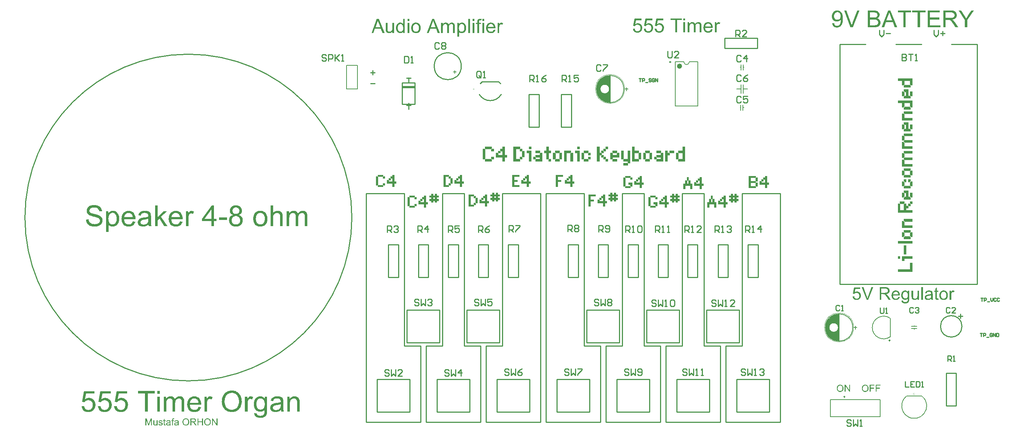
<source format=gto>
G04*
G04 #@! TF.GenerationSoftware,Altium Limited,CircuitMaker,2.2.1 (2.2.1.6)*
G04*
G04 Layer_Color=15132400*
%FSAX24Y24*%
%MOIN*%
G70*
G04*
G04 #@! TF.SameCoordinates,9E9C5540-E167-4C1C-9640-90AE9AA1DF71*
G04*
G04*
G04 #@! TF.FilePolarity,Positive*
G04*
G01*
G75*
%ADD10C,0.0079*%
%ADD11C,0.0140*%
%ADD12C,0.0020*%
%ADD13C,0.0100*%
%ADD14C,0.0098*%
%ADD15C,0.0236*%
%ADD16C,0.0100*%
%ADD17C,0.0050*%
%ADD18C,0.0080*%
%ADD19R,0.1181X0.0200*%
G36*
X086408Y018350D02*
X086220D01*
X086170D01*
X086071Y018370D01*
X085977Y018408D01*
X085894Y018464D01*
X085858Y018500D01*
X085834Y018500D01*
X085787Y018509D01*
X085743Y018527D01*
X085704Y018554D01*
X085687Y018571D01*
Y018571D01*
X085379Y018879D01*
X085362Y018896D01*
X085335Y018936D01*
X085317Y018980D01*
X085308Y019026D01*
Y019050D01*
X085272Y019086D01*
X085216Y019169D01*
X085178Y019263D01*
X085158Y019362D01*
Y019412D01*
D01*
Y019809D01*
Y019842D01*
X085171Y019908D01*
X085197Y019970D01*
X085234Y020026D01*
X085258Y020050D01*
X085258Y020086D01*
X085272Y020156D01*
X085299Y020221D01*
X085339Y020281D01*
X085364Y020306D01*
Y020306D01*
X085702Y020644D01*
X085727Y020669D01*
X085786Y020709D01*
X085852Y020736D01*
X085922Y020750D01*
X085958D01*
X085979Y020771D01*
X086030Y020805D01*
X086086Y020828D01*
X086145Y020840D01*
X086175D01*
D01*
X086407D01*
X086408Y019650D01*
X086384Y019674D01*
X086347Y019730D01*
X086321Y019792D01*
X086308Y019858D01*
Y019891D01*
D01*
Y019900D01*
X086296D01*
X086273Y019905D01*
X086251Y019914D01*
X086231Y019927D01*
X086222Y019935D01*
X086222D01*
X086108Y020050D01*
X085708D01*
X085508Y019850D01*
X085497Y019838D01*
X085478Y019810D01*
X085465Y019779D01*
X085459Y019746D01*
X085458Y019729D01*
D01*
Y019600D01*
X085460Y019564D01*
X085473Y019495D01*
X085501Y019429D01*
X085540Y019370D01*
X085564Y019344D01*
Y019344D01*
X085732Y019176D01*
X085750Y019159D01*
X085793Y019131D01*
X085840Y019111D01*
X085890Y019101D01*
X085916Y019100D01*
X085961Y019102D01*
X086050Y019120D01*
X086134Y019155D01*
X086210Y019205D01*
X086244Y019236D01*
D01*
X086302Y019294D01*
X086326Y019320D01*
X086365Y019379D01*
X086392Y019445D01*
X086406Y019514D01*
X086408Y019550D01*
D01*
Y018350D01*
D02*
G37*
G36*
X065400Y040250D02*
X065212D01*
X065162D01*
X065063Y040270D01*
X064970Y040308D01*
X064886Y040364D01*
X064850Y040400D01*
X064826Y040400D01*
X064780Y040409D01*
X064736Y040427D01*
X064696Y040454D01*
X064679Y040471D01*
Y040471D01*
X064371Y040779D01*
X064354Y040796D01*
X064327Y040836D01*
X064309Y040880D01*
X064300Y040926D01*
Y040950D01*
X064264Y040986D01*
X064208Y041070D01*
X064170Y041163D01*
X064150Y041262D01*
Y041312D01*
D01*
Y041709D01*
Y041742D01*
X064163Y041808D01*
X064189Y041870D01*
X064226Y041926D01*
X064250Y041950D01*
X064250Y041986D01*
X064264Y042056D01*
X064291Y042122D01*
X064331Y042181D01*
X064356Y042206D01*
Y042206D01*
X064694Y042544D01*
X064719Y042569D01*
X064778Y042609D01*
X064844Y042636D01*
X064914Y042650D01*
X064950D01*
X064971Y042671D01*
X065022Y042705D01*
X065078Y042728D01*
X065137Y042740D01*
X065167D01*
D01*
X065400D01*
X065400Y041550D01*
X065376Y041574D01*
X065339Y041630D01*
X065313Y041692D01*
X065300Y041758D01*
Y041791D01*
D01*
Y041800D01*
X065288D01*
X065265Y041805D01*
X065243Y041814D01*
X065223Y041827D01*
X065215Y041835D01*
X065215D01*
X065100Y041950D01*
X064700D01*
X064500Y041750D01*
X064489Y041738D01*
X064470Y041710D01*
X064457Y041679D01*
X064451Y041646D01*
X064450Y041629D01*
D01*
Y041500D01*
X064452Y041465D01*
X064466Y041395D01*
X064493Y041329D01*
X064532Y041270D01*
X064556Y041244D01*
Y041244D01*
X064724Y041076D01*
X064743Y041059D01*
X064785Y041031D01*
X064832Y041011D01*
X064882Y041001D01*
X064908Y041000D01*
X064953Y041002D01*
X065043Y041020D01*
X065127Y041055D01*
X065202Y041105D01*
X065236Y041136D01*
D01*
X065294Y041194D01*
X065318Y041220D01*
X065357Y041279D01*
X065384Y041345D01*
X065398Y041414D01*
X065400Y041450D01*
D01*
Y040250D01*
D02*
G37*
G36*
X025348Y011261D02*
X025359Y011260D01*
X025372Y011259D01*
X025385Y011257D01*
X025400Y011254D01*
X025388Y011186D01*
X025387D01*
X025384Y011186D01*
X025380Y011187D01*
X025373Y011188D01*
X025366D01*
X025359Y011189D01*
X025342Y011190D01*
X025336D01*
X025330Y011189D01*
X025322Y011188D01*
X025314Y011186D01*
X025306Y011184D01*
X025298Y011180D01*
X025292Y011174D01*
X025291Y011173D01*
X025290Y011172D01*
X025287Y011168D01*
X025285Y011161D01*
X025282Y011154D01*
X025280Y011145D01*
X025278Y011133D01*
X025277Y011118D01*
Y011075D01*
X025367D01*
Y011014D01*
X025277D01*
Y010611D01*
X025198D01*
Y011014D01*
X025129D01*
Y011075D01*
X025198D01*
Y011124D01*
Y011125D01*
Y011126D01*
Y011132D01*
X025199Y011140D01*
Y011150D01*
X025200Y011161D01*
X025202Y011173D01*
X025204Y011185D01*
X025207Y011194D01*
X025208Y011195D01*
X025209Y011199D01*
X025211Y011205D01*
X025216Y011211D01*
X025222Y011219D01*
X025228Y011227D01*
X025236Y011235D01*
X025247Y011243D01*
X025247Y011244D01*
X025252Y011246D01*
X025259Y011249D01*
X025268Y011253D01*
X025279Y011256D01*
X025293Y011260D01*
X025309Y011261D01*
X025327Y011262D01*
X025340D01*
X025348Y011261D01*
D02*
G37*
G36*
X028031Y010611D02*
X027946D01*
Y010913D01*
X027615D01*
Y010611D01*
X027529D01*
Y011251D01*
X027615D01*
Y010989D01*
X027946D01*
Y011251D01*
X028031D01*
Y010611D01*
D02*
G37*
G36*
X024157Y011085D02*
X024171Y011084D01*
X024186Y011082D01*
X024201Y011078D01*
X024218Y011075D01*
X024234Y011069D01*
X024235D01*
X024236Y011068D01*
X024240Y011066D01*
X024248Y011063D01*
X024257Y011058D01*
X024267Y011051D01*
X024277Y011044D01*
X024286Y011036D01*
X024295Y011026D01*
X024296Y011026D01*
X024298Y011022D01*
X024301Y011015D01*
X024306Y011008D01*
X024310Y010997D01*
X024315Y010985D01*
X024319Y010971D01*
X024323Y010955D01*
X024246Y010945D01*
Y010947D01*
X024245Y010951D01*
X024243Y010957D01*
X024240Y010965D01*
X024236Y010974D01*
X024230Y010983D01*
X024224Y010992D01*
X024214Y011001D01*
X024213Y011001D01*
X024210Y011003D01*
X024204Y011007D01*
X024196Y011011D01*
X024187Y011014D01*
X024174Y011018D01*
X024160Y011020D01*
X024144Y011021D01*
X024135D01*
X024125Y011020D01*
X024113Y011019D01*
X024101Y011016D01*
X024088Y011013D01*
X024076Y011009D01*
X024066Y011002D01*
X024065Y011001D01*
X024063Y011000D01*
X024059Y010996D01*
X024055Y010990D01*
X024051Y010985D01*
X024047Y010977D01*
X024044Y010969D01*
X024043Y010961D01*
Y010960D01*
Y010958D01*
X024044Y010955D01*
Y010951D01*
X024047Y010942D01*
X024052Y010933D01*
X024053Y010932D01*
X024054Y010931D01*
X024056Y010928D01*
X024060Y010926D01*
X024063Y010923D01*
X024069Y010919D01*
X024076Y010916D01*
X024083Y010913D01*
X024084D01*
X024086Y010912D01*
X024089Y010911D01*
X024096Y010908D01*
X024105Y010905D01*
X024117Y010902D01*
X024125Y010900D01*
X024133Y010898D01*
X024142Y010895D01*
X024152Y010892D01*
X024153D01*
X024156Y010891D01*
X024161Y010890D01*
X024166Y010889D01*
X024173Y010887D01*
X024181Y010885D01*
X024199Y010879D01*
X024218Y010874D01*
X024237Y010867D01*
X024255Y010861D01*
X024262Y010858D01*
X024269Y010855D01*
X024271Y010854D01*
X024274Y010853D01*
X024280Y010850D01*
X024288Y010845D01*
X024297Y010840D01*
X024305Y010832D01*
X024313Y010824D01*
X024321Y010815D01*
X024322Y010814D01*
X024323Y010810D01*
X024327Y010804D01*
X024331Y010796D01*
X024334Y010786D01*
X024337Y010775D01*
X024339Y010762D01*
X024340Y010747D01*
Y010745D01*
Y010741D01*
X024339Y010733D01*
X024337Y010723D01*
X024335Y010712D01*
X024330Y010700D01*
X024324Y010686D01*
X024317Y010673D01*
X024316Y010671D01*
X024312Y010668D01*
X024308Y010661D01*
X024300Y010654D01*
X024290Y010645D01*
X024279Y010636D01*
X024266Y010628D01*
X024250Y010619D01*
X024249D01*
X024248Y010618D01*
X024243Y010617D01*
X024234Y010614D01*
X024222Y010610D01*
X024207Y010606D01*
X024190Y010604D01*
X024173Y010602D01*
X024152Y010601D01*
X024144D01*
X024137Y010602D01*
X024130D01*
X024121Y010603D01*
X024112Y010604D01*
X024101Y010606D01*
X024079Y010610D01*
X024056Y010617D01*
X024034Y010626D01*
X024024Y010631D01*
X024014Y010638D01*
X024014Y010639D01*
X024013Y010640D01*
X024007Y010645D01*
X023999Y010654D01*
X023990Y010667D01*
X023979Y010682D01*
X023969Y010701D01*
X023961Y010724D01*
X023954Y010750D01*
X024032Y010762D01*
Y010761D01*
Y010760D01*
X024034Y010754D01*
X024036Y010745D01*
X024039Y010735D01*
X024044Y010724D01*
X024050Y010712D01*
X024058Y010700D01*
X024068Y010690D01*
X024070Y010689D01*
X024074Y010686D01*
X024081Y010682D01*
X024090Y010678D01*
X024102Y010673D01*
X024116Y010669D01*
X024133Y010667D01*
X024152Y010666D01*
X024162D01*
X024171Y010667D01*
X024183Y010668D01*
X024196Y010671D01*
X024210Y010675D01*
X024222Y010680D01*
X024233Y010687D01*
X024234Y010688D01*
X024237Y010691D01*
X024241Y010695D01*
X024247Y010702D01*
X024251Y010709D01*
X024256Y010718D01*
X024259Y010728D01*
X024260Y010739D01*
Y010740D01*
Y010743D01*
X024259Y010748D01*
X024257Y010754D01*
X024254Y010761D01*
X024249Y010767D01*
X024244Y010775D01*
X024236Y010780D01*
X024235Y010781D01*
X024232Y010782D01*
X024227Y010785D01*
X024220Y010788D01*
X024209Y010791D01*
X024202Y010794D01*
X024195Y010796D01*
X024187Y010799D01*
X024177Y010802D01*
X024167Y010804D01*
X024155Y010807D01*
X024154D01*
X024151Y010808D01*
X024147Y010809D01*
X024141Y010811D01*
X024134Y010813D01*
X024125Y010816D01*
X024108Y010820D01*
X024088Y010827D01*
X024068Y010832D01*
X024050Y010839D01*
X024041Y010842D01*
X024035Y010845D01*
X024033Y010846D01*
X024029Y010848D01*
X024024Y010852D01*
X024016Y010856D01*
X024008Y010863D01*
X024000Y010870D01*
X023991Y010878D01*
X023984Y010889D01*
X023983Y010890D01*
X023981Y010893D01*
X023978Y010900D01*
X023976Y010907D01*
X023973Y010916D01*
X023970Y010927D01*
X023968Y010939D01*
X023967Y010951D01*
Y010953D01*
Y010957D01*
X023968Y010963D01*
X023969Y010971D01*
X023971Y010979D01*
X023973Y010989D01*
X023977Y010999D01*
X023981Y011009D01*
X023982Y011010D01*
X023984Y011013D01*
X023987Y011018D01*
X023991Y011025D01*
X023997Y011031D01*
X024003Y011039D01*
X024011Y011047D01*
X024020Y011053D01*
X024021Y011054D01*
X024024Y011055D01*
X024027Y011058D01*
X024033Y011061D01*
X024040Y011064D01*
X024049Y011068D01*
X024059Y011072D01*
X024070Y011075D01*
X024072Y011076D01*
X024076Y011077D01*
X024082Y011079D01*
X024090Y011081D01*
X024100Y011083D01*
X024112Y011084D01*
X024125Y011086D01*
X024147D01*
X024157Y011085D01*
D02*
G37*
G36*
X029371Y010611D02*
X029283D01*
X028948Y011113D01*
Y010611D01*
X028867D01*
Y011251D01*
X028954D01*
X029290Y010748D01*
Y011251D01*
X029371D01*
Y010611D01*
D02*
G37*
G36*
X023361D02*
X023279D01*
Y011147D01*
X023092Y010611D01*
X023016D01*
X022831Y011156D01*
Y010611D01*
X022750D01*
Y011251D01*
X022877D01*
X023028Y010797D01*
Y010796D01*
X023029Y010794D01*
X023030Y010791D01*
X023032Y010787D01*
X023036Y010776D01*
X023040Y010762D01*
X023045Y010746D01*
X023051Y010730D01*
X023055Y010716D01*
X023059Y010703D01*
X023060Y010705D01*
X023061Y010709D01*
X023064Y010717D01*
X023067Y010729D01*
X023072Y010743D01*
X023078Y010761D01*
X023085Y010781D01*
X023093Y010805D01*
X023247Y011251D01*
X023361D01*
Y010611D01*
D02*
G37*
G36*
X023863D02*
X023792D01*
Y010679D01*
X023792Y010678D01*
X023790Y010675D01*
X023787Y010671D01*
X023782Y010667D01*
X023777Y010661D01*
X023770Y010654D01*
X023763Y010647D01*
X023754Y010640D01*
X023743Y010632D01*
X023732Y010626D01*
X023720Y010619D01*
X023707Y010613D01*
X023693Y010608D01*
X023678Y010605D01*
X023661Y010602D01*
X023644Y010601D01*
X023638D01*
X023630Y010602D01*
X023619Y010603D01*
X023607Y010605D01*
X023595Y010607D01*
X023582Y010611D01*
X023568Y010617D01*
X023566Y010618D01*
X023562Y010619D01*
X023556Y010623D01*
X023548Y010628D01*
X023539Y010633D01*
X023531Y010640D01*
X023522Y010647D01*
X023515Y010655D01*
X023514Y010656D01*
X023512Y010660D01*
X023509Y010665D01*
X023506Y010672D01*
X023501Y010680D01*
X023497Y010691D01*
X023494Y010702D01*
X023491Y010714D01*
Y010715D01*
X023490Y010718D01*
X023489Y010724D01*
Y010731D01*
X023488Y010742D01*
X023487Y010754D01*
X023486Y010770D01*
Y010788D01*
Y011075D01*
X023565D01*
Y010817D01*
Y010816D01*
Y010815D01*
Y010812D01*
Y010807D01*
Y010797D01*
X023566Y010784D01*
Y010770D01*
X023567Y010756D01*
X023568Y010744D01*
X023570Y010734D01*
Y010733D01*
X023571Y010730D01*
X023573Y010724D01*
X023576Y010717D01*
X023581Y010709D01*
X023586Y010701D01*
X023593Y010693D01*
X023601Y010686D01*
X023602Y010685D01*
X023606Y010683D01*
X023610Y010680D01*
X023618Y010678D01*
X023626Y010674D01*
X023636Y010671D01*
X023647Y010669D01*
X023660Y010668D01*
X023667D01*
X023673Y010669D01*
X023681Y010670D01*
X023692Y010673D01*
X023703Y010676D01*
X023715Y010680D01*
X023727Y010686D01*
X023729Y010687D01*
X023732Y010690D01*
X023738Y010693D01*
X023744Y010699D01*
X023752Y010706D01*
X023759Y010715D01*
X023766Y010724D01*
X023771Y010735D01*
X023772Y010737D01*
X023773Y010741D01*
X023775Y010748D01*
X023778Y010758D01*
X023780Y010771D01*
X023782Y010787D01*
X023783Y010805D01*
X023784Y010827D01*
Y011075D01*
X023863D01*
Y010611D01*
D02*
G37*
G36*
X027186Y011250D02*
X027195D01*
X027214Y011249D01*
X027234Y011247D01*
X027257Y011244D01*
X027277Y011239D01*
X027287Y011236D01*
X027295Y011234D01*
X027296D01*
X027297Y011233D01*
X027303Y011230D01*
X027311Y011226D01*
X027321Y011220D01*
X027332Y011211D01*
X027344Y011200D01*
X027356Y011187D01*
X027367Y011173D01*
Y011172D01*
X027368Y011171D01*
X027371Y011165D01*
X027375Y011156D01*
X027381Y011144D01*
X027385Y011130D01*
X027390Y011113D01*
X027393Y011096D01*
X027394Y011076D01*
Y011075D01*
Y011074D01*
Y011070D01*
X027393Y011065D01*
Y011059D01*
X027392Y011052D01*
X027388Y011037D01*
X027382Y011018D01*
X027375Y010999D01*
X027364Y010979D01*
X027357Y010970D01*
X027349Y010961D01*
X027348Y010960D01*
X027347Y010959D01*
X027344Y010956D01*
X027341Y010953D01*
X027336Y010950D01*
X027331Y010946D01*
X027323Y010941D01*
X027316Y010936D01*
X027307Y010931D01*
X027296Y010927D01*
X027285Y010921D01*
X027273Y010916D01*
X027259Y010913D01*
X027246Y010908D01*
X027230Y010905D01*
X027213Y010902D01*
X027215Y010902D01*
X027219Y010900D01*
X027224Y010896D01*
X027232Y010892D01*
X027248Y010882D01*
X027257Y010876D01*
X027264Y010870D01*
X027266Y010868D01*
X027270Y010864D01*
X027278Y010856D01*
X027287Y010847D01*
X027297Y010834D01*
X027309Y010820D01*
X027321Y010804D01*
X027334Y010785D01*
X027444Y010611D01*
X027339D01*
X027255Y010744D01*
Y010745D01*
X027253Y010747D01*
X027251Y010750D01*
X027248Y010754D01*
X027242Y010764D01*
X027233Y010777D01*
X027223Y010791D01*
X027213Y010805D01*
X027203Y010819D01*
X027194Y010832D01*
X027193Y010833D01*
X027190Y010837D01*
X027185Y010842D01*
X027179Y010849D01*
X027165Y010863D01*
X027158Y010869D01*
X027150Y010875D01*
X027149Y010876D01*
X027147Y010877D01*
X027144Y010878D01*
X027138Y010881D01*
X027133Y010884D01*
X027126Y010887D01*
X027111Y010891D01*
X027110D01*
X027109Y010892D01*
X027105D01*
X027100Y010893D01*
X027094Y010894D01*
X027086D01*
X027076Y010895D01*
X026967D01*
Y010611D01*
X026882D01*
Y011251D01*
X027179D01*
X027186Y011250D01*
D02*
G37*
G36*
X025645Y011085D02*
X025659Y011084D01*
X025675Y011082D01*
X025691Y011079D01*
X025706Y011075D01*
X025721Y011071D01*
X025723Y011070D01*
X025728Y011068D01*
X025734Y011065D01*
X025742Y011062D01*
X025752Y011056D01*
X025761Y011050D01*
X025769Y011043D01*
X025777Y011036D01*
X025778Y011035D01*
X025779Y011032D01*
X025782Y011027D01*
X025786Y011022D01*
X025790Y011013D01*
X025794Y011005D01*
X025798Y010995D01*
X025801Y010983D01*
Y010982D01*
X025802Y010979D01*
X025803Y010974D01*
X025803Y010966D01*
Y010956D01*
X025804Y010944D01*
X025805Y010928D01*
Y010911D01*
Y010805D01*
Y010804D01*
Y010801D01*
Y010795D01*
Y010788D01*
Y010779D01*
Y010769D01*
X025806Y010747D01*
Y010724D01*
X025807Y010701D01*
X025808Y010691D01*
Y010681D01*
X025809Y010673D01*
X025810Y010667D01*
Y010666D01*
X025811Y010662D01*
X025812Y010656D01*
X025815Y010649D01*
X025816Y010641D01*
X025820Y010631D01*
X025825Y010621D01*
X025829Y010611D01*
X025747D01*
X025746Y010612D01*
X025745Y010616D01*
X025743Y010620D01*
X025741Y010628D01*
X025738Y010636D01*
X025736Y010646D01*
X025734Y010657D01*
X025732Y010669D01*
X025731D01*
X025730Y010668D01*
X025725Y010663D01*
X025716Y010656D01*
X025705Y010648D01*
X025691Y010640D01*
X025678Y010631D01*
X025663Y010622D01*
X025647Y010616D01*
X025645Y010615D01*
X025640Y010614D01*
X025631Y010611D01*
X025621Y010608D01*
X025608Y010606D01*
X025593Y010604D01*
X025577Y010602D01*
X025560Y010601D01*
X025553D01*
X025547Y010602D01*
X025541D01*
X025533Y010603D01*
X025517Y010606D01*
X025498Y010610D01*
X025478Y010617D01*
X025459Y010626D01*
X025443Y010638D01*
X025441Y010640D01*
X025436Y010644D01*
X025430Y010653D01*
X025422Y010664D01*
X025415Y010678D01*
X025408Y010693D01*
X025404Y010713D01*
X025403Y010722D01*
X025402Y010733D01*
Y010735D01*
Y010739D01*
X025403Y010745D01*
X025404Y010754D01*
X025406Y010764D01*
X025408Y010774D01*
X025412Y010785D01*
X025417Y010795D01*
X025418Y010796D01*
X025420Y010800D01*
X025423Y010805D01*
X025428Y010812D01*
X025433Y010819D01*
X025441Y010827D01*
X025448Y010834D01*
X025457Y010841D01*
X025458Y010841D01*
X025462Y010843D01*
X025467Y010847D01*
X025474Y010851D01*
X025482Y010854D01*
X025493Y010859D01*
X025503Y010863D01*
X025515Y010866D01*
X025516D01*
X025519Y010867D01*
X025525Y010869D01*
X025532Y010870D01*
X025542Y010872D01*
X025554Y010874D01*
X025568Y010877D01*
X025584Y010878D01*
X025585D01*
X025589Y010879D01*
X025593D01*
X025600Y010880D01*
X025607Y010881D01*
X025617Y010883D01*
X025627Y010884D01*
X025638Y010886D01*
X025660Y010890D01*
X025684Y010895D01*
X025705Y010901D01*
X025716Y010903D01*
X025725Y010906D01*
Y010907D01*
Y010909D01*
X025726Y010914D01*
Y010921D01*
Y010925D01*
Y010927D01*
Y010927D01*
Y010928D01*
Y010934D01*
X025725Y010943D01*
X025723Y010953D01*
X025720Y010964D01*
X025716Y010976D01*
X025710Y010986D01*
X025703Y010994D01*
X025702Y010995D01*
X025697Y010999D01*
X025690Y011002D01*
X025680Y011008D01*
X025667Y011013D01*
X025653Y011017D01*
X025634Y011020D01*
X025613Y011021D01*
X025604D01*
X025594Y011020D01*
X025581Y011018D01*
X025568Y011016D01*
X025555Y011013D01*
X025542Y011008D01*
X025531Y011001D01*
X025530Y011001D01*
X025526Y010998D01*
X025521Y010993D01*
X025516Y010986D01*
X025510Y010976D01*
X025504Y010964D01*
X025498Y010950D01*
X025493Y010933D01*
X025416Y010943D01*
Y010944D01*
X025417Y010945D01*
Y010948D01*
X025418Y010951D01*
X025420Y010960D01*
X025424Y010972D01*
X025429Y010984D01*
X025434Y010997D01*
X025442Y011010D01*
X025450Y011022D01*
X025451Y011023D01*
X025455Y011026D01*
X025460Y011032D01*
X025468Y011039D01*
X025478Y011047D01*
X025490Y011054D01*
X025504Y011063D01*
X025519Y011069D01*
X025520D01*
X025521Y011070D01*
X025524Y011071D01*
X025528Y011072D01*
X025537Y011075D01*
X025550Y011077D01*
X025565Y011080D01*
X025583Y011083D01*
X025603Y011085D01*
X025625Y011086D01*
X025635D01*
X025645Y011085D01*
D02*
G37*
G36*
X024899D02*
X024913Y011084D01*
X024928Y011082D01*
X024944Y011079D01*
X024960Y011075D01*
X024975Y011071D01*
X024976Y011070D01*
X024981Y011068D01*
X024988Y011065D01*
X024996Y011062D01*
X025005Y011056D01*
X025014Y011050D01*
X025023Y011043D01*
X025030Y011036D01*
X025031Y011035D01*
X025033Y011032D01*
X025036Y011027D01*
X025039Y011022D01*
X025044Y011013D01*
X025048Y011005D01*
X025051Y010995D01*
X025054Y010983D01*
Y010982D01*
X025055Y010979D01*
X025056Y010974D01*
X025057Y010966D01*
Y010956D01*
X025058Y010944D01*
X025059Y010928D01*
Y010911D01*
Y010805D01*
Y010804D01*
Y010801D01*
Y010795D01*
Y010788D01*
Y010779D01*
Y010769D01*
X025060Y010747D01*
Y010724D01*
X025061Y010701D01*
X025062Y010691D01*
Y010681D01*
X025062Y010673D01*
X025063Y010667D01*
Y010666D01*
X025064Y010662D01*
X025065Y010656D01*
X025068Y010649D01*
X025070Y010641D01*
X025074Y010631D01*
X025078Y010621D01*
X025083Y010611D01*
X025001D01*
X025000Y010612D01*
X024999Y010616D01*
X024997Y010620D01*
X024994Y010628D01*
X024991Y010636D01*
X024989Y010646D01*
X024988Y010657D01*
X024986Y010669D01*
X024985D01*
X024984Y010668D01*
X024978Y010663D01*
X024970Y010656D01*
X024959Y010648D01*
X024945Y010640D01*
X024931Y010631D01*
X024916Y010622D01*
X024901Y010616D01*
X024899Y010615D01*
X024893Y010614D01*
X024885Y010611D01*
X024875Y010608D01*
X024862Y010606D01*
X024847Y010604D01*
X024830Y010602D01*
X024814Y010601D01*
X024806D01*
X024801Y010602D01*
X024794D01*
X024787Y010603D01*
X024770Y010606D01*
X024752Y010610D01*
X024731Y010617D01*
X024713Y010626D01*
X024696Y010638D01*
X024694Y010640D01*
X024690Y010644D01*
X024683Y010653D01*
X024676Y010664D01*
X024668Y010678D01*
X024662Y010693D01*
X024657Y010713D01*
X024656Y010722D01*
X024655Y010733D01*
Y010735D01*
Y010739D01*
X024656Y010745D01*
X024657Y010754D01*
X024659Y010764D01*
X024662Y010774D01*
X024666Y010785D01*
X024670Y010795D01*
X024671Y010796D01*
X024673Y010800D01*
X024677Y010805D01*
X024681Y010812D01*
X024687Y010819D01*
X024694Y010827D01*
X024702Y010834D01*
X024711Y010841D01*
X024712Y010841D01*
X024716Y010843D01*
X024720Y010847D01*
X024728Y010851D01*
X024736Y010854D01*
X024746Y010859D01*
X024756Y010863D01*
X024768Y010866D01*
X024769D01*
X024773Y010867D01*
X024779Y010869D01*
X024786Y010870D01*
X024795Y010872D01*
X024807Y010874D01*
X024821Y010877D01*
X024838Y010878D01*
X024839D01*
X024842Y010879D01*
X024847D01*
X024853Y010880D01*
X024861Y010881D01*
X024870Y010883D01*
X024880Y010884D01*
X024891Y010886D01*
X024914Y010890D01*
X024938Y010895D01*
X024959Y010901D01*
X024969Y010903D01*
X024978Y010906D01*
Y010907D01*
Y010909D01*
X024979Y010914D01*
Y010921D01*
Y010925D01*
Y010927D01*
Y010927D01*
Y010928D01*
Y010934D01*
X024978Y010943D01*
X024976Y010953D01*
X024974Y010964D01*
X024969Y010976D01*
X024964Y010986D01*
X024956Y010994D01*
X024955Y010995D01*
X024951Y010999D01*
X024943Y011002D01*
X024934Y011008D01*
X024921Y011013D01*
X024906Y011017D01*
X024888Y011020D01*
X024866Y011021D01*
X024857D01*
X024848Y011020D01*
X024835Y011018D01*
X024822Y011016D01*
X024808Y011013D01*
X024795Y011008D01*
X024784Y011001D01*
X024783Y011001D01*
X024779Y010998D01*
X024775Y010993D01*
X024769Y010986D01*
X024764Y010976D01*
X024757Y010964D01*
X024752Y010950D01*
X024746Y010933D01*
X024669Y010943D01*
Y010944D01*
X024670Y010945D01*
Y010948D01*
X024671Y010951D01*
X024674Y010960D01*
X024678Y010972D01*
X024682Y010984D01*
X024688Y010997D01*
X024695Y011010D01*
X024704Y011022D01*
X024705Y011023D01*
X024708Y011026D01*
X024714Y011032D01*
X024721Y011039D01*
X024731Y011047D01*
X024743Y011054D01*
X024757Y011063D01*
X024773Y011069D01*
X024774D01*
X024775Y011070D01*
X024778Y011071D01*
X024781Y011072D01*
X024791Y011075D01*
X024804Y011077D01*
X024818Y011080D01*
X024837Y011083D01*
X024856Y011085D01*
X024878Y011086D01*
X024889D01*
X024899Y011085D01*
D02*
G37*
G36*
X024525Y011075D02*
X024605D01*
Y011014D01*
X024525D01*
Y010742D01*
Y010740D01*
Y010736D01*
Y010730D01*
X024526Y010724D01*
X024527Y010709D01*
X024528Y010703D01*
X024529Y010698D01*
X024530Y010696D01*
X024532Y010692D01*
X024536Y010688D01*
X024543Y010683D01*
X024544Y010682D01*
X024549Y010680D01*
X024557Y010679D01*
X024569Y010678D01*
X024579D01*
X024583Y010679D01*
X024590D01*
X024597Y010680D01*
X024605Y010680D01*
X024615Y010611D01*
X024613D01*
X024609Y010610D01*
X024603Y010609D01*
X024594Y010608D01*
X024585Y010606D01*
X024575Y010606D01*
X024555Y010605D01*
X024547D01*
X024540Y010606D01*
X024531Y010606D01*
X024520Y010607D01*
X024508Y010610D01*
X024498Y010613D01*
X024488Y010618D01*
X024487Y010618D01*
X024484Y010620D01*
X024481Y010623D01*
X024475Y010628D01*
X024471Y010632D01*
X024465Y010639D01*
X024459Y010645D01*
X024456Y010654D01*
Y010655D01*
X024454Y010658D01*
X024453Y010665D01*
X024451Y010674D01*
X024449Y010686D01*
X024448Y010693D01*
Y010702D01*
X024447Y010712D01*
X024446Y010722D01*
Y010733D01*
Y010746D01*
Y011014D01*
X024388D01*
Y011075D01*
X024446D01*
Y011190D01*
X024525Y011237D01*
Y011075D01*
D02*
G37*
G36*
X028467Y011261D02*
X028476D01*
X028484Y011260D01*
X028495Y011259D01*
X028506Y011257D01*
X028530Y011252D01*
X028558Y011245D01*
X028585Y011234D01*
X028599Y011227D01*
X028613Y011220D01*
X028614Y011219D01*
X028615Y011218D01*
X028619Y011215D01*
X028625Y011212D01*
X028630Y011208D01*
X028638Y011202D01*
X028653Y011189D01*
X028670Y011173D01*
X028688Y011152D01*
X028706Y011128D01*
X028721Y011101D01*
Y011100D01*
X028723Y011098D01*
X028725Y011094D01*
X028726Y011088D01*
X028730Y011081D01*
X028733Y011073D01*
X028737Y011063D01*
X028740Y011051D01*
X028743Y011039D01*
X028747Y011026D01*
X028750Y011012D01*
X028753Y010997D01*
X028757Y010964D01*
X028759Y010929D01*
Y010928D01*
Y010925D01*
Y010920D01*
X028758Y010913D01*
Y010904D01*
X028757Y010894D01*
X028755Y010883D01*
X028754Y010871D01*
X028750Y010844D01*
X028742Y010815D01*
X028732Y010785D01*
X028726Y010770D01*
X028719Y010755D01*
Y010754D01*
X028717Y010752D01*
X028715Y010748D01*
X028712Y010742D01*
X028708Y010736D01*
X028703Y010730D01*
X028690Y010712D01*
X028675Y010693D01*
X028656Y010674D01*
X028634Y010655D01*
X028608Y010639D01*
X028607D01*
X028605Y010637D01*
X028601Y010635D01*
X028595Y010632D01*
X028589Y010630D01*
X028581Y010627D01*
X028572Y010623D01*
X028562Y010619D01*
X028551Y010616D01*
X028539Y010612D01*
X028512Y010606D01*
X028483Y010602D01*
X028453Y010600D01*
X028443D01*
X028438Y010601D01*
X028430D01*
X028420Y010603D01*
X028410Y010604D01*
X028398Y010606D01*
X028373Y010611D01*
X028346Y010618D01*
X028319Y010630D01*
X028305Y010636D01*
X028291Y010643D01*
X028290Y010644D01*
X028288Y010645D01*
X028284Y010648D01*
X028279Y010652D01*
X028273Y010655D01*
X028267Y010661D01*
X028251Y010675D01*
X028233Y010692D01*
X028215Y010712D01*
X028198Y010735D01*
X028183Y010762D01*
Y010763D01*
X028181Y010766D01*
X028179Y010769D01*
X028177Y010775D01*
X028174Y010782D01*
X028171Y010791D01*
X028168Y010800D01*
X028165Y010810D01*
X028161Y010822D01*
X028158Y010834D01*
X028152Y010862D01*
X028148Y010890D01*
X028146Y010922D01*
Y010923D01*
Y010924D01*
Y010929D01*
X028147Y010938D01*
Y010949D01*
X028149Y010962D01*
X028151Y010977D01*
X028154Y010995D01*
X028158Y011013D01*
X028161Y011033D01*
X028167Y011053D01*
X028174Y011074D01*
X028183Y011095D01*
X028192Y011115D01*
X028204Y011136D01*
X028217Y011154D01*
X028232Y011172D01*
X028232Y011173D01*
X028235Y011175D01*
X028241Y011180D01*
X028247Y011186D01*
X028256Y011193D01*
X028266Y011200D01*
X028278Y011209D01*
X028292Y011217D01*
X028306Y011225D01*
X028323Y011234D01*
X028342Y011241D01*
X028361Y011248D01*
X028382Y011254D01*
X028405Y011259D01*
X028428Y011261D01*
X028453Y011262D01*
X028461D01*
X028467Y011261D01*
D02*
G37*
G36*
X026481D02*
X026489D01*
X026497Y011260D01*
X026508Y011259D01*
X026519Y011257D01*
X026543Y011252D01*
X026571Y011245D01*
X026598Y011234D01*
X026612Y011227D01*
X026626Y011220D01*
X026627Y011219D01*
X026629Y011218D01*
X026632Y011215D01*
X026638Y011212D01*
X026643Y011208D01*
X026651Y011202D01*
X026666Y011189D01*
X026683Y011173D01*
X026702Y011152D01*
X026719Y011128D01*
X026734Y011101D01*
Y011100D01*
X026736Y011098D01*
X026738Y011094D01*
X026740Y011088D01*
X026743Y011081D01*
X026746Y011073D01*
X026750Y011063D01*
X026753Y011051D01*
X026756Y011039D01*
X026760Y011026D01*
X026764Y011012D01*
X026766Y010997D01*
X026770Y010964D01*
X026772Y010929D01*
Y010928D01*
Y010925D01*
Y010920D01*
X026771Y010913D01*
Y010904D01*
X026770Y010894D01*
X026768Y010883D01*
X026767Y010871D01*
X026763Y010844D01*
X026755Y010815D01*
X026745Y010785D01*
X026740Y010770D01*
X026732Y010755D01*
Y010754D01*
X026730Y010752D01*
X026728Y010748D01*
X026725Y010742D01*
X026721Y010736D01*
X026716Y010730D01*
X026703Y010712D01*
X026688Y010693D01*
X026669Y010674D01*
X026647Y010655D01*
X026621Y010639D01*
X026620D01*
X026618Y010637D01*
X026614Y010635D01*
X026608Y010632D01*
X026602Y010630D01*
X026594Y010627D01*
X026585Y010623D01*
X026575Y010619D01*
X026564Y010616D01*
X026552Y010612D01*
X026525Y010606D01*
X026496Y010602D01*
X026466Y010600D01*
X026456D01*
X026451Y010601D01*
X026443D01*
X026433Y010603D01*
X026423Y010604D01*
X026411Y010606D01*
X026386Y010611D01*
X026359Y010618D01*
X026332Y010630D01*
X026318Y010636D01*
X026304Y010643D01*
X026303Y010644D01*
X026301Y010645D01*
X026297Y010648D01*
X026292Y010652D01*
X026286Y010655D01*
X026280Y010661D01*
X026264Y010675D01*
X026247Y010692D01*
X026228Y010712D01*
X026211Y010735D01*
X026196Y010762D01*
Y010763D01*
X026194Y010766D01*
X026192Y010769D01*
X026190Y010775D01*
X026187Y010782D01*
X026185Y010791D01*
X026181Y010800D01*
X026178Y010810D01*
X026174Y010822D01*
X026171Y010834D01*
X026165Y010862D01*
X026161Y010890D01*
X026160Y010922D01*
Y010923D01*
Y010924D01*
Y010929D01*
X026160Y010938D01*
Y010949D01*
X026162Y010962D01*
X026164Y010977D01*
X026167Y010995D01*
X026171Y011013D01*
X026174Y011033D01*
X026180Y011053D01*
X026187Y011074D01*
X026196Y011095D01*
X026205Y011115D01*
X026217Y011136D01*
X026230Y011154D01*
X026245Y011172D01*
X026246Y011173D01*
X026248Y011175D01*
X026254Y011180D01*
X026260Y011186D01*
X026269Y011193D01*
X026279Y011200D01*
X026291Y011209D01*
X026305Y011217D01*
X026320Y011225D01*
X026336Y011234D01*
X026355Y011241D01*
X026374Y011248D01*
X026395Y011254D01*
X026418Y011259D01*
X026441Y011261D01*
X026466Y011262D01*
X026474D01*
X026481Y011261D01*
D02*
G37*
G36*
X052939Y041569D02*
X052825D01*
Y041511D01*
X052932D01*
Y041488D01*
X052825D01*
Y041423D01*
X052943D01*
Y041400D01*
X052800D01*
Y041592D01*
X052939D01*
Y041569D01*
D02*
G37*
G36*
X093150Y041840D02*
X092964D01*
Y041642D01*
X092361D01*
Y041840D01*
X092400D01*
Y041881D01*
X092922D01*
Y042234D01*
X092400D01*
Y041881D01*
X092361D01*
Y041840D01*
X092172D01*
Y042234D01*
X091798D01*
Y042473D01*
X093150D01*
Y041840D01*
D02*
G37*
G36*
X092775Y040873D02*
X092922D01*
Y041268D01*
X093150D01*
Y040832D01*
X092964D01*
Y040634D01*
X092359D01*
Y040832D01*
X092400D01*
Y040873D01*
X092547D01*
Y041226D01*
X092400D01*
Y040873D01*
X092359D01*
Y040832D01*
X092172D01*
Y041268D01*
X092359D01*
Y041465D01*
X092775D01*
Y040873D01*
D02*
G37*
G36*
X093150Y039824D02*
X092964D01*
Y039626D01*
X092361D01*
Y039824D01*
X092400D01*
Y039865D01*
X092922D01*
Y040218D01*
X092400D01*
Y039865D01*
X092361D01*
Y039824D01*
X092172D01*
Y040218D01*
X091798D01*
Y040457D01*
X093150D01*
Y039824D01*
D02*
G37*
G36*
Y039210D02*
X092400D01*
Y038857D01*
X093150D01*
Y038618D01*
X092172D01*
Y039251D01*
X092361D01*
Y039449D01*
X093150D01*
Y039210D01*
D02*
G37*
G36*
X092775Y037849D02*
X092922D01*
Y038243D01*
X093150D01*
Y037807D01*
X092964D01*
Y037610D01*
X092359D01*
Y037807D01*
X092400D01*
Y037849D01*
X092547D01*
Y038202D01*
X092400D01*
Y037849D01*
X092359D01*
Y037807D01*
X092172D01*
Y038243D01*
X092359D01*
Y038441D01*
X092775D01*
Y037849D01*
D02*
G37*
G36*
X093150Y037180D02*
X092400D01*
Y036827D01*
X092361D01*
Y036786D01*
X092172D01*
Y037219D01*
X092361D01*
Y037419D01*
X093150D01*
Y037180D01*
D02*
G37*
G36*
Y036588D02*
X092400D01*
Y036236D01*
X093150D01*
X093150Y035997D01*
X092172D01*
X092172Y036630D01*
X092361D01*
Y036786D01*
X092400D01*
Y036827D01*
X093150D01*
Y036588D01*
D02*
G37*
G36*
X093150Y035566D02*
X092400D01*
Y035214D01*
X092361D01*
Y035172D01*
X092172D01*
Y035605D01*
X092361D01*
Y035805D01*
X093150D01*
Y035566D01*
D02*
G37*
G36*
Y034975D02*
X092400D01*
Y034622D01*
X093150D01*
Y034383D01*
X092172D01*
Y035017D01*
X092361D01*
Y035172D01*
X092400D01*
Y035214D01*
X093150D01*
Y034975D01*
D02*
G37*
G36*
X092964Y034009D02*
X092922D01*
Y033967D01*
X092400D01*
Y033614D01*
X092361D01*
Y033573D01*
X092172D01*
Y034009D01*
X092361D01*
Y034206D01*
X092964D01*
Y034009D01*
D02*
G37*
G36*
X093150Y033573D02*
X092964D01*
Y033375D01*
X092361D01*
Y033573D01*
X092400D01*
Y033614D01*
X092922D01*
Y033967D01*
X092964D01*
Y034009D01*
X093150D01*
Y033573D01*
D02*
G37*
G36*
X092964Y033000D02*
X092922D01*
Y032959D01*
X092736D01*
Y033198D01*
X092964D01*
Y033000D01*
D02*
G37*
G36*
X092586Y032959D02*
X092400D01*
Y032606D01*
X092359D01*
Y032564D01*
X092172D01*
Y033000D01*
X092359D01*
Y033198D01*
X092586D01*
Y032959D01*
D02*
G37*
G36*
X093150Y032564D02*
X092964D01*
Y032367D01*
X092359D01*
Y032564D01*
X092400D01*
Y032606D01*
X092922D01*
Y032959D01*
X092964D01*
Y033000D01*
X093150D01*
Y032564D01*
D02*
G37*
G36*
X092775Y031598D02*
X092922D01*
Y031992D01*
X093150D01*
Y031556D01*
X092964D01*
Y031359D01*
X092359D01*
Y031556D01*
X092400D01*
Y031598D01*
X092547D01*
Y031951D01*
X092400D01*
Y031598D01*
X092359D01*
Y031556D01*
X092172D01*
Y031992D01*
X092359D01*
Y032190D01*
X092775D01*
Y031598D01*
D02*
G37*
G36*
X093150Y030937D02*
X092964D01*
Y030740D01*
X092775D01*
Y030543D01*
X092586D01*
Y030387D01*
X093153D01*
X093150Y030148D01*
X091798D01*
Y030979D01*
X091986D01*
Y031176D01*
X092400D01*
Y030979D01*
X092359D01*
Y030937D01*
X092025D01*
Y030387D01*
X092359D01*
Y030937D01*
X092400D01*
Y030979D01*
X092586D01*
Y030782D01*
X092736D01*
Y030979D01*
X092922D01*
Y031176D01*
X093150D01*
Y030937D01*
D02*
G37*
G36*
Y029326D02*
X092400D01*
Y028974D01*
X093150D01*
Y028735D01*
X092172D01*
Y029368D01*
X092361D01*
Y029565D01*
X093150D01*
Y029326D01*
D02*
G37*
G36*
X092964Y028360D02*
X092922D01*
Y028318D01*
X092400D01*
Y027966D01*
X092361D01*
Y027924D01*
X092172D01*
Y028360D01*
X092361D01*
Y028557D01*
X092964D01*
Y028360D01*
D02*
G37*
G36*
X093150Y027924D02*
X092964D01*
Y027727D01*
X092361D01*
Y027924D01*
X092400D01*
Y027966D01*
X092922D01*
Y028318D01*
X092964D01*
Y028360D01*
X093150D01*
Y027924D01*
D02*
G37*
G36*
Y027321D02*
X091798D01*
Y027560D01*
X093150D01*
Y027321D01*
D02*
G37*
G36*
X092586Y026311D02*
X092359D01*
Y027141D01*
X092586D01*
Y026311D01*
D02*
G37*
G36*
X092025Y025905D02*
X091798D01*
Y026144D01*
X092025D01*
Y025905D01*
D02*
G37*
G36*
X093150D02*
X092400D01*
Y025708D01*
X092172D01*
Y026144D01*
X093150D01*
Y025905D01*
D02*
G37*
G36*
Y024700D02*
X091798D01*
Y024939D01*
X092922D01*
Y025528D01*
X093150D01*
Y024700D01*
D02*
G37*
G36*
X098167Y047828D02*
Y047177D01*
X097962D01*
Y047828D01*
X097369Y048714D01*
X097615D01*
X097918Y048248D01*
Y048245D01*
X097922Y048241D01*
X097927Y048234D01*
X097931Y048225D01*
X097940Y048214D01*
X097949Y048201D01*
X097969Y048168D01*
X097993Y048128D01*
X098020Y048083D01*
X098049Y048037D01*
X098075Y047988D01*
Y047990D01*
X098078Y047994D01*
X098082Y048001D01*
X098089Y048010D01*
X098095Y048021D01*
X098104Y048034D01*
X098124Y048068D01*
X098149Y048108D01*
X098178Y048154D01*
X098211Y048205D01*
X098247Y048261D01*
X098542Y048714D01*
X098780D01*
X098167Y047828D01*
D02*
G37*
G36*
X087672Y047177D02*
X087459D01*
X086863Y048714D01*
X087085D01*
X087485Y047597D01*
Y047594D01*
X087488Y047590D01*
X087490Y047583D01*
X087494Y047574D01*
X087496Y047561D01*
X087501Y047548D01*
X087512Y047514D01*
X087525Y047477D01*
X087539Y047434D01*
X087565Y047346D01*
Y047348D01*
X087568Y047352D01*
X087570Y047359D01*
X087572Y047368D01*
X087579Y047392D01*
X087590Y047426D01*
X087601Y047463D01*
X087614Y047506D01*
X087630Y047550D01*
X087648Y047597D01*
X088065Y048714D01*
X088272D01*
X087672Y047177D01*
D02*
G37*
G36*
X086259Y048719D02*
X086270D01*
X086285Y048717D01*
X086323Y048710D01*
X086365Y048701D01*
X086412Y048685D01*
X086459Y048665D01*
X086505Y048639D01*
X086508D01*
X086510Y048634D01*
X086517Y048630D01*
X086525Y048623D01*
X086548Y048605D01*
X086577Y048581D01*
X086605Y048548D01*
X086639Y048508D01*
X086668Y048461D01*
X086694Y048408D01*
Y048405D01*
X086697Y048401D01*
X086701Y048392D01*
X086705Y048381D01*
X086710Y048365D01*
X086717Y048345D01*
X086721Y048323D01*
X086728Y048299D01*
X086734Y048270D01*
X086741Y048237D01*
X086745Y048201D01*
X086750Y048163D01*
X086754Y048121D01*
X086759Y048077D01*
X086761Y048028D01*
Y047977D01*
Y047974D01*
Y047963D01*
Y047948D01*
Y047928D01*
X086759Y047903D01*
Y047874D01*
X086757Y047841D01*
X086752Y047808D01*
X086745Y047732D01*
X086734Y047652D01*
X086719Y047577D01*
X086708Y047539D01*
X086697Y047506D01*
Y047503D01*
X086694Y047499D01*
X086690Y047490D01*
X086685Y047477D01*
X086679Y047463D01*
X086670Y047446D01*
X086648Y047408D01*
X086621Y047366D01*
X086590Y047321D01*
X086550Y047279D01*
X086505Y047241D01*
X086503D01*
X086499Y047237D01*
X086492Y047232D01*
X086483Y047228D01*
X086470Y047221D01*
X086457Y047212D01*
X086439Y047203D01*
X086421Y047197D01*
X086379Y047179D01*
X086328Y047163D01*
X086272Y047154D01*
X086210Y047150D01*
X086192D01*
X086181Y047152D01*
X086166D01*
X086148Y047154D01*
X086106Y047163D01*
X086059Y047174D01*
X086010Y047192D01*
X085961Y047217D01*
X085937Y047232D01*
X085914Y047250D01*
X085912Y047252D01*
X085910Y047254D01*
X085903Y047261D01*
X085897Y047268D01*
X085888Y047279D01*
X085877Y047292D01*
X085854Y047323D01*
X085832Y047363D01*
X085810Y047412D01*
X085792Y047468D01*
X085779Y047532D01*
X085961Y047548D01*
Y047546D01*
X085963Y047541D01*
Y047537D01*
X085966Y047528D01*
X085972Y047503D01*
X085981Y047477D01*
X085992Y047446D01*
X086008Y047414D01*
X086026Y047386D01*
X086048Y047361D01*
X086050Y047359D01*
X086059Y047352D01*
X086074Y047343D01*
X086092Y047334D01*
X086117Y047323D01*
X086146Y047314D01*
X086179Y047308D01*
X086214Y047306D01*
X086230D01*
X086246Y047308D01*
X086265Y047310D01*
X086290Y047314D01*
X086314Y047321D01*
X086341Y047330D01*
X086365Y047343D01*
X086368Y047346D01*
X086377Y047350D01*
X086390Y047359D01*
X086403Y047372D01*
X086421Y047388D01*
X086439Y047406D01*
X086457Y047426D01*
X086474Y047450D01*
X086477Y047452D01*
X086481Y047463D01*
X086490Y047479D01*
X086499Y047499D01*
X086510Y047526D01*
X086521Y047557D01*
X086532Y047592D01*
X086543Y047632D01*
Y047634D01*
X086545Y047637D01*
Y047643D01*
X086548Y047652D01*
X086552Y047674D01*
X086559Y047703D01*
X086563Y047739D01*
X086568Y047777D01*
X086570Y047819D01*
X086572Y047863D01*
Y047865D01*
Y047872D01*
Y047883D01*
Y047901D01*
X086570Y047897D01*
X086561Y047885D01*
X086548Y047870D01*
X086532Y047848D01*
X086510Y047825D01*
X086483Y047801D01*
X086452Y047777D01*
X086417Y047754D01*
X086412Y047752D01*
X086399Y047745D01*
X086379Y047737D01*
X086354Y047728D01*
X086321Y047717D01*
X086285Y047708D01*
X086246Y047701D01*
X086203Y047699D01*
X086186D01*
X086172Y047701D01*
X086154Y047703D01*
X086137Y047705D01*
X086114Y047710D01*
X086092Y047717D01*
X086041Y047732D01*
X086014Y047743D01*
X085988Y047757D01*
X085959Y047772D01*
X085932Y047792D01*
X085906Y047812D01*
X085881Y047837D01*
X085879Y047839D01*
X085874Y047843D01*
X085870Y047850D01*
X085861Y047861D01*
X085850Y047877D01*
X085839Y047892D01*
X085828Y047912D01*
X085817Y047934D01*
X085803Y047959D01*
X085792Y047985D01*
X085781Y048017D01*
X085770Y048048D01*
X085761Y048083D01*
X085757Y048121D01*
X085752Y048159D01*
X085750Y048201D01*
Y048203D01*
Y048212D01*
Y048223D01*
X085752Y048239D01*
X085754Y048259D01*
X085757Y048283D01*
X085761Y048308D01*
X085768Y048337D01*
X085783Y048394D01*
X085794Y048425D01*
X085808Y048459D01*
X085823Y048490D01*
X085843Y048519D01*
X085863Y048550D01*
X085888Y048577D01*
X085890Y048579D01*
X085894Y048583D01*
X085901Y048590D01*
X085912Y048599D01*
X085926Y048610D01*
X085943Y048623D01*
X085961Y048634D01*
X085983Y048650D01*
X086006Y048663D01*
X086032Y048674D01*
X086092Y048699D01*
X086123Y048708D01*
X086159Y048714D01*
X086194Y048719D01*
X086232Y048721D01*
X086248D01*
X086259Y048719D01*
D02*
G37*
G36*
X096713Y048712D02*
X096733D01*
X096780Y048710D01*
X096829Y048703D01*
X096882Y048697D01*
X096931Y048685D01*
X096956Y048679D01*
X096976Y048672D01*
X096978D01*
X096980Y048670D01*
X096993Y048663D01*
X097013Y048654D01*
X097038Y048639D01*
X097064Y048619D01*
X097093Y048592D01*
X097120Y048561D01*
X097147Y048525D01*
Y048523D01*
X097149Y048521D01*
X097158Y048508D01*
X097167Y048485D01*
X097180Y048457D01*
X097191Y048423D01*
X097202Y048383D01*
X097209Y048341D01*
X097211Y048294D01*
Y048292D01*
Y048288D01*
Y048279D01*
X097209Y048268D01*
Y048252D01*
X097207Y048237D01*
X097198Y048199D01*
X097184Y048154D01*
X097167Y048108D01*
X097140Y048061D01*
X097122Y048039D01*
X097104Y048017D01*
X097102Y048014D01*
X097100Y048012D01*
X097093Y048005D01*
X097084Y047999D01*
X097073Y047990D01*
X097060Y047981D01*
X097042Y047970D01*
X097024Y047957D01*
X097002Y047945D01*
X096978Y047934D01*
X096951Y047921D01*
X096922Y047910D01*
X096889Y047901D01*
X096856Y047890D01*
X096818Y047883D01*
X096778Y047877D01*
X096782Y047874D01*
X096791Y047870D01*
X096804Y047861D01*
X096822Y047852D01*
X096862Y047828D01*
X096882Y047812D01*
X096900Y047799D01*
X096904Y047794D01*
X096916Y047783D01*
X096933Y047765D01*
X096956Y047743D01*
X096980Y047712D01*
X097009Y047679D01*
X097038Y047639D01*
X097069Y047594D01*
X097333Y047177D01*
X097080D01*
X096878Y047497D01*
Y047499D01*
X096873Y047503D01*
X096869Y047510D01*
X096862Y047519D01*
X096847Y047543D01*
X096827Y047574D01*
X096802Y047608D01*
X096778Y047643D01*
X096753Y047677D01*
X096731Y047708D01*
X096729Y047710D01*
X096722Y047719D01*
X096711Y047732D01*
X096696Y047748D01*
X096662Y047781D01*
X096644Y047797D01*
X096627Y047810D01*
X096624Y047812D01*
X096620Y047814D01*
X096611Y047819D01*
X096598Y047825D01*
X096584Y047832D01*
X096569Y047839D01*
X096533Y047850D01*
X096531D01*
X096527Y047852D01*
X096518D01*
X096507Y047854D01*
X096491Y047857D01*
X096473D01*
X096449Y047859D01*
X096187D01*
Y047177D01*
X095982D01*
Y048714D01*
X096696D01*
X096713Y048712D01*
D02*
G37*
G36*
X095662Y048532D02*
X094754D01*
Y048063D01*
X095605D01*
Y047881D01*
X094754D01*
Y047359D01*
X095698D01*
Y047177D01*
X094549D01*
Y048714D01*
X095662D01*
Y048532D01*
D02*
G37*
G36*
X094336D02*
X093829D01*
Y047177D01*
X093625D01*
Y048532D01*
X093118D01*
Y048714D01*
X094336D01*
Y048532D01*
D02*
G37*
G36*
X093023D02*
X092516D01*
Y047177D01*
X092312D01*
Y048532D01*
X091805D01*
Y048714D01*
X093023D01*
Y048532D01*
D02*
G37*
G36*
X091756Y047177D02*
X091525D01*
X091345Y047643D01*
X090701D01*
X090534Y047177D01*
X090318D01*
X090905Y048714D01*
X091127D01*
X091756Y047177D01*
D02*
G37*
G36*
X089665Y048712D02*
X089683D01*
X089723Y048708D01*
X089767Y048703D01*
X089814Y048694D01*
X089861Y048683D01*
X089903Y048668D01*
X089905D01*
X089907Y048665D01*
X089921Y048659D01*
X089941Y048648D01*
X089963Y048632D01*
X089990Y048612D01*
X090018Y048588D01*
X090045Y048557D01*
X090070Y048523D01*
X090072Y048519D01*
X090078Y048505D01*
X090090Y048488D01*
X090101Y048461D01*
X090112Y048430D01*
X090123Y048397D01*
X090130Y048359D01*
X090132Y048321D01*
Y048317D01*
Y048305D01*
X090130Y048285D01*
X090125Y048261D01*
X090118Y048232D01*
X090107Y048201D01*
X090094Y048170D01*
X090076Y048137D01*
X090074Y048132D01*
X090067Y048123D01*
X090054Y048105D01*
X090036Y048088D01*
X090014Y048065D01*
X089987Y048041D01*
X089954Y048019D01*
X089916Y047997D01*
X089918D01*
X089923Y047994D01*
X089930Y047992D01*
X089938Y047988D01*
X089965Y047979D01*
X089996Y047963D01*
X090030Y047943D01*
X090067Y047919D01*
X090101Y047890D01*
X090132Y047854D01*
X090134Y047850D01*
X090143Y047837D01*
X090156Y047817D01*
X090170Y047790D01*
X090183Y047754D01*
X090196Y047717D01*
X090205Y047672D01*
X090207Y047623D01*
Y047621D01*
Y047619D01*
Y047606D01*
X090205Y047583D01*
X090201Y047557D01*
X090196Y047526D01*
X090187Y047492D01*
X090176Y047457D01*
X090161Y047421D01*
X090158Y047417D01*
X090152Y047406D01*
X090143Y047390D01*
X090130Y047368D01*
X090112Y047346D01*
X090094Y047321D01*
X090072Y047297D01*
X090047Y047277D01*
X090045Y047274D01*
X090036Y047268D01*
X090021Y047259D01*
X090001Y047250D01*
X089976Y047237D01*
X089947Y047223D01*
X089916Y047212D01*
X089878Y047201D01*
X089874D01*
X089861Y047197D01*
X089838Y047194D01*
X089810Y047190D01*
X089774Y047186D01*
X089732Y047181D01*
X089685Y047179D01*
X089632Y047177D01*
X089045D01*
Y048714D01*
X089650D01*
X089665Y048712D01*
D02*
G37*
G36*
X065222Y035975D02*
X065022D01*
Y036016D01*
X064983D01*
Y036202D01*
X065222D01*
Y035975D01*
D02*
G37*
G36*
X062611D02*
X062373D01*
Y036202D01*
X062611D01*
Y035975D01*
D02*
G37*
G36*
X058174D02*
X057935D01*
Y036202D01*
X058174D01*
Y035975D01*
D02*
G37*
G36*
X064983D02*
X065022D01*
Y035789D01*
X064827D01*
Y035828D01*
X064786D01*
Y036016D01*
X064983D01*
Y035975D01*
D02*
G37*
G36*
X054530Y036016D02*
X054730D01*
Y035789D01*
X054491D01*
Y035975D01*
X053939D01*
Y036016D01*
X053897D01*
Y036202D01*
X054530D01*
Y036016D01*
D02*
G37*
G36*
X055305Y035789D02*
X055347D01*
Y035603D01*
X055150D01*
Y035639D01*
X055108D01*
Y035825D01*
X055305D01*
Y035789D01*
D02*
G37*
G36*
X071276Y035600D02*
X070881D01*
Y035641D01*
X070840D01*
Y035828D01*
X071276D01*
Y035600D01*
D02*
G37*
G36*
X064786Y035789D02*
X064827D01*
Y035600D01*
X064630D01*
Y035641D01*
X064589D01*
Y035828D01*
X064786D01*
Y035789D01*
D02*
G37*
G36*
X066038Y035641D02*
X066235D01*
Y035225D01*
X065644D01*
Y035078D01*
X066038D01*
Y034850D01*
X065602D01*
Y035036D01*
X065405D01*
Y035641D01*
X065602D01*
Y035600D01*
X065644D01*
Y035453D01*
X065997D01*
Y035600D01*
X065644D01*
Y035641D01*
X065602D01*
Y035828D01*
X066038D01*
Y035641D01*
D02*
G37*
G36*
X055741Y035453D02*
X055938D01*
Y035225D01*
X055741D01*
Y034850D01*
X055502D01*
Y035225D01*
X054911D01*
Y035639D01*
X055108D01*
Y035603D01*
X055150D01*
Y035453D01*
X055502D01*
Y035789D01*
X055347D01*
Y035825D01*
X055305D01*
Y036016D01*
X055502D01*
Y036202D01*
X055741D01*
Y035453D01*
D02*
G37*
G36*
X063414Y035641D02*
X063611D01*
Y035414D01*
X063372D01*
Y035600D01*
X063020D01*
Y035641D01*
X062978D01*
Y035828D01*
X063414D01*
Y035641D01*
D02*
G37*
G36*
X057160Y036014D02*
X057357D01*
Y035825D01*
X057557D01*
Y035228D01*
X057357D01*
Y035264D01*
X057318D01*
Y035786D01*
X057118D01*
Y035975D01*
X056766D01*
Y035078D01*
X057118D01*
Y035036D01*
X057160D01*
Y034850D01*
X056527D01*
Y036202D01*
X057160D01*
Y036014D01*
D02*
G37*
G36*
X072284Y034850D02*
X071651D01*
Y035036D01*
X071453D01*
Y035639D01*
X071651D01*
Y035600D01*
X071692D01*
Y035078D01*
X072045D01*
Y035600D01*
X071692D01*
Y035639D01*
X071651D01*
Y035828D01*
X072045D01*
Y036202D01*
X072284D01*
Y034850D01*
D02*
G37*
G36*
X070070Y035639D02*
X070268D01*
Y034850D01*
X069632D01*
Y035036D01*
X069437D01*
Y035264D01*
X069632D01*
Y035225D01*
X069676D01*
Y035078D01*
X070029D01*
Y035225D01*
X069676D01*
Y035264D01*
X069632D01*
Y035453D01*
X070029D01*
Y035600D01*
X069634D01*
Y035828D01*
X070070D01*
Y035639D01*
D02*
G37*
G36*
X067243Y034664D02*
X067046D01*
Y034703D01*
X067005D01*
Y034850D01*
X066607D01*
Y035036D01*
X066413D01*
Y035828D01*
X066652D01*
Y035078D01*
X067005D01*
Y035828D01*
X067243D01*
Y034664D01*
D02*
G37*
G36*
X058976Y035639D02*
X059173D01*
Y034850D01*
X058538D01*
Y035036D01*
X058343D01*
Y035264D01*
X058538D01*
Y035225D01*
X058582D01*
Y035078D01*
X058935D01*
Y035225D01*
X058582D01*
Y035264D01*
X058538D01*
Y035453D01*
X058935D01*
Y035600D01*
X058540D01*
Y035828D01*
X058976D01*
Y035639D01*
D02*
G37*
G36*
X069062D02*
X069260D01*
Y035036D01*
X069062D01*
Y035078D01*
X069021D01*
Y035600D01*
X068668D01*
Y035639D01*
X068626D01*
Y035828D01*
X069062D01*
Y035639D01*
D02*
G37*
G36*
X067660Y035828D02*
X068054D01*
Y035639D01*
X068251D01*
Y035036D01*
X068054D01*
Y035078D01*
X068013D01*
Y035600D01*
X067660D01*
Y035078D01*
X068013D01*
Y035036D01*
X068054D01*
Y034850D01*
X067421D01*
Y036202D01*
X067660D01*
Y035828D01*
D02*
G37*
G36*
X063611Y035036D02*
X063414D01*
Y035078D01*
X063372D01*
Y035264D01*
X063611D01*
Y035036D01*
D02*
G37*
G36*
X060792Y035639D02*
X060990D01*
Y035036D01*
X060792D01*
Y035078D01*
X060751D01*
Y035600D01*
X060398D01*
Y035639D01*
X060356D01*
Y035828D01*
X060792D01*
Y035639D01*
D02*
G37*
G36*
X057318Y035228D02*
X057357D01*
Y035036D01*
X057160D01*
Y035078D01*
X057118D01*
Y035264D01*
X057318D01*
Y035228D01*
D02*
G37*
G36*
X054730Y035036D02*
X054530D01*
Y035078D01*
X054491D01*
Y035264D01*
X054730D01*
Y035036D01*
D02*
G37*
G36*
X070684Y035641D02*
X070840D01*
Y035600D01*
X070881D01*
Y035414D01*
X070684D01*
Y034850D01*
X070445D01*
Y035828D01*
X070684D01*
Y035641D01*
D02*
G37*
G36*
X068626Y035600D02*
X068668D01*
Y035078D01*
X069021D01*
Y035036D01*
X069062D01*
Y034850D01*
X068626D01*
Y035036D01*
X068429D01*
Y035639D01*
X068626D01*
Y035600D01*
D02*
G37*
G36*
X064433Y035641D02*
X064589D01*
Y035600D01*
X064630D01*
Y035453D01*
X064827D01*
Y035264D01*
X065022D01*
Y035078D01*
X065222D01*
Y034850D01*
X064983D01*
Y035036D01*
X064786D01*
Y035225D01*
X064589D01*
Y035414D01*
X064433D01*
Y034850D01*
X064194D01*
Y036202D01*
X064433D01*
Y035641D01*
D02*
G37*
G36*
X062978Y035600D02*
X063020D01*
Y035078D01*
X063372D01*
Y035036D01*
X063414D01*
Y034850D01*
X062978D01*
Y035036D01*
X062781D01*
Y035641D01*
X062978D01*
Y035600D01*
D02*
G37*
G36*
X062611Y034850D02*
X062373D01*
Y035600D01*
X062175D01*
Y035828D01*
X062611D01*
Y034850D01*
D02*
G37*
G36*
X061801Y035639D02*
X061998D01*
Y034850D01*
X061759D01*
Y035600D01*
X061406D01*
Y034850D01*
X061167D01*
Y035828D01*
X061801D01*
Y035639D01*
D02*
G37*
G36*
X060356Y035600D02*
X060398D01*
Y035078D01*
X060751D01*
Y035036D01*
X060792D01*
Y034850D01*
X060356D01*
Y035036D01*
X060159D01*
Y035639D01*
X060356D01*
Y035600D01*
D02*
G37*
G36*
X059787Y035828D02*
X059984D01*
Y035600D01*
X059787D01*
Y035078D01*
X059984D01*
Y034850D01*
X059743D01*
Y035036D01*
X059548D01*
Y035600D01*
X059351D01*
Y035828D01*
X059548D01*
Y036202D01*
X059787D01*
Y035828D01*
D02*
G37*
G36*
X058174Y034850D02*
X057935D01*
Y035600D01*
X057738D01*
Y035828D01*
X058174D01*
Y034850D01*
D02*
G37*
G36*
X053897Y035975D02*
X053939D01*
Y035078D01*
X054491D01*
Y035036D01*
X054530D01*
Y034850D01*
X053897D01*
Y035036D01*
X053700D01*
Y036016D01*
X053897D01*
Y035975D01*
D02*
G37*
G36*
X067005Y034664D02*
X067046D01*
Y034475D01*
X066610D01*
Y034703D01*
X067005D01*
Y034664D01*
D02*
G37*
G36*
X044592Y033472D02*
X044758D01*
Y033282D01*
X044559D01*
Y033437D01*
X044099D01*
Y033472D01*
X044064D01*
Y033627D01*
X044592D01*
Y033472D01*
D02*
G37*
G36*
X045237Y033282D02*
X045272D01*
Y033127D01*
X045108D01*
Y033157D01*
X045073D01*
Y033312D01*
X045237D01*
Y033282D01*
D02*
G37*
G36*
X045601Y033002D02*
X045765D01*
Y032812D01*
X045601D01*
Y032500D01*
X045402D01*
Y032812D01*
X044909D01*
Y033157D01*
X045073D01*
Y033127D01*
X045108D01*
Y033002D01*
X045402D01*
Y033282D01*
X045272D01*
Y033312D01*
X045237D01*
Y033472D01*
X045402D01*
Y033627D01*
X045601D01*
Y033002D01*
D02*
G37*
G36*
X044758Y032655D02*
X044592D01*
Y032690D01*
X044559D01*
Y032845D01*
X044758D01*
Y032655D01*
D02*
G37*
G36*
X044064Y033437D02*
X044099D01*
Y032690D01*
X044559D01*
Y032655D01*
X044592D01*
Y032500D01*
X044064D01*
Y032655D01*
X043900D01*
Y033472D01*
X044064D01*
Y033437D01*
D02*
G37*
G36*
X049510Y031727D02*
X049674D01*
Y031537D01*
X049510D01*
Y031417D01*
X049674D01*
Y031227D01*
X049510D01*
Y031070D01*
X049311D01*
Y031227D01*
X049181D01*
Y031070D01*
X048982D01*
Y031227D01*
X048818D01*
Y031417D01*
X048982D01*
Y031537D01*
X048818D01*
Y031727D01*
X048982D01*
Y031884D01*
X049181D01*
Y031727D01*
X049311D01*
Y031884D01*
X049510D01*
Y031727D01*
D02*
G37*
G36*
X047492Y031572D02*
X047658D01*
Y031382D01*
X047459D01*
Y031537D01*
X046999D01*
Y031572D01*
X046964D01*
Y031727D01*
X047492D01*
Y031572D01*
D02*
G37*
G36*
X048137Y031382D02*
X048172D01*
Y031227D01*
X048008D01*
Y031257D01*
X047973D01*
Y031412D01*
X048137D01*
Y031382D01*
D02*
G37*
G36*
X048501Y031102D02*
X048665D01*
Y030912D01*
X048501D01*
Y030600D01*
X048302D01*
Y030912D01*
X047809D01*
Y031257D01*
X047973D01*
Y031227D01*
X048008D01*
Y031102D01*
X048302D01*
Y031382D01*
X048172D01*
Y031412D01*
X048137D01*
Y031572D01*
X048302D01*
Y031727D01*
X048501D01*
Y031102D01*
D02*
G37*
G36*
X047658Y030755D02*
X047492D01*
Y030790D01*
X047459D01*
Y030945D01*
X047658D01*
Y030755D01*
D02*
G37*
G36*
X046964Y031537D02*
X046999D01*
Y030790D01*
X047459D01*
Y030755D01*
X047492D01*
Y030600D01*
X046964D01*
Y030755D01*
X046800D01*
Y031572D01*
X046964D01*
Y031537D01*
D02*
G37*
G36*
X051437Y033282D02*
X051472D01*
Y033127D01*
X051308D01*
Y033157D01*
X051273D01*
Y033312D01*
X051437D01*
Y033282D01*
D02*
G37*
G36*
X051801Y033002D02*
X051965D01*
Y032812D01*
X051801D01*
Y032500D01*
X051602D01*
Y032812D01*
X051109D01*
Y033157D01*
X051273D01*
Y033127D01*
X051308D01*
Y033002D01*
X051602D01*
Y033282D01*
X051472D01*
Y033312D01*
X051437D01*
Y033472D01*
X051602D01*
Y033627D01*
X051801D01*
Y033002D01*
D02*
G37*
G36*
X050628Y033470D02*
X050792D01*
Y033312D01*
X050958D01*
Y032815D01*
X050792D01*
Y032845D01*
X050759D01*
Y033280D01*
X050593D01*
Y033437D01*
X050299D01*
Y032690D01*
X050593D01*
Y032655D01*
X050628D01*
Y032500D01*
X050100D01*
Y033627D01*
X050628D01*
Y033470D01*
D02*
G37*
G36*
X050759Y032815D02*
X050792D01*
Y032655D01*
X050628D01*
Y032690D01*
X050593D01*
Y032845D01*
X050759D01*
Y032815D01*
D02*
G37*
G36*
X055110Y031827D02*
X055274D01*
Y031637D01*
X055110D01*
Y031517D01*
X055274D01*
Y031327D01*
X055110D01*
Y031170D01*
X054911D01*
Y031327D01*
X054781D01*
Y031170D01*
X054582D01*
Y031327D01*
X054418D01*
Y031517D01*
X054582D01*
Y031637D01*
X054418D01*
Y031827D01*
X054582D01*
Y031984D01*
X054781D01*
Y031827D01*
X054911D01*
Y031984D01*
X055110D01*
Y031827D01*
D02*
G37*
G36*
X053737Y031482D02*
X053772D01*
Y031327D01*
X053608D01*
Y031357D01*
X053573D01*
Y031512D01*
X053737D01*
Y031482D01*
D02*
G37*
G36*
X054101Y031202D02*
X054265D01*
Y031012D01*
X054101D01*
Y030700D01*
X053902D01*
Y031012D01*
X053409D01*
Y031357D01*
X053573D01*
Y031327D01*
X053608D01*
Y031202D01*
X053902D01*
Y031482D01*
X053772D01*
Y031512D01*
X053737D01*
Y031672D01*
X053902D01*
Y031827D01*
X054101D01*
Y031202D01*
D02*
G37*
G36*
X052928Y031670D02*
X053092D01*
Y031512D01*
X053258D01*
Y031015D01*
X053092D01*
Y031045D01*
X053059D01*
Y031480D01*
X052893D01*
Y031637D01*
X052599D01*
Y030890D01*
X052893D01*
Y030855D01*
X052928D01*
Y030700D01*
X052400D01*
Y031827D01*
X052928D01*
Y031670D01*
D02*
G37*
G36*
X053059Y031015D02*
X053092D01*
Y030855D01*
X052928D01*
Y030890D01*
X052893D01*
Y031045D01*
X053059D01*
Y031015D01*
D02*
G37*
G36*
X057569Y033282D02*
X057603D01*
Y033127D01*
X057439D01*
Y033157D01*
X057404D01*
Y033312D01*
X057569D01*
Y033282D01*
D02*
G37*
G36*
X057932Y033002D02*
X058096D01*
Y032812D01*
X057932D01*
Y032500D01*
X057733D01*
Y032812D01*
X057240D01*
Y033157D01*
X057404D01*
Y033127D01*
X057439D01*
Y033002D01*
X057733D01*
Y033282D01*
X057603D01*
Y033312D01*
X057569D01*
Y033472D01*
X057733D01*
Y033627D01*
X057932D01*
Y033002D01*
D02*
G37*
G36*
X057090Y033437D02*
X056599D01*
Y033159D01*
X056925D01*
Y032970D01*
X056599D01*
Y032690D01*
X057090D01*
Y032500D01*
X056400D01*
Y033627D01*
X057090D01*
Y033437D01*
D02*
G37*
G36*
X061569Y033282D02*
X061603D01*
Y033127D01*
X061439D01*
Y033157D01*
X061404D01*
Y033312D01*
X061569D01*
Y033282D01*
D02*
G37*
G36*
X061932Y033002D02*
X062096D01*
Y032812D01*
X061932D01*
Y032500D01*
X061733D01*
Y032812D01*
X061240D01*
Y033157D01*
X061404D01*
Y033127D01*
X061439D01*
Y033002D01*
X061733D01*
Y033282D01*
X061603D01*
Y033312D01*
X061569D01*
Y033472D01*
X061733D01*
Y033627D01*
X061932D01*
Y033002D01*
D02*
G37*
G36*
X061090Y033437D02*
X060599D01*
Y033159D01*
X060925D01*
Y032970D01*
X060599D01*
Y032500D01*
X060400D01*
Y033627D01*
X061090D01*
Y033437D01*
D02*
G37*
G36*
X065941Y031827D02*
X066105D01*
Y031637D01*
X065941D01*
Y031517D01*
X066105D01*
Y031327D01*
X065941D01*
Y031170D01*
X065742D01*
Y031327D01*
X065612D01*
Y031170D01*
X065413D01*
Y031327D01*
X065249D01*
Y031517D01*
X065413D01*
Y031637D01*
X065249D01*
Y031827D01*
X065413D01*
Y031984D01*
X065612D01*
Y031827D01*
X065742D01*
Y031984D01*
X065941D01*
Y031827D01*
D02*
G37*
G36*
X064569Y031482D02*
X064603D01*
Y031327D01*
X064439D01*
Y031357D01*
X064404D01*
Y031512D01*
X064569D01*
Y031482D01*
D02*
G37*
G36*
X064932Y031202D02*
X065096D01*
Y031012D01*
X064932D01*
Y030700D01*
X064733D01*
Y031012D01*
X064240D01*
Y031357D01*
X064404D01*
Y031327D01*
X064439D01*
Y031202D01*
X064733D01*
Y031482D01*
X064603D01*
Y031512D01*
X064569D01*
Y031672D01*
X064733D01*
Y031827D01*
X064932D01*
Y031202D01*
D02*
G37*
G36*
X064090Y031637D02*
X063599D01*
Y031359D01*
X063925D01*
Y031170D01*
X063599D01*
Y030700D01*
X063400D01*
Y031827D01*
X064090D01*
Y031637D01*
D02*
G37*
G36*
X067292Y033372D02*
X067458D01*
Y033182D01*
X067259D01*
Y033337D01*
X066799D01*
Y033372D01*
X066764D01*
Y033527D01*
X067292D01*
Y033372D01*
D02*
G37*
G36*
X067937Y033182D02*
X067972D01*
Y033027D01*
X067808D01*
Y033057D01*
X067773D01*
Y033212D01*
X067937D01*
Y033182D01*
D02*
G37*
G36*
X068301Y032902D02*
X068465D01*
Y032712D01*
X068301D01*
Y032400D01*
X068102D01*
Y032712D01*
X067609D01*
Y033057D01*
X067773D01*
Y033027D01*
X067808D01*
Y032902D01*
X068102D01*
Y033182D01*
X067972D01*
Y033212D01*
X067937D01*
Y033372D01*
X068102D01*
Y033527D01*
X068301D01*
Y032902D01*
D02*
G37*
G36*
X067458Y032555D02*
X067292D01*
Y032590D01*
X067259D01*
Y032712D01*
X067095D01*
Y032902D01*
X067458D01*
Y032555D01*
D02*
G37*
G36*
X066764Y033337D02*
X066799D01*
Y032590D01*
X067259D01*
Y032555D01*
X067292D01*
Y032400D01*
X066764D01*
Y032555D01*
X066600D01*
Y033372D01*
X066764D01*
Y033337D01*
D02*
G37*
G36*
X071610Y031727D02*
X071774D01*
Y031537D01*
X071610D01*
Y031417D01*
X071774D01*
Y031227D01*
X071610D01*
Y031070D01*
X071411D01*
Y031227D01*
X071281D01*
Y031070D01*
X071082D01*
Y031227D01*
X070918D01*
Y031417D01*
X071082D01*
Y031537D01*
X070918D01*
Y031727D01*
X071082D01*
Y031884D01*
X071281D01*
Y031727D01*
X071411D01*
Y031884D01*
X071610D01*
Y031727D01*
D02*
G37*
G36*
X069592Y031572D02*
X069758D01*
Y031382D01*
X069559D01*
Y031537D01*
X069099D01*
Y031572D01*
X069064D01*
Y031727D01*
X069592D01*
Y031572D01*
D02*
G37*
G36*
X070237Y031382D02*
X070272D01*
Y031227D01*
X070108D01*
Y031257D01*
X070073D01*
Y031412D01*
X070237D01*
Y031382D01*
D02*
G37*
G36*
X070601Y031102D02*
X070765D01*
Y030912D01*
X070601D01*
Y030600D01*
X070402D01*
Y030912D01*
X069909D01*
Y031257D01*
X070073D01*
Y031227D01*
X070108D01*
Y031102D01*
X070402D01*
Y031382D01*
X070272D01*
Y031412D01*
X070237D01*
Y031572D01*
X070402D01*
Y031727D01*
X070601D01*
Y031102D01*
D02*
G37*
G36*
X069758Y030755D02*
X069592D01*
Y030790D01*
X069559D01*
Y030912D01*
X069395D01*
Y031102D01*
X069758D01*
Y030755D01*
D02*
G37*
G36*
X069064Y031537D02*
X069099D01*
Y030790D01*
X069559D01*
Y030755D01*
X069592D01*
Y030600D01*
X069064D01*
Y030755D01*
X068900D01*
Y031572D01*
X069064D01*
Y031537D01*
D02*
G37*
G36*
X073437Y033082D02*
X073472D01*
Y032927D01*
X073308D01*
Y032957D01*
X073273D01*
Y033112D01*
X073437D01*
Y033082D01*
D02*
G37*
G36*
X073801Y032802D02*
X073965D01*
Y032612D01*
X073801D01*
Y032300D01*
X073602D01*
Y032612D01*
X073109D01*
Y032957D01*
X073273D01*
Y032927D01*
X073308D01*
Y032802D01*
X073602D01*
Y033082D01*
X073472D01*
Y033112D01*
X073437D01*
Y033272D01*
X073602D01*
Y033427D01*
X073801D01*
Y032802D01*
D02*
G37*
G36*
X072628Y033112D02*
X072792D01*
Y032802D01*
X072956D01*
Y032300D01*
X072757D01*
Y032612D01*
X072299D01*
Y032300D01*
X072100D01*
Y032802D01*
X072264D01*
Y033112D01*
X072429D01*
Y033082D01*
X072463D01*
Y032802D01*
X072593D01*
Y033082D01*
X072463D01*
Y033112D01*
X072429D01*
Y033427D01*
X072628D01*
Y033112D01*
D02*
G37*
G36*
X077010Y031727D02*
X077174D01*
Y031537D01*
X077010D01*
Y031417D01*
X077174D01*
Y031227D01*
X077010D01*
Y031070D01*
X076811D01*
Y031227D01*
X076681D01*
Y031070D01*
X076482D01*
Y031227D01*
X076318D01*
Y031417D01*
X076482D01*
Y031537D01*
X076318D01*
Y031727D01*
X076482D01*
Y031884D01*
X076681D01*
Y031727D01*
X076811D01*
Y031884D01*
X077010D01*
Y031727D01*
D02*
G37*
G36*
X075637Y031382D02*
X075672D01*
Y031227D01*
X075508D01*
Y031257D01*
X075473D01*
Y031412D01*
X075637D01*
Y031382D01*
D02*
G37*
G36*
X076001Y031102D02*
X076165D01*
Y030912D01*
X076001D01*
Y030600D01*
X075802D01*
Y030912D01*
X075309D01*
Y031257D01*
X075473D01*
Y031227D01*
X075508D01*
Y031102D01*
X075802D01*
Y031382D01*
X075672D01*
Y031412D01*
X075637D01*
Y031572D01*
X075802D01*
Y031727D01*
X076001D01*
Y031102D01*
D02*
G37*
G36*
X074828Y031412D02*
X074992D01*
Y031102D01*
X075156D01*
Y030600D01*
X074957D01*
Y030912D01*
X074499D01*
Y030600D01*
X074300D01*
Y031102D01*
X074464D01*
Y031412D01*
X074629D01*
Y031382D01*
X074663D01*
Y031102D01*
X074793D01*
Y031382D01*
X074663D01*
Y031412D01*
X074629D01*
Y031727D01*
X074828D01*
Y031412D01*
D02*
G37*
G36*
X079437Y033182D02*
X079472D01*
Y033027D01*
X079308D01*
Y033057D01*
X079273D01*
Y033212D01*
X079437D01*
Y033182D01*
D02*
G37*
G36*
X078792Y033370D02*
X078958D01*
Y033025D01*
X078792D01*
Y033059D01*
X078759D01*
Y033337D01*
X078299D01*
Y033059D01*
X078759D01*
Y033025D01*
X078792D01*
Y032900D01*
X078958D01*
Y032555D01*
X078792D01*
Y032590D01*
X078759D01*
Y032870D01*
X078299D01*
Y032590D01*
X078759D01*
Y032555D01*
X078792D01*
Y032400D01*
X078100D01*
Y033527D01*
X078792D01*
Y033370D01*
D02*
G37*
G36*
X079801Y032902D02*
X079965D01*
Y032712D01*
X079801D01*
Y032400D01*
X079602D01*
Y032712D01*
X079109D01*
Y033057D01*
X079273D01*
Y033027D01*
X079308D01*
Y032902D01*
X079602D01*
Y033182D01*
X079472D01*
Y033212D01*
X079437D01*
Y033372D01*
X079602D01*
Y033527D01*
X079801D01*
Y032902D01*
D02*
G37*
G36*
X024073Y013516D02*
X023837D01*
Y013785D01*
X024073D01*
Y013516D01*
D02*
G37*
G36*
X036475Y013286D02*
X036506Y013283D01*
X036542Y013277D01*
X036581Y013269D01*
X036622Y013258D01*
X036661Y013241D01*
X036667Y013238D01*
X036678Y013233D01*
X036697Y013224D01*
X036719Y013211D01*
X036747Y013194D01*
X036772Y013172D01*
X036797Y013149D01*
X036819Y013122D01*
X036822Y013119D01*
X036828Y013108D01*
X036836Y013094D01*
X036850Y013075D01*
X036861Y013047D01*
X036872Y013019D01*
X036886Y012986D01*
X036894Y012950D01*
Y012947D01*
X036897Y012936D01*
X036900Y012919D01*
X036903Y012897D01*
Y012863D01*
X036906Y012825D01*
X036908Y012777D01*
Y012719D01*
Y011864D01*
X036672D01*
Y012708D01*
Y012711D01*
Y012713D01*
Y012733D01*
Y012758D01*
X036669Y012788D01*
X036667Y012825D01*
X036661Y012861D01*
X036653Y012894D01*
X036644Y012925D01*
Y012927D01*
X036639Y012936D01*
X036631Y012950D01*
X036622Y012966D01*
X036608Y012983D01*
X036592Y013002D01*
X036569Y013022D01*
X036544Y013038D01*
X036542Y013041D01*
X036533Y013047D01*
X036517Y013052D01*
X036497Y013061D01*
X036475Y013069D01*
X036447Y013077D01*
X036414Y013080D01*
X036381Y013083D01*
X036367D01*
X036356Y013080D01*
X036328Y013077D01*
X036292Y013072D01*
X036253Y013058D01*
X036208Y013041D01*
X036164Y013019D01*
X036122Y012986D01*
X036117Y012980D01*
X036106Y012966D01*
X036097Y012955D01*
X036089Y012941D01*
X036078Y012925D01*
X036070Y012905D01*
X036059Y012883D01*
X036047Y012855D01*
X036039Y012825D01*
X036031Y012791D01*
X036025Y012755D01*
X036020Y012716D01*
X036014Y012669D01*
Y012622D01*
Y011864D01*
X035778D01*
Y013258D01*
X035989D01*
Y013058D01*
X035992Y013061D01*
X035997Y013069D01*
X036006Y013080D01*
X036017Y013094D01*
X036034Y013111D01*
X036053Y013130D01*
X036075Y013152D01*
X036103Y013174D01*
X036131Y013194D01*
X036164Y013216D01*
X036200Y013236D01*
X036239Y013252D01*
X036283Y013266D01*
X036328Y013277D01*
X036378Y013286D01*
X036431Y013288D01*
X036453D01*
X036475Y013286D01*
D02*
G37*
G36*
X032451D02*
X032482Y013280D01*
X032518Y013269D01*
X032557Y013255D01*
X032601Y013236D01*
X032648Y013211D01*
X032562Y012994D01*
X032559Y012997D01*
X032548Y013002D01*
X032532Y013011D01*
X032510Y013019D01*
X032485Y013027D01*
X032454Y013036D01*
X032423Y013041D01*
X032393Y013044D01*
X032379D01*
X032365Y013041D01*
X032346Y013038D01*
X032326Y013033D01*
X032301Y013025D01*
X032276Y013013D01*
X032254Y012997D01*
X032251Y012994D01*
X032243Y012988D01*
X032235Y012977D01*
X032221Y012963D01*
X032207Y012944D01*
X032193Y012922D01*
X032179Y012897D01*
X032168Y012866D01*
X032165Y012861D01*
X032162Y012844D01*
X032157Y012819D01*
X032149Y012786D01*
X032140Y012744D01*
X032135Y012697D01*
X032132Y012647D01*
X032129Y012591D01*
Y011864D01*
X031893D01*
Y013258D01*
X032107D01*
Y013047D01*
X032110Y013050D01*
X032121Y013069D01*
X032135Y013094D01*
X032157Y013124D01*
X032179Y013155D01*
X032204Y013188D01*
X032229Y013216D01*
X032254Y013238D01*
X032257Y013241D01*
X032265Y013247D01*
X032282Y013255D01*
X032298Y013263D01*
X032321Y013272D01*
X032348Y013280D01*
X032376Y013286D01*
X032407Y013288D01*
X032426D01*
X032451Y013286D01*
D02*
G37*
G36*
X028722D02*
X028752Y013280D01*
X028788Y013269D01*
X028827Y013255D01*
X028872Y013236D01*
X028919Y013211D01*
X028833Y012994D01*
X028830Y012997D01*
X028819Y013002D01*
X028802Y013011D01*
X028780Y013019D01*
X028755Y013027D01*
X028724Y013036D01*
X028694Y013041D01*
X028663Y013044D01*
X028649D01*
X028636Y013041D01*
X028616Y013038D01*
X028597Y013033D01*
X028572Y013025D01*
X028547Y013013D01*
X028525Y012997D01*
X028522Y012994D01*
X028513Y012988D01*
X028505Y012977D01*
X028491Y012963D01*
X028477Y012944D01*
X028463Y012922D01*
X028450Y012897D01*
X028438Y012866D01*
X028436Y012861D01*
X028433Y012844D01*
X028427Y012819D01*
X028419Y012786D01*
X028411Y012744D01*
X028405Y012697D01*
X028402Y012647D01*
X028400Y012591D01*
Y011864D01*
X028164D01*
Y013258D01*
X028377D01*
Y013047D01*
X028380Y013050D01*
X028391Y013069D01*
X028405Y013094D01*
X028427Y013124D01*
X028450Y013155D01*
X028475Y013188D01*
X028500Y013216D01*
X028525Y013238D01*
X028527Y013241D01*
X028536Y013247D01*
X028552Y013255D01*
X028569Y013263D01*
X028591Y013272D01*
X028619Y013280D01*
X028647Y013286D01*
X028677Y013288D01*
X028697D01*
X028722Y013286D01*
D02*
G37*
G36*
X025925D02*
X025945D01*
X025964Y013283D01*
X026011Y013274D01*
X026061Y013261D01*
X026114Y013238D01*
X026167Y013211D01*
X026211Y013172D01*
X026217Y013166D01*
X026228Y013149D01*
X026247Y013124D01*
X026256Y013105D01*
X026267Y013086D01*
X026278Y013061D01*
X026286Y013036D01*
X026297Y013008D01*
X026306Y012975D01*
X026311Y012941D01*
X026317Y012902D01*
X026322Y012863D01*
Y012819D01*
Y011864D01*
X026086D01*
Y012738D01*
Y012741D01*
Y012744D01*
Y012761D01*
Y012786D01*
X026084Y012816D01*
X026081Y012850D01*
X026078Y012883D01*
X026072Y012916D01*
X026064Y012941D01*
Y012944D01*
X026059Y012952D01*
X026053Y012963D01*
X026045Y012977D01*
X026034Y012994D01*
X026020Y013011D01*
X026003Y013027D01*
X025981Y013044D01*
X025978Y013047D01*
X025970Y013050D01*
X025959Y013055D01*
X025939Y013063D01*
X025920Y013072D01*
X025895Y013077D01*
X025870Y013080D01*
X025839Y013083D01*
X025825D01*
X025814Y013080D01*
X025786Y013077D01*
X025753Y013072D01*
X025714Y013058D01*
X025673Y013041D01*
X025631Y013016D01*
X025592Y012983D01*
X025589Y012977D01*
X025578Y012963D01*
X025561Y012941D01*
X025545Y012908D01*
X025525Y012863D01*
X025511Y012811D01*
X025500Y012747D01*
X025495Y012672D01*
Y011864D01*
X025259D01*
Y012766D01*
Y012769D01*
Y012775D01*
Y012780D01*
Y012791D01*
X025256Y012822D01*
X025250Y012855D01*
X025245Y012894D01*
X025234Y012933D01*
X025220Y012969D01*
X025200Y013002D01*
X025198Y013005D01*
X025189Y013016D01*
X025175Y013027D01*
X025156Y013044D01*
X025131Y013058D01*
X025098Y013072D01*
X025059Y013080D01*
X025012Y013083D01*
X024995D01*
X024976Y013080D01*
X024953Y013077D01*
X024926Y013069D01*
X024892Y013061D01*
X024862Y013047D01*
X024828Y013030D01*
X024826Y013027D01*
X024814Y013019D01*
X024801Y013008D01*
X024781Y012991D01*
X024762Y012969D01*
X024742Y012941D01*
X024723Y012911D01*
X024706Y012875D01*
X024703Y012869D01*
X024701Y012855D01*
X024695Y012833D01*
X024687Y012802D01*
X024678Y012761D01*
X024673Y012711D01*
X024670Y012652D01*
X024667Y012586D01*
Y011864D01*
X024431D01*
Y013258D01*
X024642D01*
Y013058D01*
X024645Y013063D01*
X024653Y013075D01*
X024670Y013094D01*
X024689Y013116D01*
X024714Y013144D01*
X024745Y013172D01*
X024778Y013199D01*
X024817Y013224D01*
X024823Y013227D01*
X024837Y013236D01*
X024859Y013244D01*
X024889Y013258D01*
X024926Y013269D01*
X024967Y013277D01*
X025014Y013286D01*
X025064Y013288D01*
X025089D01*
X025120Y013286D01*
X025153Y013280D01*
X025195Y013272D01*
X025237Y013261D01*
X025278Y013244D01*
X025317Y013222D01*
X025323Y013219D01*
X025334Y013211D01*
X025350Y013197D01*
X025373Y013174D01*
X025395Y013149D01*
X025420Y013119D01*
X025442Y013083D01*
X025459Y013041D01*
X025461Y013044D01*
X025467Y013052D01*
X025475Y013063D01*
X025489Y013080D01*
X025506Y013099D01*
X025525Y013119D01*
X025548Y013141D01*
X025575Y013166D01*
X025606Y013188D01*
X025636Y013211D01*
X025673Y013230D01*
X025711Y013249D01*
X025753Y013266D01*
X025798Y013277D01*
X025842Y013286D01*
X025892Y013288D01*
X025911D01*
X025925Y013286D01*
D02*
G37*
G36*
X021071Y013535D02*
X020302D01*
X020199Y013016D01*
X020202Y013019D01*
X020207Y013022D01*
X020216Y013027D01*
X020230Y013036D01*
X020246Y013044D01*
X020266Y013055D01*
X020310Y013077D01*
X020366Y013099D01*
X020427Y013119D01*
X020493Y013133D01*
X020527Y013138D01*
X020588D01*
X020605Y013136D01*
X020627Y013133D01*
X020652Y013130D01*
X020680Y013124D01*
X020710Y013116D01*
X020777Y013097D01*
X020813Y013083D01*
X020849Y013063D01*
X020885Y013044D01*
X020921Y013022D01*
X020954Y012994D01*
X020988Y012963D01*
X020991Y012961D01*
X020996Y012955D01*
X021004Y012947D01*
X021016Y012933D01*
X021029Y012913D01*
X021043Y012894D01*
X021060Y012869D01*
X021077Y012841D01*
X021090Y012811D01*
X021107Y012777D01*
X021121Y012738D01*
X021135Y012700D01*
X021146Y012658D01*
X021154Y012611D01*
X021160Y012564D01*
X021163Y012514D01*
Y012511D01*
Y012502D01*
Y012489D01*
X021160Y012469D01*
X021157Y012447D01*
X021154Y012422D01*
X021149Y012391D01*
X021143Y012361D01*
X021127Y012289D01*
X021099Y012214D01*
X021082Y012175D01*
X021060Y012139D01*
X021038Y012100D01*
X021010Y012064D01*
X021007Y012061D01*
X021002Y012053D01*
X020991Y012041D01*
X020977Y012028D01*
X020957Y012011D01*
X020935Y011989D01*
X020907Y011969D01*
X020877Y011947D01*
X020843Y011925D01*
X020804Y011905D01*
X020763Y011886D01*
X020718Y011867D01*
X020671Y011853D01*
X020618Y011842D01*
X020563Y011833D01*
X020505Y011830D01*
X020480D01*
X020460Y011833D01*
X020438Y011836D01*
X020413Y011839D01*
X020382Y011842D01*
X020352Y011850D01*
X020282Y011867D01*
X020213Y011891D01*
X020177Y011908D01*
X020141Y011928D01*
X020107Y011950D01*
X020074Y011975D01*
X020071Y011978D01*
X020066Y011980D01*
X020060Y011991D01*
X020049Y012003D01*
X020035Y012016D01*
X020021Y012033D01*
X020005Y012055D01*
X019991Y012080D01*
X019974Y012105D01*
X019957Y012136D01*
X019927Y012203D01*
X019902Y012280D01*
X019894Y012322D01*
X019888Y012366D01*
X020135Y012386D01*
Y012383D01*
Y012377D01*
X020138Y012369D01*
X020141Y012355D01*
X020149Y012325D01*
X020160Y012283D01*
X020177Y012241D01*
X020199Y012194D01*
X020227Y012153D01*
X020260Y012114D01*
X020266Y012111D01*
X020277Y012100D01*
X020299Y012086D01*
X020330Y012069D01*
X020363Y012053D01*
X020405Y012039D01*
X020452Y012028D01*
X020505Y012025D01*
X020521D01*
X020532Y012028D01*
X020566Y012030D01*
X020605Y012041D01*
X020652Y012055D01*
X020699Y012078D01*
X020749Y012111D01*
X020771Y012130D01*
X020793Y012153D01*
X020796Y012155D01*
X020799Y012158D01*
X020804Y012166D01*
X020813Y012175D01*
X020832Y012205D01*
X020854Y012244D01*
X020874Y012291D01*
X020893Y012350D01*
X020907Y012419D01*
X020913Y012455D01*
Y012494D01*
Y012497D01*
Y012502D01*
Y012514D01*
X020910Y012527D01*
Y012544D01*
X020907Y012564D01*
X020899Y012608D01*
X020885Y012661D01*
X020866Y012713D01*
X020838Y012763D01*
X020799Y012811D01*
Y012813D01*
X020793Y012816D01*
X020779Y012830D01*
X020754Y012850D01*
X020721Y012872D01*
X020677Y012891D01*
X020627Y012911D01*
X020568Y012925D01*
X020535Y012930D01*
X020482D01*
X020460Y012927D01*
X020432Y012925D01*
X020399Y012916D01*
X020366Y012908D01*
X020330Y012894D01*
X020293Y012877D01*
X020291Y012875D01*
X020280Y012869D01*
X020263Y012855D01*
X020241Y012841D01*
X020219Y012822D01*
X020196Y012797D01*
X020171Y012772D01*
X020152Y012741D01*
X019930Y012772D01*
X020116Y013760D01*
X021071D01*
Y013535D01*
D02*
G37*
G36*
X019577D02*
X018808D01*
X018705Y013016D01*
X018708Y013019D01*
X018713Y013022D01*
X018722Y013027D01*
X018736Y013036D01*
X018752Y013044D01*
X018772Y013055D01*
X018816Y013077D01*
X018872Y013099D01*
X018933Y013119D01*
X018999Y013133D01*
X019033Y013138D01*
X019094D01*
X019110Y013136D01*
X019133Y013133D01*
X019158Y013130D01*
X019185Y013124D01*
X019216Y013116D01*
X019283Y013097D01*
X019319Y013083D01*
X019355Y013063D01*
X019391Y013044D01*
X019427Y013022D01*
X019460Y012994D01*
X019494Y012963D01*
X019496Y012961D01*
X019502Y012955D01*
X019510Y012947D01*
X019521Y012933D01*
X019535Y012913D01*
X019549Y012894D01*
X019566Y012869D01*
X019583Y012841D01*
X019596Y012811D01*
X019613Y012777D01*
X019627Y012738D01*
X019641Y012700D01*
X019652Y012658D01*
X019660Y012611D01*
X019666Y012564D01*
X019669Y012514D01*
Y012511D01*
Y012502D01*
Y012489D01*
X019666Y012469D01*
X019663Y012447D01*
X019660Y012422D01*
X019655Y012391D01*
X019649Y012361D01*
X019633Y012289D01*
X019605Y012214D01*
X019588Y012175D01*
X019566Y012139D01*
X019544Y012100D01*
X019516Y012064D01*
X019513Y012061D01*
X019508Y012053D01*
X019496Y012041D01*
X019483Y012028D01*
X019463Y012011D01*
X019441Y011989D01*
X019413Y011969D01*
X019383Y011947D01*
X019349Y011925D01*
X019310Y011905D01*
X019269Y011886D01*
X019224Y011867D01*
X019177Y011853D01*
X019124Y011842D01*
X019069Y011833D01*
X019011Y011830D01*
X018986D01*
X018966Y011833D01*
X018944Y011836D01*
X018919Y011839D01*
X018888Y011842D01*
X018858Y011850D01*
X018788Y011867D01*
X018719Y011891D01*
X018683Y011908D01*
X018647Y011928D01*
X018613Y011950D01*
X018580Y011975D01*
X018577Y011978D01*
X018572Y011980D01*
X018566Y011991D01*
X018555Y012003D01*
X018541Y012016D01*
X018527Y012033D01*
X018511Y012055D01*
X018497Y012080D01*
X018480Y012105D01*
X018463Y012136D01*
X018433Y012203D01*
X018408Y012280D01*
X018400Y012322D01*
X018394Y012366D01*
X018641Y012386D01*
Y012383D01*
Y012377D01*
X018644Y012369D01*
X018647Y012355D01*
X018655Y012325D01*
X018666Y012283D01*
X018683Y012241D01*
X018705Y012194D01*
X018733Y012153D01*
X018766Y012114D01*
X018772Y012111D01*
X018783Y012100D01*
X018805Y012086D01*
X018836Y012069D01*
X018869Y012053D01*
X018911Y012039D01*
X018958Y012028D01*
X019011Y012025D01*
X019027D01*
X019038Y012028D01*
X019072Y012030D01*
X019110Y012041D01*
X019158Y012055D01*
X019205Y012078D01*
X019255Y012111D01*
X019277Y012130D01*
X019299Y012153D01*
X019302Y012155D01*
X019305Y012158D01*
X019310Y012166D01*
X019319Y012175D01*
X019338Y012205D01*
X019360Y012244D01*
X019380Y012291D01*
X019399Y012350D01*
X019413Y012419D01*
X019419Y012455D01*
Y012494D01*
Y012497D01*
Y012502D01*
Y012514D01*
X019416Y012527D01*
Y012544D01*
X019413Y012564D01*
X019405Y012608D01*
X019391Y012661D01*
X019372Y012713D01*
X019344Y012763D01*
X019305Y012811D01*
Y012813D01*
X019299Y012816D01*
X019285Y012830D01*
X019260Y012850D01*
X019227Y012872D01*
X019183Y012891D01*
X019133Y012911D01*
X019074Y012925D01*
X019041Y012930D01*
X018988D01*
X018966Y012927D01*
X018938Y012925D01*
X018905Y012916D01*
X018872Y012908D01*
X018836Y012894D01*
X018799Y012877D01*
X018797Y012875D01*
X018786Y012869D01*
X018769Y012855D01*
X018747Y012841D01*
X018724Y012822D01*
X018702Y012797D01*
X018677Y012772D01*
X018658Y012741D01*
X018436Y012772D01*
X018622Y013760D01*
X019577D01*
Y013535D01*
D02*
G37*
G36*
X018083D02*
X017314D01*
X017211Y013016D01*
X017214Y013019D01*
X017219Y013022D01*
X017228Y013027D01*
X017242Y013036D01*
X017258Y013044D01*
X017278Y013055D01*
X017322Y013077D01*
X017378Y013099D01*
X017439Y013119D01*
X017505Y013133D01*
X017539Y013138D01*
X017600D01*
X017616Y013136D01*
X017639Y013133D01*
X017664Y013130D01*
X017691Y013124D01*
X017722Y013116D01*
X017789Y013097D01*
X017825Y013083D01*
X017861Y013063D01*
X017897Y013044D01*
X017933Y013022D01*
X017966Y012994D01*
X018000Y012963D01*
X018002Y012961D01*
X018008Y012955D01*
X018016Y012947D01*
X018027Y012933D01*
X018041Y012913D01*
X018055Y012894D01*
X018072Y012869D01*
X018089Y012841D01*
X018102Y012811D01*
X018119Y012777D01*
X018133Y012738D01*
X018147Y012700D01*
X018158Y012658D01*
X018166Y012611D01*
X018172Y012564D01*
X018175Y012514D01*
Y012511D01*
Y012502D01*
Y012489D01*
X018172Y012469D01*
X018169Y012447D01*
X018166Y012422D01*
X018161Y012391D01*
X018155Y012361D01*
X018139Y012289D01*
X018111Y012214D01*
X018094Y012175D01*
X018072Y012139D01*
X018050Y012100D01*
X018022Y012064D01*
X018019Y012061D01*
X018014Y012053D01*
X018002Y012041D01*
X017989Y012028D01*
X017969Y012011D01*
X017947Y011989D01*
X017919Y011969D01*
X017889Y011947D01*
X017855Y011925D01*
X017816Y011905D01*
X017775Y011886D01*
X017730Y011867D01*
X017683Y011853D01*
X017630Y011842D01*
X017575Y011833D01*
X017516Y011830D01*
X017492D01*
X017472Y011833D01*
X017450Y011836D01*
X017425Y011839D01*
X017394Y011842D01*
X017364Y011850D01*
X017294Y011867D01*
X017225Y011891D01*
X017189Y011908D01*
X017153Y011928D01*
X017119Y011950D01*
X017086Y011975D01*
X017083Y011978D01*
X017078Y011980D01*
X017072Y011991D01*
X017061Y012003D01*
X017047Y012016D01*
X017033Y012033D01*
X017017Y012055D01*
X017003Y012080D01*
X016986Y012105D01*
X016969Y012136D01*
X016939Y012203D01*
X016914Y012280D01*
X016906Y012322D01*
X016900Y012366D01*
X017147Y012386D01*
Y012383D01*
Y012377D01*
X017150Y012369D01*
X017153Y012355D01*
X017161Y012325D01*
X017172Y012283D01*
X017189Y012241D01*
X017211Y012194D01*
X017239Y012153D01*
X017272Y012114D01*
X017278Y012111D01*
X017289Y012100D01*
X017311Y012086D01*
X017342Y012069D01*
X017375Y012053D01*
X017417Y012039D01*
X017464Y012028D01*
X017516Y012025D01*
X017533D01*
X017544Y012028D01*
X017578Y012030D01*
X017616Y012041D01*
X017664Y012055D01*
X017711Y012078D01*
X017761Y012111D01*
X017783Y012130D01*
X017805Y012153D01*
X017808Y012155D01*
X017811Y012158D01*
X017816Y012166D01*
X017825Y012175D01*
X017844Y012205D01*
X017866Y012244D01*
X017886Y012291D01*
X017905Y012350D01*
X017919Y012419D01*
X017925Y012455D01*
Y012494D01*
Y012497D01*
Y012502D01*
Y012514D01*
X017922Y012527D01*
Y012544D01*
X017919Y012564D01*
X017911Y012608D01*
X017897Y012661D01*
X017878Y012713D01*
X017850Y012763D01*
X017811Y012811D01*
Y012813D01*
X017805Y012816D01*
X017791Y012830D01*
X017766Y012850D01*
X017733Y012872D01*
X017689Y012891D01*
X017639Y012911D01*
X017580Y012925D01*
X017547Y012930D01*
X017494D01*
X017472Y012927D01*
X017444Y012925D01*
X017411Y012916D01*
X017378Y012908D01*
X017342Y012894D01*
X017305Y012877D01*
X017303Y012875D01*
X017292Y012869D01*
X017275Y012855D01*
X017253Y012841D01*
X017230Y012822D01*
X017208Y012797D01*
X017183Y012772D01*
X017164Y012741D01*
X016942Y012772D01*
X017128Y013760D01*
X018083D01*
Y013535D01*
D02*
G37*
G36*
X034934Y013286D02*
X034975Y013283D01*
X035023Y013277D01*
X035070Y013269D01*
X035117Y013258D01*
X035162Y013244D01*
X035167Y013241D01*
X035181Y013236D01*
X035200Y013227D01*
X035225Y013216D01*
X035253Y013199D01*
X035281Y013183D01*
X035306Y013161D01*
X035328Y013138D01*
X035331Y013136D01*
X035336Y013127D01*
X035345Y013113D01*
X035356Y013097D01*
X035370Y013072D01*
X035381Y013047D01*
X035392Y013016D01*
X035400Y012980D01*
Y012977D01*
X035403Y012969D01*
X035406Y012952D01*
X035409Y012930D01*
Y012900D01*
X035411Y012863D01*
X035414Y012816D01*
Y012763D01*
Y012447D01*
Y012444D01*
Y012433D01*
Y012416D01*
Y012394D01*
Y012369D01*
Y012339D01*
X035417Y012272D01*
Y012203D01*
X035420Y012133D01*
X035423Y012103D01*
Y012075D01*
X035425Y012050D01*
X035428Y012030D01*
Y012028D01*
X035431Y012016D01*
X035434Y012000D01*
X035442Y011978D01*
X035448Y011953D01*
X035459Y011925D01*
X035473Y011894D01*
X035486Y011864D01*
X035239D01*
X035237Y011867D01*
X035234Y011878D01*
X035228Y011891D01*
X035220Y011914D01*
X035212Y011939D01*
X035206Y011969D01*
X035200Y012003D01*
X035195Y012039D01*
X035192D01*
X035189Y012033D01*
X035173Y012019D01*
X035148Y012000D01*
X035114Y011975D01*
X035073Y011950D01*
X035031Y011922D01*
X034987Y011897D01*
X034939Y011878D01*
X034934Y011875D01*
X034917Y011872D01*
X034892Y011864D01*
X034862Y011855D01*
X034823Y011847D01*
X034778Y011842D01*
X034728Y011836D01*
X034678Y011833D01*
X034656D01*
X034639Y011836D01*
X034620D01*
X034598Y011839D01*
X034548Y011847D01*
X034492Y011861D01*
X034431Y011880D01*
X034376Y011908D01*
X034326Y011944D01*
X034320Y011950D01*
X034306Y011964D01*
X034287Y011989D01*
X034265Y012022D01*
X034242Y012064D01*
X034223Y012111D01*
X034209Y012169D01*
X034206Y012197D01*
X034203Y012230D01*
Y012236D01*
Y012247D01*
X034206Y012266D01*
X034209Y012291D01*
X034215Y012322D01*
X034223Y012352D01*
X034234Y012386D01*
X034248Y012416D01*
X034251Y012419D01*
X034256Y012430D01*
X034267Y012447D01*
X034281Y012466D01*
X034298Y012489D01*
X034320Y012511D01*
X034342Y012533D01*
X034370Y012552D01*
X034373Y012555D01*
X034384Y012561D01*
X034398Y012572D01*
X034420Y012583D01*
X034445Y012594D01*
X034476Y012608D01*
X034506Y012619D01*
X034542Y012630D01*
X034545D01*
X034556Y012633D01*
X034573Y012639D01*
X034595Y012641D01*
X034623Y012647D01*
X034659Y012652D01*
X034701Y012661D01*
X034751Y012666D01*
X034753D01*
X034764Y012669D01*
X034778D01*
X034798Y012672D01*
X034820Y012675D01*
X034848Y012680D01*
X034878Y012683D01*
X034912Y012688D01*
X034978Y012702D01*
X035050Y012716D01*
X035114Y012733D01*
X035145Y012741D01*
X035173Y012750D01*
Y012752D01*
Y012758D01*
X035175Y012775D01*
Y012794D01*
Y012805D01*
Y012811D01*
Y012813D01*
Y012816D01*
Y012833D01*
X035173Y012861D01*
X035167Y012891D01*
X035159Y012925D01*
X035145Y012958D01*
X035128Y012988D01*
X035106Y013013D01*
X035103Y013016D01*
X035089Y013027D01*
X035067Y013038D01*
X035039Y013055D01*
X035000Y013069D01*
X034956Y013083D01*
X034901Y013091D01*
X034837Y013094D01*
X034809D01*
X034781Y013091D01*
X034742Y013086D01*
X034703Y013080D01*
X034662Y013069D01*
X034623Y013055D01*
X034589Y013036D01*
X034587Y013033D01*
X034576Y013025D01*
X034562Y013011D01*
X034545Y012988D01*
X034528Y012961D01*
X034509Y012925D01*
X034492Y012880D01*
X034476Y012830D01*
X034245Y012861D01*
Y012863D01*
X034248Y012866D01*
Y012875D01*
X034251Y012886D01*
X034259Y012911D01*
X034270Y012947D01*
X034284Y012983D01*
X034301Y013022D01*
X034323Y013061D01*
X034348Y013097D01*
X034351Y013099D01*
X034362Y013111D01*
X034378Y013127D01*
X034401Y013149D01*
X034431Y013172D01*
X034467Y013194D01*
X034509Y013219D01*
X034556Y013238D01*
X034559D01*
X034562Y013241D01*
X034570Y013244D01*
X034581Y013247D01*
X034609Y013255D01*
X034648Y013263D01*
X034692Y013272D01*
X034748Y013280D01*
X034806Y013286D01*
X034873Y013288D01*
X034903D01*
X034934Y013286D01*
D02*
G37*
G36*
X024073Y011864D02*
X023837D01*
Y013258D01*
X024073D01*
Y011864D01*
D02*
G37*
G36*
X023604Y013558D02*
X022971D01*
Y011864D01*
X022715D01*
Y013558D01*
X022082D01*
Y013785D01*
X023604D01*
Y013558D01*
D02*
G37*
G36*
X027289Y013286D02*
X027311Y013283D01*
X027339Y013277D01*
X027369Y013272D01*
X027405Y013263D01*
X027439Y013255D01*
X027478Y013241D01*
X027514Y013227D01*
X027553Y013208D01*
X027591Y013186D01*
X027630Y013161D01*
X027666Y013130D01*
X027700Y013097D01*
X027703Y013094D01*
X027708Y013088D01*
X027716Y013077D01*
X027728Y013061D01*
X027741Y013041D01*
X027755Y013019D01*
X027772Y012991D01*
X027789Y012958D01*
X027805Y012922D01*
X027822Y012883D01*
X027836Y012838D01*
X027850Y012791D01*
X027861Y012738D01*
X027869Y012683D01*
X027875Y012625D01*
X027877Y012561D01*
Y012558D01*
Y012547D01*
Y012527D01*
X027875Y012500D01*
X026833D01*
Y012497D01*
Y012489D01*
X026836Y012477D01*
Y012461D01*
X026839Y012441D01*
X026844Y012419D01*
X026853Y012369D01*
X026869Y012314D01*
X026892Y012253D01*
X026922Y012197D01*
X026961Y012147D01*
X026964D01*
X026967Y012141D01*
X026983Y012128D01*
X027008Y012108D01*
X027042Y012089D01*
X027086Y012066D01*
X027136Y012047D01*
X027192Y012033D01*
X027222Y012030D01*
X027255Y012028D01*
X027278D01*
X027303Y012030D01*
X027333Y012036D01*
X027367Y012044D01*
X027405Y012055D01*
X027441Y012072D01*
X027478Y012094D01*
X027480Y012097D01*
X027494Y012108D01*
X027511Y012125D01*
X027530Y012147D01*
X027553Y012178D01*
X027578Y012216D01*
X027603Y012261D01*
X027625Y012314D01*
X027869Y012283D01*
Y012280D01*
X027866Y012275D01*
X027864Y012264D01*
X027858Y012247D01*
X027850Y012230D01*
X027841Y012208D01*
X027819Y012161D01*
X027791Y012108D01*
X027753Y012053D01*
X027708Y012000D01*
X027653Y011950D01*
X027650D01*
X027644Y011944D01*
X027636Y011939D01*
X027625Y011930D01*
X027608Y011922D01*
X027591Y011914D01*
X027569Y011903D01*
X027544Y011891D01*
X027516Y011880D01*
X027489Y011869D01*
X027419Y011853D01*
X027342Y011839D01*
X027255Y011833D01*
X027225D01*
X027205Y011836D01*
X027180Y011839D01*
X027150Y011844D01*
X027117Y011850D01*
X027080Y011855D01*
X027003Y011878D01*
X026961Y011894D01*
X026922Y011911D01*
X026881Y011933D01*
X026842Y011958D01*
X026806Y011986D01*
X026769Y012019D01*
X026767Y012022D01*
X026761Y012028D01*
X026753Y012039D01*
X026742Y012055D01*
X026728Y012075D01*
X026714Y012097D01*
X026697Y012125D01*
X026681Y012155D01*
X026664Y012191D01*
X026647Y012230D01*
X026633Y012275D01*
X026620Y012322D01*
X026608Y012372D01*
X026600Y012427D01*
X026595Y012486D01*
X026592Y012547D01*
Y012550D01*
Y012564D01*
Y012580D01*
X026595Y012605D01*
X026597Y012636D01*
X026600Y012669D01*
X026606Y012708D01*
X026614Y012747D01*
X026636Y012836D01*
X026650Y012880D01*
X026667Y012927D01*
X026689Y012972D01*
X026714Y013013D01*
X026742Y013055D01*
X026772Y013094D01*
X026775Y013097D01*
X026781Y013102D01*
X026792Y013111D01*
X026806Y013124D01*
X026822Y013138D01*
X026844Y013155D01*
X026869Y013174D01*
X026900Y013191D01*
X026931Y013211D01*
X026967Y013227D01*
X027006Y013244D01*
X027047Y013258D01*
X027092Y013272D01*
X027139Y013280D01*
X027189Y013286D01*
X027242Y013288D01*
X027269D01*
X027289Y013286D01*
D02*
G37*
G36*
X030724Y013816D02*
X030749D01*
X030774Y013813D01*
X030807Y013808D01*
X030841Y013802D01*
X030913Y013788D01*
X030996Y013766D01*
X031077Y013733D01*
X031118Y013713D01*
X031160Y013691D01*
X031163Y013688D01*
X031168Y013685D01*
X031179Y013677D01*
X031196Y013669D01*
X031213Y013655D01*
X031235Y013638D01*
X031282Y013599D01*
X031332Y013549D01*
X031388Y013488D01*
X031440Y013416D01*
X031485Y013336D01*
Y013333D01*
X031490Y013324D01*
X031496Y013313D01*
X031501Y013297D01*
X031513Y013274D01*
X031521Y013249D01*
X031532Y013219D01*
X031543Y013186D01*
X031551Y013149D01*
X031563Y013111D01*
X031574Y013066D01*
X031582Y013022D01*
X031593Y012925D01*
X031599Y012819D01*
Y012816D01*
Y012805D01*
Y012791D01*
X031596Y012769D01*
Y012744D01*
X031593Y012713D01*
X031588Y012680D01*
X031585Y012644D01*
X031571Y012564D01*
X031549Y012475D01*
X031518Y012386D01*
X031501Y012341D01*
X031479Y012297D01*
Y012294D01*
X031474Y012286D01*
X031468Y012275D01*
X031457Y012258D01*
X031446Y012239D01*
X031432Y012219D01*
X031393Y012166D01*
X031346Y012111D01*
X031290Y012053D01*
X031224Y011997D01*
X031146Y011947D01*
X031143D01*
X031138Y011941D01*
X031124Y011936D01*
X031107Y011928D01*
X031088Y011919D01*
X031065Y011911D01*
X031038Y011900D01*
X031007Y011889D01*
X030974Y011878D01*
X030938Y011867D01*
X030857Y011850D01*
X030771Y011836D01*
X030679Y011830D01*
X030652D01*
X030635Y011833D01*
X030610D01*
X030582Y011839D01*
X030552Y011842D01*
X030516Y011847D01*
X030441Y011864D01*
X030360Y011886D01*
X030277Y011919D01*
X030235Y011939D01*
X030194Y011961D01*
X030191Y011964D01*
X030185Y011966D01*
X030174Y011975D01*
X030157Y011986D01*
X030141Y011997D01*
X030121Y012014D01*
X030074Y012055D01*
X030021Y012105D01*
X029966Y012166D01*
X029916Y012236D01*
X029869Y012316D01*
Y012319D01*
X029863Y012327D01*
X029857Y012339D01*
X029852Y012355D01*
X029844Y012377D01*
X029835Y012402D01*
X029824Y012430D01*
X029816Y012461D01*
X029805Y012497D01*
X029794Y012533D01*
X029777Y012616D01*
X029766Y012702D01*
X029760Y012797D01*
Y012800D01*
Y012802D01*
Y012819D01*
X029763Y012844D01*
Y012877D01*
X029769Y012916D01*
X029774Y012963D01*
X029783Y013016D01*
X029794Y013072D01*
X029805Y013130D01*
X029821Y013191D01*
X029844Y013252D01*
X029869Y013316D01*
X029896Y013377D01*
X029932Y013438D01*
X029971Y013494D01*
X030016Y013547D01*
X030019Y013549D01*
X030027Y013558D01*
X030044Y013572D01*
X030063Y013588D01*
X030088Y013610D01*
X030119Y013633D01*
X030155Y013658D01*
X030196Y013683D01*
X030241Y013708D01*
X030291Y013733D01*
X030346Y013755D01*
X030405Y013777D01*
X030468Y013794D01*
X030535Y013808D01*
X030605Y013816D01*
X030679Y013819D01*
X030704D01*
X030724Y013816D01*
D02*
G37*
G36*
X033343Y013286D02*
X033362Y013283D01*
X033387Y013277D01*
X033415Y013272D01*
X033445Y013263D01*
X033476Y013252D01*
X033509Y013238D01*
X033543Y013222D01*
X033579Y013202D01*
X033612Y013180D01*
X033645Y013152D01*
X033679Y013122D01*
X033709Y013086D01*
Y013258D01*
X033926D01*
Y012053D01*
Y012050D01*
Y012039D01*
Y012022D01*
Y012000D01*
X033923Y011975D01*
Y011944D01*
X033920Y011911D01*
X033917Y011875D01*
X033909Y011800D01*
X033898Y011722D01*
X033890Y011686D01*
X033881Y011653D01*
X033870Y011622D01*
X033859Y011594D01*
Y011592D01*
X033856Y011589D01*
X033845Y011572D01*
X033831Y011547D01*
X033809Y011517D01*
X033779Y011483D01*
X033743Y011447D01*
X033698Y011411D01*
X033648Y011381D01*
X033645D01*
X033643Y011378D01*
X033634Y011372D01*
X033623Y011369D01*
X033609Y011361D01*
X033593Y011356D01*
X033551Y011342D01*
X033501Y011325D01*
X033440Y011314D01*
X033370Y011303D01*
X033295Y011300D01*
X033270D01*
X033254Y011303D01*
X033232D01*
X033209Y011306D01*
X033182Y011308D01*
X033151Y011314D01*
X033087Y011328D01*
X033020Y011347D01*
X032954Y011375D01*
X032893Y011414D01*
X032890Y011417D01*
X032887Y011419D01*
X032868Y011436D01*
X032846Y011461D01*
X032818Y011497D01*
X032790Y011544D01*
X032765Y011603D01*
X032757Y011636D01*
X032751Y011672D01*
X032746Y011708D01*
Y011750D01*
X032976Y011719D01*
Y011714D01*
X032979Y011703D01*
X032984Y011683D01*
X032990Y011658D01*
X033001Y011633D01*
X033015Y011608D01*
X033032Y011583D01*
X033054Y011564D01*
X033059Y011561D01*
X033070Y011553D01*
X033090Y011542D01*
X033118Y011530D01*
X033151Y011517D01*
X033193Y011506D01*
X033243Y011497D01*
X033295Y011494D01*
X033323D01*
X033351Y011497D01*
X033390Y011503D01*
X033429Y011511D01*
X033470Y011522D01*
X033512Y011539D01*
X033548Y011561D01*
X033551Y011564D01*
X033562Y011572D01*
X033579Y011589D01*
X033598Y011608D01*
X033618Y011636D01*
X033637Y011667D01*
X033656Y011703D01*
X033670Y011744D01*
Y011747D01*
X033673Y011758D01*
X033676Y011780D01*
X033679Y011808D01*
X033681Y011828D01*
Y011850D01*
X033684Y011875D01*
Y011903D01*
Y011933D01*
X033687Y011969D01*
Y012005D01*
Y012047D01*
X033684Y012044D01*
X033679Y012039D01*
X033670Y012030D01*
X033659Y012019D01*
X033645Y012005D01*
X033626Y011989D01*
X033604Y011972D01*
X033581Y011955D01*
X033523Y011922D01*
X033459Y011891D01*
X033423Y011880D01*
X033384Y011872D01*
X033343Y011867D01*
X033301Y011864D01*
X033287D01*
X033273Y011867D01*
X033254D01*
X033229Y011869D01*
X033201Y011875D01*
X033170Y011880D01*
X033137Y011889D01*
X033101Y011900D01*
X033065Y011914D01*
X033029Y011930D01*
X032990Y011950D01*
X032954Y011975D01*
X032918Y012003D01*
X032884Y012033D01*
X032854Y012069D01*
X032851Y012072D01*
X032848Y012078D01*
X032840Y012091D01*
X032829Y012105D01*
X032818Y012128D01*
X032804Y012150D01*
X032790Y012178D01*
X032776Y012211D01*
X032762Y012244D01*
X032748Y012283D01*
X032734Y012322D01*
X032723Y012366D01*
X032704Y012461D01*
X032701Y012514D01*
X032698Y012566D01*
Y012569D01*
Y012575D01*
Y012586D01*
Y012600D01*
X032701Y012619D01*
Y012639D01*
X032707Y012688D01*
X032715Y012744D01*
X032729Y012805D01*
X032746Y012869D01*
X032771Y012933D01*
Y012936D01*
X032773Y012941D01*
X032779Y012950D01*
X032784Y012961D01*
X032801Y012991D01*
X032823Y013030D01*
X032854Y013072D01*
X032890Y013113D01*
X032932Y013158D01*
X032979Y013194D01*
X032982D01*
X032984Y013197D01*
X032993Y013202D01*
X033004Y013208D01*
X033032Y013224D01*
X033070Y013241D01*
X033118Y013258D01*
X033173Y013274D01*
X033234Y013286D01*
X033301Y013288D01*
X033326D01*
X033343Y013286D01*
D02*
G37*
G36*
X053512Y047957D02*
X053534Y047955D01*
X053560Y047951D01*
X053586Y047947D01*
X053616Y047942D01*
X053592Y047805D01*
X053590D01*
X053584Y047807D01*
X053575Y047809D01*
X053562Y047810D01*
X053547D01*
X053532Y047812D01*
X053499Y047814D01*
X053488D01*
X053475Y047812D01*
X053460Y047810D01*
X053444Y047807D01*
X053427Y047801D01*
X053412Y047794D01*
X053399Y047783D01*
X053397Y047781D01*
X053395Y047777D01*
X053390Y047770D01*
X053384Y047757D01*
X053379Y047742D01*
X053375Y047723D01*
X053371Y047699D01*
X053370Y047670D01*
Y047585D01*
X053549D01*
Y047462D01*
X053370D01*
Y046655D01*
X053212D01*
Y047462D01*
X053073D01*
Y047585D01*
X053212D01*
Y047683D01*
Y047685D01*
Y047686D01*
Y047698D01*
X053214Y047714D01*
Y047735D01*
X053216Y047757D01*
X053220Y047781D01*
X053223Y047803D01*
X053229Y047822D01*
X053231Y047823D01*
X053233Y047833D01*
X053238Y047844D01*
X053247Y047857D01*
X053258Y047871D01*
X053271Y047888D01*
X053288Y047905D01*
X053308Y047920D01*
X053310Y047921D01*
X053320Y047925D01*
X053333Y047933D01*
X053351Y047940D01*
X053373Y047946D01*
X053401Y047953D01*
X053432Y047957D01*
X053469Y047958D01*
X053495D01*
X053512Y047957D01*
D02*
G37*
G36*
X053830Y047757D02*
X053673D01*
Y047936D01*
X053830D01*
Y047757D01*
D02*
G37*
G36*
X052935D02*
X052777D01*
Y047936D01*
X052935D01*
Y047757D01*
D02*
G37*
G36*
X046963D02*
X046806D01*
Y047936D01*
X046963D01*
Y047757D01*
D02*
G37*
G36*
X046556Y046655D02*
X046410D01*
Y046772D01*
X046408Y046770D01*
X046406Y046766D01*
X046401Y046759D01*
X046393Y046750D01*
X046384Y046741D01*
X046373Y046729D01*
X046360Y046716D01*
X046343Y046704D01*
X046326Y046691D01*
X046308Y046678D01*
X046286Y046666D01*
X046262Y046657D01*
X046238Y046648D01*
X046210Y046641D01*
X046180Y046637D01*
X046149Y046635D01*
X046138D01*
X046130Y046637D01*
X046108Y046639D01*
X046082Y046642D01*
X046051Y046650D01*
X046016Y046661D01*
X045980Y046676D01*
X045945Y046696D01*
X045943D01*
X045941Y046700D01*
X045930Y046707D01*
X045914Y046722D01*
X045893Y046741D01*
X045869Y046765D01*
X045845Y046794D01*
X045821Y046828D01*
X045801Y046866D01*
Y046868D01*
X045799Y046872D01*
X045797Y046878D01*
X045793Y046885D01*
X045790Y046896D01*
X045784Y046909D01*
X045780Y046922D01*
X045777Y046939D01*
X045767Y046976D01*
X045758Y047018D01*
X045753Y047066D01*
X045751Y047118D01*
Y047120D01*
Y047124D01*
Y047131D01*
Y047142D01*
X045753Y047153D01*
Y047168D01*
X045756Y047201D01*
X045762Y047240D01*
X045771Y047283D01*
X045782Y047327D01*
X045797Y047370D01*
Y047372D01*
X045799Y047375D01*
X045803Y047381D01*
X045806Y047388D01*
X045817Y047409D01*
X045832Y047435D01*
X045851Y047462D01*
X045875Y047490D01*
X045903Y047520D01*
X045936Y047544D01*
X045938D01*
X045940Y047546D01*
X045945Y047549D01*
X045953Y047553D01*
X045971Y047562D01*
X045997Y047575D01*
X046027Y047586D01*
X046062Y047596D01*
X046101Y047603D01*
X046141Y047605D01*
X046156D01*
X046171Y047603D01*
X046191Y047601D01*
X046215Y047596D01*
X046241Y047590D01*
X046267Y047581D01*
X046291Y047568D01*
X046295Y047566D01*
X046302Y047562D01*
X046314Y047553D01*
X046328Y047544D01*
X046347Y047531D01*
X046364Y047514D01*
X046382Y047498D01*
X046399Y047477D01*
Y047936D01*
X046556D01*
Y046655D01*
D02*
G37*
G36*
X051824Y047603D02*
X051837Y047601D01*
X051865Y047598D01*
X051898Y047590D01*
X051933Y047579D01*
X051968Y047562D01*
X052003Y047542D01*
X052005D01*
X052007Y047538D01*
X052018Y047531D01*
X052035Y047516D01*
X052055Y047498D01*
X052078Y047474D01*
X052100Y047444D01*
X052122Y047409D01*
X052140Y047370D01*
Y047368D01*
X052142Y047364D01*
X052144Y047359D01*
X052148Y047351D01*
X052152Y047340D01*
X052155Y047327D01*
X052165Y047298D01*
X052174Y047261D01*
X052181Y047220D01*
X052187Y047174D01*
X052189Y047126D01*
Y047124D01*
Y047120D01*
Y047113D01*
Y047101D01*
X052187Y047089D01*
Y047074D01*
X052183Y047040D01*
X052176Y047000D01*
X052166Y046957D01*
X052153Y046913D01*
X052137Y046868D01*
Y046866D01*
X052135Y046863D01*
X052131Y046857D01*
X052128Y046850D01*
X052115Y046829D01*
X052098Y046803D01*
X052078Y046776D01*
X052052Y046748D01*
X052022Y046720D01*
X051987Y046694D01*
X051985D01*
X051983Y046692D01*
X051978Y046689D01*
X051970Y046685D01*
X051952Y046676D01*
X051926Y046665D01*
X051894Y046654D01*
X051861Y046644D01*
X051822Y046637D01*
X051783Y046635D01*
X051770D01*
X051755Y046637D01*
X051737Y046639D01*
X051715Y046642D01*
X051691Y046648D01*
X051667Y046655D01*
X051643Y046666D01*
X051641Y046668D01*
X051631Y046672D01*
X051620Y046679D01*
X051606Y046691D01*
X051591Y046702D01*
X051572Y046716D01*
X051556Y046733D01*
X051541Y046752D01*
Y046300D01*
X051383D01*
Y047585D01*
X051526D01*
Y047462D01*
X051528Y047466D01*
X051535Y047474D01*
X051544Y047486D01*
X051559Y047501D01*
X051576Y047520D01*
X051594Y047536D01*
X051617Y047553D01*
X051639Y047568D01*
X051643Y047570D01*
X051650Y047573D01*
X051665Y047579D01*
X051683Y047586D01*
X051705Y047594D01*
X051731Y047599D01*
X051761Y047603D01*
X051794Y047605D01*
X051815D01*
X051824Y047603D01*
D02*
G37*
G36*
X055437D02*
X055457Y047599D01*
X055482Y047592D01*
X055507Y047583D01*
X055537Y047570D01*
X055569Y047553D01*
X055511Y047409D01*
X055509Y047411D01*
X055502Y047414D01*
X055491Y047420D01*
X055476Y047425D01*
X055459Y047431D01*
X055439Y047437D01*
X055419Y047440D01*
X055398Y047442D01*
X055389D01*
X055380Y047440D01*
X055367Y047438D01*
X055354Y047435D01*
X055337Y047429D01*
X055320Y047422D01*
X055306Y047411D01*
X055304Y047409D01*
X055298Y047405D01*
X055293Y047398D01*
X055283Y047388D01*
X055274Y047375D01*
X055265Y047361D01*
X055256Y047344D01*
X055248Y047324D01*
X055246Y047320D01*
X055245Y047309D01*
X055241Y047292D01*
X055235Y047270D01*
X055230Y047242D01*
X055226Y047211D01*
X055224Y047177D01*
X055222Y047140D01*
Y046655D01*
X055065D01*
Y047585D01*
X055208D01*
Y047444D01*
X055209Y047446D01*
X055217Y047459D01*
X055226Y047475D01*
X055241Y047496D01*
X055256Y047516D01*
X055272Y047538D01*
X055289Y047557D01*
X055306Y047572D01*
X055308Y047573D01*
X055313Y047577D01*
X055324Y047583D01*
X055335Y047588D01*
X055350Y047594D01*
X055369Y047599D01*
X055387Y047603D01*
X055407Y047605D01*
X055420D01*
X055437Y047603D01*
D02*
G37*
G36*
X050885D02*
X050898D01*
X050911Y047601D01*
X050943Y047596D01*
X050976Y047586D01*
X051011Y047572D01*
X051047Y047553D01*
X051076Y047527D01*
X051080Y047524D01*
X051087Y047512D01*
X051100Y047496D01*
X051106Y047483D01*
X051113Y047470D01*
X051121Y047453D01*
X051126Y047437D01*
X051134Y047418D01*
X051139Y047396D01*
X051143Y047374D01*
X051146Y047348D01*
X051150Y047322D01*
Y047292D01*
Y046655D01*
X050993D01*
Y047238D01*
Y047240D01*
Y047242D01*
Y047253D01*
Y047270D01*
X050991Y047290D01*
X050989Y047312D01*
X050987Y047335D01*
X050984Y047357D01*
X050978Y047374D01*
Y047375D01*
X050974Y047381D01*
X050971Y047388D01*
X050965Y047398D01*
X050958Y047409D01*
X050948Y047420D01*
X050937Y047431D01*
X050923Y047442D01*
X050921Y047444D01*
X050915Y047446D01*
X050908Y047449D01*
X050895Y047455D01*
X050882Y047461D01*
X050865Y047464D01*
X050848Y047466D01*
X050828Y047468D01*
X050819D01*
X050811Y047466D01*
X050793Y047464D01*
X050771Y047461D01*
X050745Y047451D01*
X050717Y047440D01*
X050689Y047424D01*
X050663Y047401D01*
X050662Y047398D01*
X050654Y047388D01*
X050643Y047374D01*
X050632Y047351D01*
X050619Y047322D01*
X050610Y047287D01*
X050602Y047244D01*
X050599Y047194D01*
Y046655D01*
X050441D01*
Y047257D01*
Y047259D01*
Y047263D01*
Y047266D01*
Y047274D01*
X050439Y047294D01*
X050436Y047316D01*
X050432Y047342D01*
X050425Y047368D01*
X050415Y047392D01*
X050402Y047414D01*
X050401Y047416D01*
X050395Y047424D01*
X050386Y047431D01*
X050373Y047442D01*
X050356Y047451D01*
X050334Y047461D01*
X050308Y047466D01*
X050277Y047468D01*
X050265D01*
X050252Y047466D01*
X050238Y047464D01*
X050219Y047459D01*
X050197Y047453D01*
X050177Y047444D01*
X050154Y047433D01*
X050152Y047431D01*
X050145Y047425D01*
X050136Y047418D01*
X050123Y047407D01*
X050110Y047392D01*
X050097Y047374D01*
X050084Y047353D01*
X050073Y047329D01*
X050071Y047325D01*
X050069Y047316D01*
X050065Y047301D01*
X050060Y047281D01*
X050054Y047253D01*
X050051Y047220D01*
X050049Y047181D01*
X050047Y047137D01*
Y046655D01*
X049890D01*
Y047585D01*
X050030D01*
Y047451D01*
X050032Y047455D01*
X050038Y047462D01*
X050049Y047475D01*
X050062Y047490D01*
X050078Y047509D01*
X050099Y047527D01*
X050121Y047546D01*
X050147Y047562D01*
X050151Y047564D01*
X050160Y047570D01*
X050175Y047575D01*
X050195Y047585D01*
X050219Y047592D01*
X050247Y047598D01*
X050278Y047603D01*
X050312Y047605D01*
X050328D01*
X050349Y047603D01*
X050371Y047599D01*
X050399Y047594D01*
X050426Y047586D01*
X050454Y047575D01*
X050480Y047561D01*
X050484Y047559D01*
X050491Y047553D01*
X050502Y047544D01*
X050517Y047529D01*
X050532Y047512D01*
X050549Y047492D01*
X050563Y047468D01*
X050575Y047440D01*
X050576Y047442D01*
X050580Y047448D01*
X050586Y047455D01*
X050595Y047466D01*
X050606Y047479D01*
X050619Y047492D01*
X050634Y047507D01*
X050652Y047524D01*
X050673Y047538D01*
X050693Y047553D01*
X050717Y047566D01*
X050743Y047579D01*
X050771Y047590D01*
X050800Y047598D01*
X050830Y047603D01*
X050863Y047605D01*
X050876D01*
X050885Y047603D01*
D02*
G37*
G36*
X045564Y046655D02*
X045423D01*
Y046791D01*
X045421Y046789D01*
X045418Y046783D01*
X045412Y046776D01*
X045403Y046766D01*
X045392Y046755D01*
X045379Y046741D01*
X045364Y046728D01*
X045345Y046713D01*
X045325Y046698D01*
X045303Y046685D01*
X045279Y046672D01*
X045253Y046659D01*
X045223Y046650D01*
X045194Y046642D01*
X045160Y046637D01*
X045127Y046635D01*
X045114D01*
X045097Y046637D01*
X045077Y046639D01*
X045053Y046642D01*
X045027Y046648D01*
X045001Y046655D01*
X044973Y046666D01*
X044970Y046668D01*
X044962Y046672D01*
X044949Y046679D01*
X044935Y046689D01*
X044916Y046700D01*
X044899Y046713D01*
X044883Y046728D01*
X044868Y046744D01*
X044866Y046746D01*
X044862Y046754D01*
X044857Y046763D01*
X044849Y046778D01*
X044840Y046794D01*
X044833Y046815D01*
X044825Y046837D01*
X044820Y046861D01*
Y046863D01*
X044818Y046870D01*
X044816Y046881D01*
Y046896D01*
X044814Y046918D01*
X044812Y046942D01*
X044811Y046974D01*
Y047009D01*
Y047585D01*
X044968D01*
Y047068D01*
Y047066D01*
Y047063D01*
Y047057D01*
Y047048D01*
Y047027D01*
X044970Y047002D01*
Y046974D01*
X044972Y046946D01*
X044973Y046922D01*
X044977Y046902D01*
Y046900D01*
X044981Y046892D01*
X044984Y046881D01*
X044990Y046866D01*
X044999Y046852D01*
X045010Y046835D01*
X045023Y046820D01*
X045040Y046805D01*
X045042Y046803D01*
X045049Y046800D01*
X045059Y046794D01*
X045073Y046789D01*
X045090Y046781D01*
X045110Y046776D01*
X045133Y046772D01*
X045159Y046770D01*
X045171D01*
X045184Y046772D01*
X045201Y046774D01*
X045221Y046779D01*
X045244Y046785D01*
X045268Y046794D01*
X045292Y046805D01*
X045295Y046807D01*
X045303Y046813D01*
X045314Y046820D01*
X045327Y046831D01*
X045342Y046846D01*
X045357Y046863D01*
X045370Y046881D01*
X045381Y046903D01*
X045382Y046907D01*
X045384Y046915D01*
X045388Y046929D01*
X045394Y046950D01*
X045399Y046976D01*
X045403Y047007D01*
X045405Y047044D01*
X045407Y047087D01*
Y047585D01*
X045564D01*
Y046655D01*
D02*
G37*
G36*
X053830D02*
X053673D01*
Y047585D01*
X053830D01*
Y046655D01*
D02*
G37*
G36*
X052935D02*
X052777D01*
Y047585D01*
X052935D01*
Y046655D01*
D02*
G37*
G36*
X052533D02*
X052376D01*
Y047936D01*
X052533D01*
Y046655D01*
D02*
G37*
G36*
X049775D02*
X049582D01*
X049432Y047044D01*
X048896D01*
X048757Y046655D01*
X048577D01*
X049066Y047936D01*
X049251D01*
X049775Y046655D01*
D02*
G37*
G36*
X046963D02*
X046806D01*
Y047585D01*
X046963D01*
Y046655D01*
D02*
G37*
G36*
X044698D02*
X044505D01*
X044355Y047044D01*
X043818D01*
X043680Y046655D01*
X043500D01*
X043989Y047936D01*
X044174D01*
X044698Y046655D01*
D02*
G37*
G36*
X054482Y047603D02*
X054497Y047601D01*
X054515Y047598D01*
X054536Y047594D01*
X054560Y047588D01*
X054582Y047583D01*
X054608Y047573D01*
X054632Y047564D01*
X054658Y047551D01*
X054684Y047536D01*
X054710Y047520D01*
X054734Y047499D01*
X054756Y047477D01*
X054758Y047475D01*
X054761Y047472D01*
X054767Y047464D01*
X054774Y047453D01*
X054784Y047440D01*
X054793Y047425D01*
X054804Y047407D01*
X054815Y047385D01*
X054826Y047361D01*
X054837Y047335D01*
X054847Y047305D01*
X054856Y047274D01*
X054863Y047238D01*
X054869Y047201D01*
X054873Y047163D01*
X054874Y047120D01*
Y047118D01*
Y047111D01*
Y047098D01*
X054873Y047079D01*
X054178D01*
Y047077D01*
Y047072D01*
X054180Y047064D01*
Y047053D01*
X054182Y047040D01*
X054186Y047026D01*
X054191Y046992D01*
X054202Y046955D01*
X054217Y046915D01*
X054238Y046878D01*
X054264Y046844D01*
X054265D01*
X054267Y046840D01*
X054278Y046831D01*
X054295Y046818D01*
X054317Y046805D01*
X054347Y046791D01*
X054380Y046778D01*
X054417Y046768D01*
X054438Y046766D01*
X054460Y046765D01*
X054475D01*
X054491Y046766D01*
X054512Y046770D01*
X054534Y046776D01*
X054560Y046783D01*
X054584Y046794D01*
X054608Y046809D01*
X054610Y046811D01*
X054619Y046818D01*
X054630Y046829D01*
X054643Y046844D01*
X054658Y046865D01*
X054674Y046890D01*
X054691Y046920D01*
X054706Y046955D01*
X054869Y046935D01*
Y046933D01*
X054867Y046929D01*
X054865Y046922D01*
X054861Y046911D01*
X054856Y046900D01*
X054850Y046885D01*
X054836Y046853D01*
X054817Y046818D01*
X054791Y046781D01*
X054761Y046746D01*
X054724Y046713D01*
X054723D01*
X054719Y046709D01*
X054713Y046705D01*
X054706Y046700D01*
X054695Y046694D01*
X054684Y046689D01*
X054669Y046681D01*
X054652Y046674D01*
X054634Y046666D01*
X054615Y046659D01*
X054569Y046648D01*
X054517Y046639D01*
X054460Y046635D01*
X054439D01*
X054426Y046637D01*
X054410Y046639D01*
X054389Y046642D01*
X054367Y046646D01*
X054343Y046650D01*
X054291Y046665D01*
X054264Y046676D01*
X054238Y046687D01*
X054210Y046702D01*
X054184Y046718D01*
X054160Y046737D01*
X054136Y046759D01*
X054134Y046761D01*
X054130Y046765D01*
X054125Y046772D01*
X054117Y046783D01*
X054108Y046796D01*
X054099Y046811D01*
X054088Y046829D01*
X054077Y046850D01*
X054066Y046874D01*
X054054Y046900D01*
X054045Y046929D01*
X054036Y046961D01*
X054028Y046994D01*
X054023Y047031D01*
X054019Y047070D01*
X054017Y047111D01*
Y047113D01*
Y047122D01*
Y047133D01*
X054019Y047150D01*
X054021Y047170D01*
X054023Y047192D01*
X054027Y047218D01*
X054032Y047244D01*
X054047Y047303D01*
X054056Y047333D01*
X054067Y047364D01*
X054082Y047394D01*
X054099Y047422D01*
X054117Y047449D01*
X054138Y047475D01*
X054140Y047477D01*
X054143Y047481D01*
X054151Y047486D01*
X054160Y047496D01*
X054171Y047505D01*
X054186Y047516D01*
X054202Y047529D01*
X054223Y047540D01*
X054243Y047553D01*
X054267Y047564D01*
X054293Y047575D01*
X054321Y047585D01*
X054351Y047594D01*
X054382Y047599D01*
X054415Y047603D01*
X054451Y047605D01*
X054469D01*
X054482Y047603D01*
D02*
G37*
G36*
X047611D02*
X047628Y047601D01*
X047646Y047598D01*
X047667Y047594D01*
X047691Y047590D01*
X047741Y047573D01*
X047767Y047564D01*
X047792Y047551D01*
X047818Y047538D01*
X047844Y047520D01*
X047868Y047501D01*
X047892Y047479D01*
X047894Y047477D01*
X047898Y047474D01*
X047904Y047466D01*
X047911Y047457D01*
X047920Y047444D01*
X047931Y047427D01*
X047942Y047409D01*
X047954Y047388D01*
X047965Y047366D01*
X047976Y047338D01*
X047987Y047311D01*
X047996Y047279D01*
X048003Y047246D01*
X048009Y047211D01*
X048013Y047174D01*
X048015Y047133D01*
Y047131D01*
Y047126D01*
Y047116D01*
Y047103D01*
X048013Y047089D01*
X048011Y047070D01*
Y047052D01*
X048007Y047031D01*
X048002Y046985D01*
X047991Y046939D01*
X047978Y046892D01*
X047959Y046850D01*
Y046848D01*
X047957Y046846D01*
X047954Y046840D01*
X047950Y046833D01*
X047937Y046815D01*
X047920Y046792D01*
X047898Y046766D01*
X047870Y046741D01*
X047839Y046715D01*
X047802Y046691D01*
X047800D01*
X047798Y046689D01*
X047792Y046685D01*
X047783Y046681D01*
X047774Y046678D01*
X047763Y046674D01*
X047735Y046663D01*
X047704Y046654D01*
X047665Y046644D01*
X047624Y046637D01*
X047580Y046635D01*
X047561D01*
X047546Y046637D01*
X047530Y046639D01*
X047511Y046642D01*
X047489Y046646D01*
X047467Y046650D01*
X047417Y046665D01*
X047389Y046676D01*
X047363Y046687D01*
X047337Y046702D01*
X047311Y046718D01*
X047287Y046737D01*
X047263Y046759D01*
X047261Y046761D01*
X047258Y046765D01*
X047252Y046772D01*
X047245Y046783D01*
X047235Y046796D01*
X047226Y046811D01*
X047215Y046829D01*
X047204Y046852D01*
X047193Y046876D01*
X047182Y046903D01*
X047172Y046933D01*
X047163Y046965D01*
X047156Y047000D01*
X047150Y047037D01*
X047146Y047077D01*
X047145Y047120D01*
Y047124D01*
Y047131D01*
X047146Y047144D01*
Y047163D01*
X047148Y047183D01*
X047152Y047209D01*
X047156Y047235D01*
X047163Y047264D01*
X047171Y047294D01*
X047180Y047325D01*
X047191Y047359D01*
X047206Y047390D01*
X047221Y047420D01*
X047241Y047449D01*
X047261Y047477D01*
X047287Y047501D01*
X047289Y047503D01*
X047293Y047505D01*
X047300Y047511D01*
X047309Y047518D01*
X047320Y047525D01*
X047335Y047535D01*
X047350Y047544D01*
X047369Y047553D01*
X047389Y047562D01*
X047411Y047572D01*
X047461Y047588D01*
X047519Y047601D01*
X047548Y047603D01*
X047580Y047605D01*
X047598D01*
X047611Y047603D01*
D02*
G37*
G36*
X072281Y047801D02*
X072124D01*
Y047981D01*
X072281D01*
Y047801D01*
D02*
G37*
G36*
X075380Y047648D02*
X075400Y047644D01*
X075424Y047637D01*
X075450Y047627D01*
X075480Y047614D01*
X075511Y047598D01*
X075454Y047453D01*
X075452Y047455D01*
X075444Y047459D01*
X075433Y047464D01*
X075419Y047470D01*
X075402Y047476D01*
X075382Y047481D01*
X075361Y047485D01*
X075341Y047487D01*
X075332D01*
X075322Y047485D01*
X075309Y047483D01*
X075296Y047479D01*
X075280Y047474D01*
X075263Y047466D01*
X075248Y047455D01*
X075246Y047453D01*
X075241Y047450D01*
X075235Y047442D01*
X075226Y047433D01*
X075217Y047420D01*
X075208Y047405D01*
X075198Y047389D01*
X075191Y047368D01*
X075189Y047365D01*
X075187Y047353D01*
X075184Y047337D01*
X075178Y047315D01*
X075172Y047287D01*
X075169Y047255D01*
X075167Y047222D01*
X075165Y047185D01*
Y046700D01*
X075008D01*
Y047629D01*
X075150D01*
Y047489D01*
X075152Y047490D01*
X075159Y047503D01*
X075169Y047520D01*
X075184Y047540D01*
X075198Y047561D01*
X075215Y047583D01*
X075232Y047601D01*
X075248Y047616D01*
X075250Y047618D01*
X075256Y047622D01*
X075267Y047627D01*
X075278Y047633D01*
X075293Y047638D01*
X075311Y047644D01*
X075330Y047648D01*
X075350Y047650D01*
X075363D01*
X075380Y047648D01*
D02*
G37*
G36*
X073516D02*
X073529D01*
X073542Y047646D01*
X073573Y047640D01*
X073606Y047631D01*
X073642Y047616D01*
X073677Y047598D01*
X073706Y047572D01*
X073710Y047568D01*
X073718Y047557D01*
X073730Y047540D01*
X073736Y047527D01*
X073743Y047514D01*
X073751Y047498D01*
X073756Y047481D01*
X073764Y047463D01*
X073769Y047440D01*
X073773Y047418D01*
X073777Y047392D01*
X073780Y047366D01*
Y047337D01*
Y046700D01*
X073623D01*
Y047283D01*
Y047285D01*
Y047287D01*
Y047298D01*
Y047315D01*
X073621Y047335D01*
X073619Y047357D01*
X073618Y047379D01*
X073614Y047402D01*
X073608Y047418D01*
Y047420D01*
X073605Y047426D01*
X073601Y047433D01*
X073595Y047442D01*
X073588Y047453D01*
X073579Y047464D01*
X073568Y047476D01*
X073553Y047487D01*
X073551Y047489D01*
X073545Y047490D01*
X073538Y047494D01*
X073525Y047500D01*
X073512Y047505D01*
X073495Y047509D01*
X073479Y047511D01*
X073458Y047513D01*
X073449D01*
X073442Y047511D01*
X073423Y047509D01*
X073401Y047505D01*
X073375Y047496D01*
X073347Y047485D01*
X073320Y047468D01*
X073294Y047446D01*
X073292Y047442D01*
X073284Y047433D01*
X073273Y047418D01*
X073262Y047396D01*
X073249Y047366D01*
X073240Y047331D01*
X073233Y047289D01*
X073229Y047239D01*
Y046700D01*
X073072D01*
Y047302D01*
Y047303D01*
Y047307D01*
Y047311D01*
Y047318D01*
X073070Y047339D01*
X073066Y047361D01*
X073062Y047387D01*
X073055Y047413D01*
X073046Y047437D01*
X073033Y047459D01*
X073031Y047461D01*
X073025Y047468D01*
X073016Y047476D01*
X073003Y047487D01*
X072986Y047496D01*
X072964Y047505D01*
X072938Y047511D01*
X072907Y047513D01*
X072896D01*
X072883Y047511D01*
X072868Y047509D01*
X072849Y047503D01*
X072827Y047498D01*
X072807Y047489D01*
X072785Y047477D01*
X072783Y047476D01*
X072775Y047470D01*
X072766Y047463D01*
X072753Y047452D01*
X072740Y047437D01*
X072727Y047418D01*
X072714Y047398D01*
X072703Y047374D01*
X072701Y047370D01*
X072699Y047361D01*
X072696Y047346D01*
X072690Y047326D01*
X072685Y047298D01*
X072681Y047265D01*
X072679Y047226D01*
X072677Y047181D01*
Y046700D01*
X072520D01*
Y047629D01*
X072661D01*
Y047496D01*
X072662Y047500D01*
X072668Y047507D01*
X072679Y047520D01*
X072692Y047535D01*
X072709Y047553D01*
X072729Y047572D01*
X072751Y047590D01*
X072777Y047607D01*
X072781Y047609D01*
X072790Y047614D01*
X072805Y047620D01*
X072825Y047629D01*
X072849Y047637D01*
X072877Y047642D01*
X072909Y047648D01*
X072942Y047650D01*
X072959D01*
X072979Y047648D01*
X073001Y047644D01*
X073029Y047638D01*
X073057Y047631D01*
X073084Y047620D01*
X073110Y047605D01*
X073114Y047603D01*
X073121Y047598D01*
X073133Y047588D01*
X073147Y047574D01*
X073162Y047557D01*
X073179Y047537D01*
X073194Y047513D01*
X073205Y047485D01*
X073207Y047487D01*
X073210Y047492D01*
X073216Y047500D01*
X073225Y047511D01*
X073236Y047524D01*
X073249Y047537D01*
X073264Y047551D01*
X073283Y047568D01*
X073303Y047583D01*
X073323Y047598D01*
X073347Y047611D01*
X073373Y047624D01*
X073401Y047635D01*
X073431Y047642D01*
X073460Y047648D01*
X073494Y047650D01*
X073506D01*
X073516Y047648D01*
D02*
G37*
G36*
X070280Y047814D02*
X069767D01*
X069699Y047468D01*
X069701Y047470D01*
X069705Y047472D01*
X069710Y047476D01*
X069719Y047481D01*
X069730Y047487D01*
X069743Y047494D01*
X069773Y047509D01*
X069810Y047524D01*
X069851Y047537D01*
X069895Y047546D01*
X069917Y047550D01*
X069958D01*
X069969Y047548D01*
X069984Y047546D01*
X070001Y047544D01*
X070019Y047540D01*
X070040Y047535D01*
X070084Y047522D01*
X070108Y047513D01*
X070132Y047500D01*
X070156Y047487D01*
X070180Y047472D01*
X070202Y047453D01*
X070225Y047433D01*
X070227Y047431D01*
X070230Y047427D01*
X070236Y047422D01*
X070243Y047413D01*
X070252Y047400D01*
X070262Y047387D01*
X070273Y047370D01*
X070284Y047352D01*
X070293Y047331D01*
X070304Y047309D01*
X070314Y047283D01*
X070323Y047257D01*
X070330Y047229D01*
X070336Y047198D01*
X070339Y047166D01*
X070341Y047133D01*
Y047131D01*
Y047126D01*
Y047116D01*
X070339Y047104D01*
X070338Y047089D01*
X070336Y047072D01*
X070332Y047052D01*
X070328Y047031D01*
X070317Y046983D01*
X070299Y046933D01*
X070288Y046907D01*
X070273Y046883D01*
X070258Y046857D01*
X070239Y046833D01*
X070238Y046831D01*
X070234Y046826D01*
X070227Y046818D01*
X070217Y046809D01*
X070204Y046798D01*
X070189Y046783D01*
X070171Y046770D01*
X070151Y046756D01*
X070128Y046741D01*
X070103Y046728D01*
X070075Y046715D01*
X070045Y046702D01*
X070014Y046693D01*
X069978Y046685D01*
X069941Y046680D01*
X069903Y046678D01*
X069886D01*
X069873Y046680D01*
X069858Y046681D01*
X069842Y046683D01*
X069821Y046685D01*
X069801Y046691D01*
X069755Y046702D01*
X069708Y046719D01*
X069684Y046730D01*
X069660Y046743D01*
X069638Y046757D01*
X069616Y046774D01*
X069614Y046776D01*
X069610Y046778D01*
X069606Y046785D01*
X069599Y046793D01*
X069590Y046802D01*
X069581Y046813D01*
X069569Y046828D01*
X069560Y046844D01*
X069549Y046861D01*
X069538Y046881D01*
X069518Y046926D01*
X069501Y046978D01*
X069495Y047005D01*
X069492Y047035D01*
X069656Y047048D01*
Y047046D01*
Y047042D01*
X069658Y047037D01*
X069660Y047028D01*
X069666Y047007D01*
X069673Y046979D01*
X069684Y046952D01*
X069699Y046920D01*
X069717Y046892D01*
X069740Y046867D01*
X069743Y046865D01*
X069751Y046857D01*
X069766Y046848D01*
X069786Y046837D01*
X069808Y046826D01*
X069836Y046817D01*
X069867Y046809D01*
X069903Y046807D01*
X069914D01*
X069921Y046809D01*
X069943Y046811D01*
X069969Y046818D01*
X070001Y046828D01*
X070032Y046843D01*
X070065Y046865D01*
X070080Y046878D01*
X070095Y046892D01*
X070097Y046894D01*
X070099Y046896D01*
X070103Y046902D01*
X070108Y046907D01*
X070121Y046928D01*
X070136Y046954D01*
X070149Y046985D01*
X070162Y047024D01*
X070171Y047070D01*
X070175Y047094D01*
Y047120D01*
Y047122D01*
Y047126D01*
Y047133D01*
X070173Y047142D01*
Y047154D01*
X070171Y047166D01*
X070165Y047196D01*
X070156Y047231D01*
X070143Y047266D01*
X070125Y047300D01*
X070099Y047331D01*
Y047333D01*
X070095Y047335D01*
X070086Y047344D01*
X070069Y047357D01*
X070047Y047372D01*
X070017Y047385D01*
X069984Y047398D01*
X069945Y047407D01*
X069923Y047411D01*
X069888D01*
X069873Y047409D01*
X069854Y047407D01*
X069832Y047402D01*
X069810Y047396D01*
X069786Y047387D01*
X069762Y047376D01*
X069760Y047374D01*
X069753Y047370D01*
X069742Y047361D01*
X069727Y047352D01*
X069712Y047339D01*
X069697Y047322D01*
X069680Y047305D01*
X069668Y047285D01*
X069519Y047305D01*
X069643Y047964D01*
X070280D01*
Y047814D01*
D02*
G37*
G36*
X069284D02*
X068772D01*
X068703Y047468D01*
X068705Y047470D01*
X068709Y047472D01*
X068714Y047476D01*
X068724Y047481D01*
X068735Y047487D01*
X068748Y047494D01*
X068777Y047509D01*
X068814Y047524D01*
X068855Y047537D01*
X068899Y047546D01*
X068922Y047550D01*
X068962D01*
X068973Y047548D01*
X068988Y047546D01*
X069005Y047544D01*
X069023Y047540D01*
X069044Y047535D01*
X069088Y047522D01*
X069112Y047513D01*
X069136Y047500D01*
X069160Y047487D01*
X069184Y047472D01*
X069207Y047453D01*
X069229Y047433D01*
X069231Y047431D01*
X069234Y047427D01*
X069240Y047422D01*
X069247Y047413D01*
X069257Y047400D01*
X069266Y047387D01*
X069277Y047370D01*
X069288Y047352D01*
X069297Y047331D01*
X069308Y047309D01*
X069318Y047283D01*
X069327Y047257D01*
X069334Y047229D01*
X069340Y047198D01*
X069344Y047166D01*
X069345Y047133D01*
Y047131D01*
Y047126D01*
Y047116D01*
X069344Y047104D01*
X069342Y047089D01*
X069340Y047072D01*
X069336Y047052D01*
X069332Y047031D01*
X069321Y046983D01*
X069303Y046933D01*
X069292Y046907D01*
X069277Y046883D01*
X069262Y046857D01*
X069244Y046833D01*
X069242Y046831D01*
X069238Y046826D01*
X069231Y046818D01*
X069221Y046809D01*
X069208Y046798D01*
X069194Y046783D01*
X069175Y046770D01*
X069155Y046756D01*
X069133Y046741D01*
X069107Y046728D01*
X069079Y046715D01*
X069049Y046702D01*
X069018Y046693D01*
X068983Y046685D01*
X068946Y046680D01*
X068907Y046678D01*
X068890D01*
X068877Y046680D01*
X068862Y046681D01*
X068846Y046683D01*
X068825Y046685D01*
X068805Y046691D01*
X068759Y046702D01*
X068712Y046719D01*
X068688Y046730D01*
X068664Y046743D01*
X068642Y046757D01*
X068620Y046774D01*
X068618Y046776D01*
X068614Y046778D01*
X068611Y046785D01*
X068603Y046793D01*
X068594Y046802D01*
X068585Y046813D01*
X068574Y046828D01*
X068564Y046844D01*
X068553Y046861D01*
X068542Y046881D01*
X068522Y046926D01*
X068505Y046978D01*
X068500Y047005D01*
X068496Y047035D01*
X068661Y047048D01*
Y047046D01*
Y047042D01*
X068662Y047037D01*
X068664Y047028D01*
X068670Y047007D01*
X068677Y046979D01*
X068688Y046952D01*
X068703Y046920D01*
X068722Y046892D01*
X068744Y046867D01*
X068748Y046865D01*
X068755Y046857D01*
X068770Y046848D01*
X068790Y046837D01*
X068812Y046826D01*
X068840Y046817D01*
X068872Y046809D01*
X068907Y046807D01*
X068918D01*
X068925Y046809D01*
X068947Y046811D01*
X068973Y046818D01*
X069005Y046828D01*
X069036Y046843D01*
X069070Y046865D01*
X069084Y046878D01*
X069099Y046892D01*
X069101Y046894D01*
X069103Y046896D01*
X069107Y046902D01*
X069112Y046907D01*
X069125Y046928D01*
X069140Y046954D01*
X069153Y046985D01*
X069166Y047024D01*
X069175Y047070D01*
X069179Y047094D01*
Y047120D01*
Y047122D01*
Y047126D01*
Y047133D01*
X069177Y047142D01*
Y047154D01*
X069175Y047166D01*
X069170Y047196D01*
X069160Y047231D01*
X069147Y047266D01*
X069129Y047300D01*
X069103Y047331D01*
Y047333D01*
X069099Y047335D01*
X069090Y047344D01*
X069073Y047357D01*
X069051Y047372D01*
X069022Y047385D01*
X068988Y047398D01*
X068949Y047407D01*
X068927Y047411D01*
X068892D01*
X068877Y047409D01*
X068859Y047407D01*
X068836Y047402D01*
X068814Y047396D01*
X068790Y047387D01*
X068766Y047376D01*
X068764Y047374D01*
X068757Y047370D01*
X068746Y047361D01*
X068731Y047352D01*
X068716Y047339D01*
X068701Y047322D01*
X068685Y047305D01*
X068672Y047285D01*
X068524Y047305D01*
X068648Y047964D01*
X069284D01*
Y047814D01*
D02*
G37*
G36*
X068289D02*
X067776D01*
X067707Y047468D01*
X067709Y047470D01*
X067713Y047472D01*
X067718Y047476D01*
X067728Y047481D01*
X067739Y047487D01*
X067752Y047494D01*
X067781Y047509D01*
X067818Y047524D01*
X067859Y047537D01*
X067904Y047546D01*
X067926Y047550D01*
X067966D01*
X067978Y047548D01*
X067992Y047546D01*
X068009Y047544D01*
X068028Y047540D01*
X068048Y047535D01*
X068092Y047522D01*
X068116Y047513D01*
X068140Y047500D01*
X068165Y047487D01*
X068189Y047472D01*
X068211Y047453D01*
X068233Y047433D01*
X068235Y047431D01*
X068239Y047427D01*
X068244Y047422D01*
X068252Y047413D01*
X068261Y047400D01*
X068270Y047387D01*
X068281Y047370D01*
X068292Y047352D01*
X068301Y047331D01*
X068313Y047309D01*
X068322Y047283D01*
X068331Y047257D01*
X068338Y047229D01*
X068344Y047198D01*
X068348Y047166D01*
X068350Y047133D01*
Y047131D01*
Y047126D01*
Y047116D01*
X068348Y047104D01*
X068346Y047089D01*
X068344Y047072D01*
X068340Y047052D01*
X068337Y047031D01*
X068326Y046983D01*
X068307Y046933D01*
X068296Y046907D01*
X068281Y046883D01*
X068266Y046857D01*
X068248Y046833D01*
X068246Y046831D01*
X068242Y046826D01*
X068235Y046818D01*
X068226Y046809D01*
X068213Y046798D01*
X068198Y046783D01*
X068179Y046770D01*
X068159Y046756D01*
X068137Y046741D01*
X068111Y046728D01*
X068083Y046715D01*
X068053Y046702D01*
X068022Y046693D01*
X067987Y046685D01*
X067950Y046680D01*
X067911Y046678D01*
X067894D01*
X067881Y046680D01*
X067867Y046681D01*
X067850Y046683D01*
X067829Y046685D01*
X067809Y046691D01*
X067763Y046702D01*
X067717Y046719D01*
X067692Y046730D01*
X067668Y046743D01*
X067646Y046757D01*
X067624Y046774D01*
X067622Y046776D01*
X067618Y046778D01*
X067615Y046785D01*
X067607Y046793D01*
X067598Y046802D01*
X067589Y046813D01*
X067578Y046828D01*
X067568Y046844D01*
X067557Y046861D01*
X067546Y046881D01*
X067526Y046926D01*
X067509Y046978D01*
X067504Y047005D01*
X067500Y047035D01*
X067665Y047048D01*
Y047046D01*
Y047042D01*
X067667Y047037D01*
X067668Y047028D01*
X067674Y047007D01*
X067681Y046979D01*
X067692Y046952D01*
X067707Y046920D01*
X067726Y046892D01*
X067748Y046867D01*
X067752Y046865D01*
X067759Y046857D01*
X067774Y046848D01*
X067794Y046837D01*
X067817Y046826D01*
X067844Y046817D01*
X067876Y046809D01*
X067911Y046807D01*
X067922D01*
X067929Y046809D01*
X067952Y046811D01*
X067978Y046818D01*
X068009Y046828D01*
X068040Y046843D01*
X068074Y046865D01*
X068089Y046878D01*
X068103Y046892D01*
X068105Y046894D01*
X068107Y046896D01*
X068111Y046902D01*
X068116Y046907D01*
X068129Y046928D01*
X068144Y046954D01*
X068157Y046985D01*
X068170Y047024D01*
X068179Y047070D01*
X068183Y047094D01*
Y047120D01*
Y047122D01*
Y047126D01*
Y047133D01*
X068181Y047142D01*
Y047154D01*
X068179Y047166D01*
X068174Y047196D01*
X068165Y047231D01*
X068152Y047266D01*
X068133Y047300D01*
X068107Y047331D01*
Y047333D01*
X068103Y047335D01*
X068094Y047344D01*
X068078Y047357D01*
X068055Y047372D01*
X068026Y047385D01*
X067992Y047398D01*
X067954Y047407D01*
X067931Y047411D01*
X067896D01*
X067881Y047409D01*
X067863Y047407D01*
X067841Y047402D01*
X067818Y047396D01*
X067794Y047387D01*
X067770Y047376D01*
X067768Y047374D01*
X067761Y047370D01*
X067750Y047361D01*
X067735Y047352D01*
X067720Y047339D01*
X067705Y047322D01*
X067689Y047305D01*
X067676Y047285D01*
X067528Y047305D01*
X067652Y047964D01*
X068289D01*
Y047814D01*
D02*
G37*
G36*
X072281Y046700D02*
X072124D01*
Y047629D01*
X072281D01*
Y046700D01*
D02*
G37*
G36*
X071968Y047829D02*
X071546D01*
Y046700D01*
X071376D01*
Y047829D01*
X070954D01*
Y047981D01*
X071968D01*
Y047829D01*
D02*
G37*
G36*
X074425Y047648D02*
X074439Y047646D01*
X074458Y047642D01*
X074478Y047638D01*
X074502Y047633D01*
X074525Y047627D01*
X074550Y047618D01*
X074575Y047609D01*
X074600Y047596D01*
X074626Y047581D01*
X074652Y047564D01*
X074676Y047544D01*
X074699Y047522D01*
X074700Y047520D01*
X074704Y047516D01*
X074710Y047509D01*
X074717Y047498D01*
X074726Y047485D01*
X074736Y047470D01*
X074747Y047452D01*
X074758Y047429D01*
X074769Y047405D01*
X074780Y047379D01*
X074789Y047350D01*
X074798Y047318D01*
X074806Y047283D01*
X074811Y047246D01*
X074815Y047207D01*
X074817Y047165D01*
Y047163D01*
Y047155D01*
Y047142D01*
X074815Y047124D01*
X074121D01*
Y047122D01*
Y047116D01*
X074123Y047109D01*
Y047098D01*
X074125Y047085D01*
X074128Y047070D01*
X074134Y047037D01*
X074145Y047000D01*
X074160Y046959D01*
X074180Y046922D01*
X074206Y046889D01*
X074208D01*
X074210Y046885D01*
X074221Y046876D01*
X074238Y046863D01*
X074260Y046850D01*
X074289Y046835D01*
X074323Y046822D01*
X074360Y046813D01*
X074380Y046811D01*
X074402Y046809D01*
X074417D01*
X074434Y046811D01*
X074454Y046815D01*
X074476Y046820D01*
X074502Y046828D01*
X074526Y046839D01*
X074550Y046854D01*
X074552Y046855D01*
X074562Y046863D01*
X074573Y046874D01*
X074586Y046889D01*
X074600Y046909D01*
X074617Y046935D01*
X074634Y046965D01*
X074649Y047000D01*
X074811Y046979D01*
Y046978D01*
X074810Y046974D01*
X074808Y046967D01*
X074804Y046955D01*
X074798Y046944D01*
X074793Y046930D01*
X074778Y046898D01*
X074760Y046863D01*
X074734Y046826D01*
X074704Y046791D01*
X074667Y046757D01*
X074665D01*
X074662Y046754D01*
X074656Y046750D01*
X074649Y046744D01*
X074637Y046739D01*
X074626Y046733D01*
X074612Y046726D01*
X074595Y046719D01*
X074576Y046711D01*
X074558Y046704D01*
X074512Y046693D01*
X074460Y046683D01*
X074402Y046680D01*
X074382D01*
X074369Y046681D01*
X074352Y046683D01*
X074332Y046687D01*
X074310Y046691D01*
X074286Y046694D01*
X074234Y046709D01*
X074206Y046720D01*
X074180Y046731D01*
X074152Y046746D01*
X074127Y046763D01*
X074103Y046781D01*
X074078Y046804D01*
X074077Y046806D01*
X074073Y046809D01*
X074067Y046817D01*
X074060Y046828D01*
X074051Y046841D01*
X074041Y046855D01*
X074030Y046874D01*
X074019Y046894D01*
X074008Y046918D01*
X073997Y046944D01*
X073988Y046974D01*
X073979Y047005D01*
X073971Y047039D01*
X073966Y047076D01*
X073962Y047115D01*
X073960Y047155D01*
Y047157D01*
Y047166D01*
Y047178D01*
X073962Y047194D01*
X073964Y047215D01*
X073966Y047237D01*
X073969Y047263D01*
X073975Y047289D01*
X073990Y047348D01*
X073999Y047377D01*
X074010Y047409D01*
X074025Y047439D01*
X074041Y047466D01*
X074060Y047494D01*
X074080Y047520D01*
X074082Y047522D01*
X074086Y047526D01*
X074093Y047531D01*
X074103Y047540D01*
X074114Y047550D01*
X074128Y047561D01*
X074145Y047574D01*
X074165Y047585D01*
X074186Y047598D01*
X074210Y047609D01*
X074236Y047620D01*
X074264Y047629D01*
X074293Y047638D01*
X074325Y047644D01*
X074358Y047648D01*
X074393Y047650D01*
X074412D01*
X074425Y047648D01*
D02*
G37*
G36*
X093295Y013595D02*
X093298Y013594D01*
X093301Y013594D01*
X093304Y013594D01*
X093307Y013593D01*
X093315Y013591D01*
X093323Y013589D01*
X093327Y013587D01*
X093331Y013585D01*
X093335Y013583D01*
X093339Y013580D01*
X093339Y013580D01*
X093340Y013580D01*
X093341Y013579D01*
X093342Y013578D01*
X093343Y013576D01*
X093345Y013574D01*
X093347Y013572D01*
X093350Y013570D01*
X093352Y013567D01*
X093354Y013564D01*
X093357Y013560D01*
X093359Y013557D01*
X093361Y013553D01*
X093363Y013548D01*
X093365Y013544D01*
X093366Y013539D01*
X093341Y013533D01*
Y013534D01*
X093341Y013534D01*
X093340Y013535D01*
X093340Y013537D01*
X093339Y013538D01*
X093338Y013540D01*
X093336Y013545D01*
X093334Y013550D01*
X093330Y013555D01*
X093326Y013560D01*
X093322Y013564D01*
X093321Y013564D01*
X093319Y013565D01*
X093317Y013567D01*
X093313Y013569D01*
X093308Y013570D01*
X093303Y013572D01*
X093297Y013573D01*
X093290Y013573D01*
X093288D01*
X093286Y013573D01*
X093284D01*
X093282Y013573D01*
X093277Y013572D01*
X093271Y013571D01*
X093265Y013569D01*
X093258Y013566D01*
X093253Y013563D01*
X093252D01*
X093252Y013562D01*
X093250Y013561D01*
X093248Y013558D01*
X093245Y013555D01*
X093241Y013551D01*
X093238Y013546D01*
X093235Y013540D01*
X093232Y013534D01*
Y013534D01*
X093232Y013533D01*
X093231Y013532D01*
X093231Y013531D01*
X093230Y013529D01*
X093230Y013527D01*
X093229Y013523D01*
X093228Y013517D01*
X093227Y013511D01*
X093226Y013504D01*
X093226Y013497D01*
Y013497D01*
Y013496D01*
Y013495D01*
Y013493D01*
X093226Y013491D01*
Y013489D01*
X093227Y013486D01*
X093227Y013483D01*
X093228Y013476D01*
X093229Y013469D01*
X093231Y013462D01*
X093233Y013455D01*
Y013454D01*
X093233Y013454D01*
X093234Y013453D01*
X093234Y013452D01*
X093236Y013448D01*
X093238Y013444D01*
X093242Y013440D01*
X093245Y013435D01*
X093250Y013431D01*
X093255Y013427D01*
X093255D01*
X093256Y013427D01*
X093257Y013426D01*
X093258Y013426D01*
X093259Y013425D01*
X093261Y013424D01*
X093265Y013423D01*
X093270Y013421D01*
X093275Y013420D01*
X093281Y013419D01*
X093288Y013418D01*
X093290D01*
X093291Y013419D01*
X093293D01*
X093295Y013419D01*
X093300Y013420D01*
X093306Y013421D01*
X093312Y013424D01*
X093318Y013427D01*
X093321Y013428D01*
X093324Y013430D01*
X093324Y013431D01*
X093324Y013431D01*
X093325Y013432D01*
X093326Y013433D01*
X093327Y013434D01*
X093329Y013436D01*
X093330Y013437D01*
X093332Y013440D01*
X093334Y013442D01*
X093335Y013445D01*
X093337Y013448D01*
X093339Y013451D01*
X093340Y013455D01*
X093342Y013458D01*
X093343Y013463D01*
X093344Y013467D01*
X093370Y013461D01*
Y013460D01*
X093369Y013459D01*
X093369Y013458D01*
X093368Y013455D01*
X093367Y013453D01*
X093366Y013450D01*
X093365Y013447D01*
X093363Y013443D01*
X093359Y013435D01*
X093354Y013427D01*
X093351Y013424D01*
X093348Y013420D01*
X093345Y013416D01*
X093341Y013413D01*
X093340Y013413D01*
X093340Y013412D01*
X093338Y013412D01*
X093337Y013411D01*
X093335Y013409D01*
X093333Y013408D01*
X093330Y013406D01*
X093327Y013405D01*
X093323Y013403D01*
X093319Y013402D01*
X093315Y013401D01*
X093311Y013399D01*
X093306Y013398D01*
X093301Y013398D01*
X093296Y013397D01*
X093290Y013397D01*
X093287D01*
X093285Y013397D01*
X093282D01*
X093279Y013397D01*
X093276Y013398D01*
X093272Y013398D01*
X093264Y013400D01*
X093256Y013402D01*
X093247Y013405D01*
X093243Y013407D01*
X093240Y013409D01*
X093239Y013409D01*
X093239Y013410D01*
X093238Y013411D01*
X093237Y013412D01*
X093235Y013413D01*
X093233Y013414D01*
X093231Y013416D01*
X093229Y013419D01*
X093226Y013421D01*
X093224Y013424D01*
X093219Y013430D01*
X093214Y013437D01*
X093210Y013446D01*
Y013446D01*
X093209Y013447D01*
X093209Y013448D01*
X093208Y013450D01*
X093208Y013452D01*
X093207Y013455D01*
X093206Y013458D01*
X093205Y013461D01*
X093204Y013465D01*
X093203Y013469D01*
X093202Y013478D01*
X093201Y013487D01*
X093200Y013497D01*
Y013498D01*
Y013499D01*
Y013500D01*
X093200Y013502D01*
Y013505D01*
X093201Y013508D01*
X093201Y013511D01*
X093201Y013515D01*
X093203Y013523D01*
X093205Y013532D01*
X093207Y013541D01*
X093211Y013549D01*
X093212Y013550D01*
X093212Y013550D01*
X093212Y013552D01*
X093214Y013553D01*
X093215Y013555D01*
X093216Y013557D01*
X093220Y013562D01*
X093224Y013568D01*
X093230Y013573D01*
X093236Y013579D01*
X093244Y013583D01*
X093244Y013584D01*
X093245Y013584D01*
X093246Y013584D01*
X093247Y013585D01*
X093250Y013586D01*
X093252Y013587D01*
X093255Y013588D01*
X093258Y013589D01*
X093261Y013590D01*
X093265Y013591D01*
X093272Y013593D01*
X093281Y013594D01*
X093290Y013595D01*
X093293D01*
X093295Y013595D01*
D02*
G37*
G36*
X090205Y014264D02*
X089857D01*
Y014066D01*
X090158D01*
Y013990D01*
X089857D01*
Y013700D01*
X089772D01*
Y014340D01*
X090205D01*
Y014264D01*
D02*
G37*
G36*
X089658D02*
X089310D01*
Y014066D01*
X089611D01*
Y013990D01*
X089310D01*
Y013700D01*
X089225D01*
Y014340D01*
X089658D01*
Y014264D01*
D02*
G37*
G36*
X088821Y014350D02*
X088829D01*
X088838Y014349D01*
X088849Y014347D01*
X088860Y014346D01*
X088884Y014341D01*
X088912Y014334D01*
X088938Y014323D01*
X088952Y014316D01*
X088966Y014309D01*
X088967Y014308D01*
X088969Y014307D01*
X088973Y014304D01*
X088978Y014301D01*
X088984Y014297D01*
X088991Y014291D01*
X089007Y014278D01*
X089024Y014261D01*
X089042Y014241D01*
X089060Y014217D01*
X089074Y014190D01*
Y014189D01*
X089076Y014187D01*
X089078Y014183D01*
X089080Y014177D01*
X089084Y014170D01*
X089086Y014162D01*
X089090Y014151D01*
X089094Y014140D01*
X089097Y014128D01*
X089100Y014115D01*
X089104Y014101D01*
X089107Y014086D01*
X089110Y014053D01*
X089112Y014018D01*
Y014017D01*
Y014014D01*
Y014009D01*
X089111Y014002D01*
Y013993D01*
X089110Y013983D01*
X089109Y013972D01*
X089108Y013960D01*
X089103Y013933D01*
X089096Y013903D01*
X089086Y013874D01*
X089080Y013859D01*
X089073Y013844D01*
Y013843D01*
X089071Y013841D01*
X089069Y013837D01*
X089065Y013831D01*
X089061Y013825D01*
X089057Y013818D01*
X089044Y013801D01*
X089028Y013782D01*
X089010Y013763D01*
X088987Y013744D01*
X088962Y013728D01*
X088961D01*
X088959Y013726D01*
X088954Y013724D01*
X088949Y013721D01*
X088942Y013719D01*
X088935Y013716D01*
X088926Y013712D01*
X088915Y013708D01*
X088904Y013705D01*
X088892Y013701D01*
X088865Y013695D01*
X088837Y013691D01*
X088806Y013689D01*
X088797D01*
X088791Y013690D01*
X088783D01*
X088774Y013692D01*
X088764Y013693D01*
X088752Y013694D01*
X088727Y013700D01*
X088700Y013707D01*
X088672Y013719D01*
X088658Y013725D01*
X088644Y013732D01*
X088643Y013733D01*
X088642Y013734D01*
X088638Y013737D01*
X088632Y013741D01*
X088627Y013744D01*
X088620Y013750D01*
X088605Y013764D01*
X088587Y013780D01*
X088568Y013801D01*
X088552Y013824D01*
X088536Y013851D01*
Y013852D01*
X088534Y013854D01*
X088532Y013858D01*
X088531Y013864D01*
X088528Y013871D01*
X088525Y013879D01*
X088521Y013889D01*
X088518Y013899D01*
X088515Y013911D01*
X088511Y013923D01*
X088506Y013951D01*
X088502Y013979D01*
X088500Y014011D01*
Y014012D01*
Y014013D01*
Y014018D01*
X088501Y014027D01*
Y014038D01*
X088503Y014051D01*
X088505Y014066D01*
X088507Y014084D01*
X088511Y014102D01*
X088515Y014122D01*
X088520Y014142D01*
X088528Y014162D01*
X088536Y014184D01*
X088545Y014204D01*
X088557Y014224D01*
X088570Y014243D01*
X088585Y014261D01*
X088586Y014261D01*
X088589Y014264D01*
X088594Y014269D01*
X088601Y014274D01*
X088609Y014282D01*
X088619Y014289D01*
X088631Y014298D01*
X088645Y014306D01*
X088660Y014314D01*
X088677Y014323D01*
X088695Y014330D01*
X088715Y014337D01*
X088736Y014343D01*
X088758Y014347D01*
X088781Y014350D01*
X088806Y014351D01*
X088814D01*
X088821Y014350D01*
D02*
G37*
G36*
X087425Y013700D02*
X087337D01*
X087002Y014202D01*
Y013700D01*
X086921D01*
Y014340D01*
X087008D01*
X087343Y013837D01*
Y014340D01*
X087425D01*
Y013700D01*
D02*
G37*
G36*
X086521Y014350D02*
X086529D01*
X086538Y014349D01*
X086549Y014347D01*
X086560Y014346D01*
X086584Y014341D01*
X086612Y014334D01*
X086638Y014323D01*
X086652Y014316D01*
X086666Y014309D01*
X086667Y014308D01*
X086669Y014307D01*
X086673Y014304D01*
X086678Y014301D01*
X086684Y014297D01*
X086691Y014291D01*
X086707Y014278D01*
X086724Y014261D01*
X086742Y014241D01*
X086760Y014217D01*
X086774Y014190D01*
Y014189D01*
X086776Y014187D01*
X086778Y014183D01*
X086780Y014177D01*
X086784Y014170D01*
X086786Y014162D01*
X086790Y014151D01*
X086794Y014140D01*
X086797Y014128D01*
X086800Y014115D01*
X086804Y014101D01*
X086807Y014086D01*
X086811Y014053D01*
X086812Y014018D01*
Y014017D01*
Y014014D01*
Y014009D01*
X086811Y014002D01*
Y013993D01*
X086811Y013983D01*
X086809Y013972D01*
X086808Y013960D01*
X086803Y013933D01*
X086796Y013903D01*
X086786Y013874D01*
X086780Y013859D01*
X086773Y013844D01*
Y013843D01*
X086771Y013841D01*
X086769Y013837D01*
X086765Y013831D01*
X086761Y013825D01*
X086757Y013818D01*
X086744Y013801D01*
X086728Y013782D01*
X086710Y013763D01*
X086687Y013744D01*
X086662Y013728D01*
X086661D01*
X086659Y013726D01*
X086654Y013724D01*
X086649Y013721D01*
X086642Y013719D01*
X086635Y013716D01*
X086625Y013712D01*
X086615Y013708D01*
X086604Y013705D01*
X086592Y013701D01*
X086565Y013695D01*
X086537Y013691D01*
X086506Y013689D01*
X086497D01*
X086491Y013690D01*
X086483D01*
X086474Y013692D01*
X086464Y013693D01*
X086452Y013694D01*
X086427Y013700D01*
X086400Y013707D01*
X086372Y013719D01*
X086358Y013725D01*
X086344Y013732D01*
X086343Y013733D01*
X086342Y013734D01*
X086338Y013737D01*
X086332Y013741D01*
X086327Y013744D01*
X086320Y013750D01*
X086305Y013764D01*
X086287Y013780D01*
X086268Y013801D01*
X086252Y013824D01*
X086236Y013851D01*
Y013852D01*
X086234Y013854D01*
X086232Y013858D01*
X086231Y013864D01*
X086228Y013871D01*
X086225Y013879D01*
X086221Y013889D01*
X086219Y013899D01*
X086215Y013911D01*
X086211Y013923D01*
X086206Y013951D01*
X086202Y013979D01*
X086200Y014011D01*
Y014012D01*
Y014013D01*
Y014018D01*
X086201Y014027D01*
Y014038D01*
X086203Y014051D01*
X086205Y014066D01*
X086207Y014084D01*
X086211Y014102D01*
X086215Y014122D01*
X086220Y014142D01*
X086228Y014162D01*
X086236Y014184D01*
X086245Y014204D01*
X086257Y014224D01*
X086270Y014243D01*
X086285Y014261D01*
X086286Y014261D01*
X086289Y014264D01*
X086294Y014269D01*
X086301Y014274D01*
X086309Y014282D01*
X086319Y014289D01*
X086331Y014298D01*
X086345Y014306D01*
X086360Y014314D01*
X086377Y014323D01*
X086395Y014330D01*
X086415Y014337D01*
X086436Y014343D01*
X086458Y014347D01*
X086481Y014350D01*
X086506Y014351D01*
X086515D01*
X086521Y014350D01*
D02*
G37*
G36*
X096893Y023003D02*
X096911Y023000D01*
X096933Y022993D01*
X096956Y022985D01*
X096983Y022973D01*
X097011Y022958D01*
X096960Y022828D01*
X096958Y022830D01*
X096951Y022833D01*
X096941Y022838D01*
X096928Y022843D01*
X096913Y022848D01*
X096895Y022853D01*
X096876Y022856D01*
X096858Y022858D01*
X096850D01*
X096841Y022856D01*
X096830Y022855D01*
X096818Y022851D01*
X096803Y022846D01*
X096788Y022840D01*
X096775Y022830D01*
X096773Y022828D01*
X096768Y022825D01*
X096763Y022818D01*
X096755Y022810D01*
X096746Y022798D01*
X096738Y022785D01*
X096730Y022770D01*
X096723Y022751D01*
X096721Y022748D01*
X096720Y022738D01*
X096716Y022723D01*
X096711Y022703D01*
X096706Y022678D01*
X096703Y022650D01*
X096701Y022620D01*
X096700Y022586D01*
Y022150D01*
X096558D01*
Y022986D01*
X096686D01*
Y022860D01*
X096688Y022861D01*
X096695Y022873D01*
X096703Y022888D01*
X096716Y022906D01*
X096730Y022925D01*
X096745Y022945D01*
X096760Y022961D01*
X096775Y022975D01*
X096776Y022976D01*
X096781Y022980D01*
X096791Y022985D01*
X096801Y022990D01*
X096815Y022995D01*
X096831Y023000D01*
X096848Y023003D01*
X096866Y023005D01*
X096878D01*
X096893Y023003D01*
D02*
G37*
G36*
X089091Y022150D02*
X088931D01*
X088485Y023303D01*
X088651D01*
X088951Y022465D01*
Y022463D01*
X088953Y022460D01*
X088954Y022455D01*
X088958Y022448D01*
X088959Y022438D01*
X088963Y022428D01*
X088971Y022403D01*
X088981Y022375D01*
X088991Y022343D01*
X089011Y022277D01*
Y022278D01*
X089013Y022282D01*
X089014Y022287D01*
X089016Y022293D01*
X089021Y022312D01*
X089029Y022337D01*
X089038Y022365D01*
X089048Y022397D01*
X089059Y022430D01*
X089073Y022465D01*
X089386Y023303D01*
X089541D01*
X089091Y022150D01*
D02*
G37*
G36*
X093739D02*
X093613D01*
Y022272D01*
X093611Y022270D01*
X093608Y022265D01*
X093603Y022258D01*
X093594Y022250D01*
X093584Y022240D01*
X093573Y022227D01*
X093559Y022215D01*
X093543Y022202D01*
X093524Y022188D01*
X093504Y022177D01*
X093483Y022165D01*
X093459Y022153D01*
X093433Y022145D01*
X093406Y022138D01*
X093376Y022133D01*
X093346Y022132D01*
X093334D01*
X093319Y022133D01*
X093301Y022135D01*
X093279Y022138D01*
X093256Y022143D01*
X093233Y022150D01*
X093208Y022160D01*
X093204Y022162D01*
X093198Y022165D01*
X093186Y022172D01*
X093173Y022180D01*
X093156Y022190D01*
X093141Y022202D01*
X093126Y022215D01*
X093113Y022230D01*
X093111Y022232D01*
X093108Y022238D01*
X093103Y022247D01*
X093096Y022260D01*
X093088Y022275D01*
X093081Y022293D01*
X093075Y022313D01*
X093069Y022335D01*
Y022337D01*
X093068Y022343D01*
X093066Y022353D01*
Y022367D01*
X093064Y022387D01*
X093063Y022408D01*
X093061Y022437D01*
Y022468D01*
Y022986D01*
X093203D01*
Y022522D01*
Y022520D01*
Y022517D01*
Y022512D01*
Y022503D01*
Y022485D01*
X093204Y022462D01*
Y022437D01*
X093206Y022412D01*
X093208Y022390D01*
X093211Y022372D01*
Y022370D01*
X093214Y022363D01*
X093218Y022353D01*
X093223Y022340D01*
X093231Y022327D01*
X093241Y022312D01*
X093253Y022298D01*
X093268Y022285D01*
X093269Y022283D01*
X093276Y022280D01*
X093284Y022275D01*
X093298Y022270D01*
X093313Y022263D01*
X093331Y022258D01*
X093351Y022255D01*
X093374Y022253D01*
X093386D01*
X093398Y022255D01*
X093413Y022257D01*
X093431Y022262D01*
X093451Y022267D01*
X093473Y022275D01*
X093494Y022285D01*
X093498Y022287D01*
X093504Y022292D01*
X093514Y022298D01*
X093526Y022308D01*
X093539Y022322D01*
X093553Y022337D01*
X093564Y022353D01*
X093574Y022373D01*
X093576Y022377D01*
X093578Y022383D01*
X093581Y022397D01*
X093586Y022415D01*
X093591Y022438D01*
X093594Y022467D01*
X093596Y022500D01*
X093598Y022538D01*
Y022986D01*
X093739D01*
Y022150D01*
D02*
G37*
G36*
X088360Y023153D02*
X087898D01*
X087837Y022841D01*
X087838Y022843D01*
X087842Y022845D01*
X087847Y022848D01*
X087855Y022853D01*
X087865Y022858D01*
X087877Y022865D01*
X087903Y022878D01*
X087937Y022891D01*
X087973Y022903D01*
X088013Y022911D01*
X088033Y022915D01*
X088070D01*
X088080Y022913D01*
X088093Y022911D01*
X088108Y022910D01*
X088125Y022906D01*
X088143Y022901D01*
X088183Y022890D01*
X088205Y022881D01*
X088226Y022870D01*
X088248Y022858D01*
X088270Y022845D01*
X088290Y022828D01*
X088310Y022810D01*
X088311Y022808D01*
X088315Y022805D01*
X088320Y022800D01*
X088326Y022791D01*
X088335Y022780D01*
X088343Y022768D01*
X088353Y022753D01*
X088363Y022736D01*
X088371Y022718D01*
X088381Y022698D01*
X088390Y022675D01*
X088398Y022651D01*
X088405Y022626D01*
X088410Y022598D01*
X088413Y022570D01*
X088415Y022540D01*
Y022538D01*
Y022533D01*
Y022525D01*
X088413Y022513D01*
X088411Y022500D01*
X088410Y022485D01*
X088406Y022467D01*
X088403Y022448D01*
X088393Y022405D01*
X088376Y022360D01*
X088366Y022337D01*
X088353Y022315D01*
X088340Y022292D01*
X088323Y022270D01*
X088321Y022268D01*
X088318Y022263D01*
X088311Y022257D01*
X088303Y022248D01*
X088291Y022238D01*
X088278Y022225D01*
X088261Y022213D01*
X088243Y022200D01*
X088223Y022187D01*
X088200Y022175D01*
X088175Y022163D01*
X088148Y022152D01*
X088120Y022143D01*
X088088Y022137D01*
X088055Y022132D01*
X088020Y022130D01*
X088005D01*
X087993Y022132D01*
X087980Y022133D01*
X087965Y022135D01*
X087947Y022137D01*
X087928Y022142D01*
X087887Y022152D01*
X087845Y022167D01*
X087823Y022177D01*
X087802Y022188D01*
X087782Y022202D01*
X087762Y022217D01*
X087760Y022218D01*
X087757Y022220D01*
X087753Y022227D01*
X087747Y022233D01*
X087738Y022242D01*
X087730Y022252D01*
X087720Y022265D01*
X087712Y022280D01*
X087702Y022295D01*
X087692Y022313D01*
X087673Y022353D01*
X087658Y022400D01*
X087653Y022425D01*
X087650Y022452D01*
X087798Y022463D01*
Y022462D01*
Y022458D01*
X087800Y022453D01*
X087802Y022445D01*
X087807Y022427D01*
X087813Y022402D01*
X087823Y022377D01*
X087837Y022348D01*
X087853Y022323D01*
X087873Y022300D01*
X087877Y022298D01*
X087883Y022292D01*
X087897Y022283D01*
X087915Y022273D01*
X087935Y022263D01*
X087960Y022255D01*
X087988Y022248D01*
X088020Y022247D01*
X088030D01*
X088037Y022248D01*
X088056Y022250D01*
X088080Y022257D01*
X088108Y022265D01*
X088136Y022278D01*
X088166Y022298D01*
X088180Y022310D01*
X088193Y022323D01*
X088195Y022325D01*
X088196Y022327D01*
X088200Y022332D01*
X088205Y022337D01*
X088216Y022355D01*
X088230Y022378D01*
X088241Y022407D01*
X088253Y022442D01*
X088261Y022483D01*
X088265Y022505D01*
Y022528D01*
Y022530D01*
Y022533D01*
Y022540D01*
X088263Y022548D01*
Y022558D01*
X088261Y022570D01*
X088256Y022596D01*
X088248Y022628D01*
X088236Y022660D01*
X088220Y022690D01*
X088196Y022718D01*
Y022720D01*
X088193Y022721D01*
X088185Y022730D01*
X088170Y022741D01*
X088150Y022755D01*
X088123Y022766D01*
X088093Y022778D01*
X088058Y022786D01*
X088038Y022790D01*
X088007D01*
X087993Y022788D01*
X087977Y022786D01*
X087957Y022781D01*
X087937Y022776D01*
X087915Y022768D01*
X087893Y022758D01*
X087892Y022756D01*
X087885Y022753D01*
X087875Y022745D01*
X087862Y022736D01*
X087848Y022725D01*
X087835Y022710D01*
X087820Y022695D01*
X087808Y022676D01*
X087675Y022695D01*
X087787Y023288D01*
X088360D01*
Y023153D01*
D02*
G37*
G36*
X094709Y023003D02*
X094734Y023001D01*
X094762Y022998D01*
X094790Y022993D01*
X094819Y022986D01*
X094845Y022978D01*
X094849Y022976D01*
X094857Y022973D01*
X094869Y022968D01*
X094884Y022961D01*
X094900Y022951D01*
X094917Y022941D01*
X094932Y022928D01*
X094945Y022915D01*
X094947Y022913D01*
X094950Y022908D01*
X094955Y022900D01*
X094962Y022890D01*
X094970Y022875D01*
X094977Y022860D01*
X094984Y022841D01*
X094989Y022820D01*
Y022818D01*
X094990Y022813D01*
X094992Y022803D01*
X094994Y022790D01*
Y022771D01*
X094995Y022750D01*
X094997Y022721D01*
Y022690D01*
Y022500D01*
Y022498D01*
Y022492D01*
Y022482D01*
Y022468D01*
Y022453D01*
Y022435D01*
X094999Y022395D01*
Y022353D01*
X095000Y022312D01*
X095002Y022293D01*
Y022277D01*
X095004Y022262D01*
X095005Y022250D01*
Y022248D01*
X095007Y022242D01*
X095009Y022232D01*
X095014Y022218D01*
X095017Y022203D01*
X095024Y022187D01*
X095032Y022168D01*
X095040Y022150D01*
X094892D01*
X094890Y022152D01*
X094889Y022158D01*
X094885Y022167D01*
X094880Y022180D01*
X094875Y022195D01*
X094872Y022213D01*
X094869Y022233D01*
X094865Y022255D01*
X094864D01*
X094862Y022252D01*
X094852Y022243D01*
X094837Y022232D01*
X094817Y022217D01*
X094792Y022202D01*
X094767Y022185D01*
X094740Y022170D01*
X094712Y022158D01*
X094709Y022157D01*
X094699Y022155D01*
X094684Y022150D01*
X094666Y022145D01*
X094642Y022140D01*
X094616Y022137D01*
X094586Y022133D01*
X094556Y022132D01*
X094542D01*
X094532Y022133D01*
X094521D01*
X094507Y022135D01*
X094477Y022140D01*
X094444Y022148D01*
X094407Y022160D01*
X094374Y022177D01*
X094344Y022198D01*
X094341Y022202D01*
X094332Y022210D01*
X094321Y022225D01*
X094307Y022245D01*
X094294Y022270D01*
X094282Y022298D01*
X094274Y022333D01*
X094272Y022350D01*
X094271Y022370D01*
Y022373D01*
Y022380D01*
X094272Y022392D01*
X094274Y022407D01*
X094277Y022425D01*
X094282Y022443D01*
X094289Y022463D01*
X094297Y022482D01*
X094299Y022483D01*
X094302Y022490D01*
X094309Y022500D01*
X094317Y022512D01*
X094327Y022525D01*
X094341Y022538D01*
X094354Y022552D01*
X094371Y022563D01*
X094372Y022565D01*
X094379Y022568D01*
X094387Y022575D01*
X094401Y022581D01*
X094416Y022588D01*
X094434Y022596D01*
X094452Y022603D01*
X094474Y022610D01*
X094476D01*
X094482Y022611D01*
X094492Y022615D01*
X094506Y022616D01*
X094522Y022620D01*
X094544Y022623D01*
X094569Y022628D01*
X094599Y022631D01*
X094601D01*
X094607Y022633D01*
X094616D01*
X094627Y022635D01*
X094641Y022636D01*
X094657Y022640D01*
X094676Y022641D01*
X094696Y022645D01*
X094735Y022653D01*
X094779Y022661D01*
X094817Y022671D01*
X094835Y022676D01*
X094852Y022681D01*
Y022683D01*
Y022686D01*
X094854Y022696D01*
Y022708D01*
Y022715D01*
Y022718D01*
Y022720D01*
Y022721D01*
Y022731D01*
X094852Y022748D01*
X094849Y022766D01*
X094844Y022786D01*
X094835Y022806D01*
X094825Y022825D01*
X094812Y022840D01*
X094810Y022841D01*
X094802Y022848D01*
X094789Y022855D01*
X094772Y022865D01*
X094749Y022873D01*
X094722Y022881D01*
X094689Y022886D01*
X094651Y022888D01*
X094634D01*
X094617Y022886D01*
X094594Y022883D01*
X094571Y022880D01*
X094546Y022873D01*
X094522Y022865D01*
X094502Y022853D01*
X094501Y022851D01*
X094494Y022846D01*
X094486Y022838D01*
X094476Y022825D01*
X094466Y022808D01*
X094454Y022786D01*
X094444Y022760D01*
X094434Y022730D01*
X094296Y022748D01*
Y022750D01*
X094297Y022751D01*
Y022756D01*
X094299Y022763D01*
X094304Y022778D01*
X094311Y022800D01*
X094319Y022821D01*
X094329Y022845D01*
X094342Y022868D01*
X094357Y022890D01*
X094359Y022891D01*
X094366Y022898D01*
X094376Y022908D01*
X094389Y022921D01*
X094407Y022935D01*
X094429Y022948D01*
X094454Y022963D01*
X094482Y022975D01*
X094484D01*
X094486Y022976D01*
X094491Y022978D01*
X094497Y022980D01*
X094514Y022985D01*
X094537Y022990D01*
X094564Y022995D01*
X094597Y023000D01*
X094632Y023003D01*
X094672Y023005D01*
X094691D01*
X094709Y023003D01*
D02*
G37*
G36*
X094099Y022150D02*
X093957D01*
Y023303D01*
X094099D01*
Y022150D01*
D02*
G37*
G36*
X090677Y023301D02*
X090692D01*
X090727Y023300D01*
X090764Y023295D01*
X090804Y023290D01*
X090840Y023281D01*
X090859Y023276D01*
X090874Y023271D01*
X090875D01*
X090877Y023270D01*
X090887Y023265D01*
X090902Y023258D01*
X090920Y023246D01*
X090940Y023231D01*
X090962Y023211D01*
X090982Y023188D01*
X091002Y023161D01*
Y023160D01*
X091004Y023158D01*
X091010Y023148D01*
X091017Y023131D01*
X091027Y023110D01*
X091035Y023085D01*
X091044Y023055D01*
X091049Y023023D01*
X091050Y022988D01*
Y022986D01*
Y022983D01*
Y022976D01*
X091049Y022968D01*
Y022956D01*
X091047Y022945D01*
X091040Y022916D01*
X091030Y022883D01*
X091017Y022848D01*
X090997Y022813D01*
X090984Y022796D01*
X090970Y022780D01*
X090969Y022778D01*
X090967Y022776D01*
X090962Y022771D01*
X090955Y022766D01*
X090947Y022760D01*
X090937Y022753D01*
X090924Y022745D01*
X090910Y022735D01*
X090894Y022726D01*
X090875Y022718D01*
X090855Y022708D01*
X090834Y022700D01*
X090809Y022693D01*
X090784Y022685D01*
X090755Y022680D01*
X090725Y022675D01*
X090729Y022673D01*
X090735Y022670D01*
X090745Y022663D01*
X090759Y022656D01*
X090789Y022638D01*
X090804Y022626D01*
X090817Y022616D01*
X090820Y022613D01*
X090829Y022605D01*
X090842Y022591D01*
X090859Y022575D01*
X090877Y022552D01*
X090899Y022527D01*
X090920Y022497D01*
X090944Y022463D01*
X091142Y022150D01*
X090952D01*
X090800Y022390D01*
Y022392D01*
X090797Y022395D01*
X090794Y022400D01*
X090789Y022407D01*
X090777Y022425D01*
X090762Y022448D01*
X090744Y022473D01*
X090725Y022500D01*
X090707Y022525D01*
X090690Y022548D01*
X090689Y022550D01*
X090684Y022557D01*
X090675Y022566D01*
X090664Y022578D01*
X090639Y022603D01*
X090625Y022615D01*
X090612Y022625D01*
X090610Y022626D01*
X090607Y022628D01*
X090600Y022631D01*
X090590Y022636D01*
X090580Y022641D01*
X090569Y022646D01*
X090542Y022655D01*
X090541D01*
X090537Y022656D01*
X090531D01*
X090522Y022658D01*
X090511Y022660D01*
X090497D01*
X090479Y022661D01*
X090282D01*
Y022150D01*
X090129D01*
Y023303D01*
X090664D01*
X090677Y023301D01*
D02*
G37*
G36*
X095380Y022986D02*
X095524D01*
Y022876D01*
X095380D01*
Y022385D01*
Y022382D01*
Y022375D01*
Y022365D01*
X095382Y022353D01*
X095384Y022327D01*
X095385Y022315D01*
X095387Y022307D01*
X095389Y022303D01*
X095394Y022297D01*
X095400Y022288D01*
X095412Y022280D01*
X095415Y022278D01*
X095424Y022275D01*
X095439Y022272D01*
X095460Y022270D01*
X095477D01*
X095485Y022272D01*
X095497D01*
X095510Y022273D01*
X095524Y022275D01*
X095542Y022150D01*
X095539D01*
X095532Y022148D01*
X095520Y022147D01*
X095505Y022145D01*
X095489Y022142D01*
X095470Y022140D01*
X095434Y022138D01*
X095420D01*
X095407Y022140D01*
X095390Y022142D01*
X095370Y022143D01*
X095350Y022148D01*
X095332Y022153D01*
X095314Y022162D01*
X095312Y022163D01*
X095307Y022167D01*
X095300Y022172D01*
X095290Y022180D01*
X095282Y022188D01*
X095272Y022200D01*
X095262Y022212D01*
X095255Y022227D01*
Y022228D01*
X095252Y022235D01*
X095250Y022247D01*
X095247Y022263D01*
X095244Y022285D01*
X095242Y022298D01*
Y022313D01*
X095240Y022332D01*
X095239Y022350D01*
Y022370D01*
Y022393D01*
Y022876D01*
X095134D01*
Y022986D01*
X095239D01*
Y023193D01*
X095380Y023278D01*
Y022986D01*
D02*
G37*
G36*
X096030Y023003D02*
X096045Y023001D01*
X096062Y022998D01*
X096080Y022995D01*
X096102Y022991D01*
X096147Y022976D01*
X096170Y022968D01*
X096193Y022956D01*
X096217Y022945D01*
X096240Y022928D01*
X096262Y022911D01*
X096283Y022891D01*
X096285Y022890D01*
X096288Y022886D01*
X096293Y022880D01*
X096300Y022871D01*
X096308Y022860D01*
X096318Y022845D01*
X096328Y022828D01*
X096338Y022810D01*
X096348Y022790D01*
X096358Y022765D01*
X096368Y022740D01*
X096377Y022711D01*
X096383Y022681D01*
X096388Y022650D01*
X096391Y022616D01*
X096393Y022580D01*
Y022578D01*
Y022573D01*
Y022565D01*
Y022553D01*
X096391Y022540D01*
X096390Y022523D01*
Y022507D01*
X096386Y022488D01*
X096382Y022447D01*
X096372Y022405D01*
X096360Y022363D01*
X096343Y022325D01*
Y022323D01*
X096342Y022322D01*
X096338Y022317D01*
X096335Y022310D01*
X096323Y022293D01*
X096308Y022273D01*
X096288Y022250D01*
X096263Y022227D01*
X096235Y022203D01*
X096202Y022182D01*
X096200D01*
X096198Y022180D01*
X096193Y022177D01*
X096185Y022173D01*
X096177Y022170D01*
X096167Y022167D01*
X096142Y022157D01*
X096113Y022148D01*
X096078Y022140D01*
X096042Y022133D01*
X096002Y022132D01*
X095985D01*
X095972Y022133D01*
X095957Y022135D01*
X095940Y022138D01*
X095920Y022142D01*
X095900Y022145D01*
X095855Y022158D01*
X095830Y022168D01*
X095807Y022178D01*
X095783Y022192D01*
X095760Y022207D01*
X095738Y022223D01*
X095717Y022243D01*
X095715Y022245D01*
X095712Y022248D01*
X095707Y022255D01*
X095700Y022265D01*
X095692Y022277D01*
X095683Y022290D01*
X095673Y022307D01*
X095663Y022327D01*
X095653Y022348D01*
X095643Y022373D01*
X095635Y022400D01*
X095627Y022428D01*
X095620Y022460D01*
X095615Y022493D01*
X095612Y022530D01*
X095610Y022568D01*
Y022571D01*
Y022578D01*
X095612Y022590D01*
Y022606D01*
X095613Y022625D01*
X095617Y022648D01*
X095620Y022671D01*
X095627Y022698D01*
X095633Y022725D01*
X095642Y022753D01*
X095652Y022783D01*
X095665Y022811D01*
X095678Y022838D01*
X095697Y022865D01*
X095715Y022890D01*
X095738Y022911D01*
X095740Y022913D01*
X095743Y022915D01*
X095750Y022920D01*
X095758Y022926D01*
X095768Y022933D01*
X095782Y022941D01*
X095795Y022950D01*
X095812Y022958D01*
X095830Y022966D01*
X095850Y022975D01*
X095895Y022990D01*
X095947Y023001D01*
X095973Y023003D01*
X096002Y023005D01*
X096018D01*
X096030Y023003D01*
D02*
G37*
G36*
X091642D02*
X091655Y023001D01*
X091672Y022998D01*
X091690Y022995D01*
X091712Y022990D01*
X091732Y022985D01*
X091755Y022976D01*
X091777Y022968D01*
X091800Y022956D01*
X091823Y022943D01*
X091847Y022928D01*
X091868Y022910D01*
X091888Y022890D01*
X091890Y022888D01*
X091893Y022885D01*
X091898Y022878D01*
X091905Y022868D01*
X091913Y022856D01*
X091922Y022843D01*
X091932Y022826D01*
X091942Y022806D01*
X091952Y022785D01*
X091962Y022761D01*
X091970Y022735D01*
X091978Y022706D01*
X091985Y022675D01*
X091990Y022641D01*
X091993Y022606D01*
X091995Y022568D01*
Y022566D01*
Y022560D01*
Y022548D01*
X091993Y022532D01*
X091369D01*
Y022530D01*
Y022525D01*
X091370Y022518D01*
Y022508D01*
X091372Y022497D01*
X091375Y022483D01*
X091380Y022453D01*
X091390Y022420D01*
X091404Y022383D01*
X091422Y022350D01*
X091445Y022320D01*
X091447D01*
X091448Y022317D01*
X091458Y022308D01*
X091473Y022297D01*
X091493Y022285D01*
X091520Y022272D01*
X091550Y022260D01*
X091583Y022252D01*
X091602Y022250D01*
X091622Y022248D01*
X091635D01*
X091650Y022250D01*
X091668Y022253D01*
X091688Y022258D01*
X091712Y022265D01*
X091733Y022275D01*
X091755Y022288D01*
X091757Y022290D01*
X091765Y022297D01*
X091775Y022307D01*
X091787Y022320D01*
X091800Y022338D01*
X091815Y022362D01*
X091830Y022388D01*
X091843Y022420D01*
X091990Y022402D01*
Y022400D01*
X091988Y022397D01*
X091987Y022390D01*
X091983Y022380D01*
X091978Y022370D01*
X091973Y022357D01*
X091960Y022328D01*
X091943Y022297D01*
X091920Y022263D01*
X091893Y022232D01*
X091860Y022202D01*
X091858D01*
X091855Y022198D01*
X091850Y022195D01*
X091843Y022190D01*
X091833Y022185D01*
X091823Y022180D01*
X091810Y022173D01*
X091795Y022167D01*
X091778Y022160D01*
X091762Y022153D01*
X091720Y022143D01*
X091673Y022135D01*
X091622Y022132D01*
X091603D01*
X091592Y022133D01*
X091577Y022135D01*
X091558Y022138D01*
X091538Y022142D01*
X091517Y022145D01*
X091470Y022158D01*
X091445Y022168D01*
X091422Y022178D01*
X091397Y022192D01*
X091374Y022207D01*
X091352Y022223D01*
X091330Y022243D01*
X091329Y022245D01*
X091325Y022248D01*
X091320Y022255D01*
X091314Y022265D01*
X091305Y022277D01*
X091297Y022290D01*
X091287Y022307D01*
X091277Y022325D01*
X091267Y022347D01*
X091257Y022370D01*
X091249Y022397D01*
X091240Y022425D01*
X091234Y022455D01*
X091229Y022488D01*
X091225Y022523D01*
X091224Y022560D01*
Y022562D01*
Y022570D01*
Y022580D01*
X091225Y022595D01*
X091227Y022613D01*
X091229Y022633D01*
X091232Y022656D01*
X091237Y022680D01*
X091250Y022733D01*
X091259Y022760D01*
X091269Y022788D01*
X091282Y022815D01*
X091297Y022840D01*
X091314Y022865D01*
X091332Y022888D01*
X091334Y022890D01*
X091337Y022893D01*
X091344Y022898D01*
X091352Y022906D01*
X091362Y022915D01*
X091375Y022925D01*
X091390Y022936D01*
X091409Y022946D01*
X091427Y022958D01*
X091448Y022968D01*
X091472Y022978D01*
X091497Y022986D01*
X091523Y022995D01*
X091552Y023000D01*
X091582Y023003D01*
X091613Y023005D01*
X091630D01*
X091642Y023003D01*
D02*
G37*
G36*
X092500D02*
X092511Y023001D01*
X092526Y022998D01*
X092543Y022995D01*
X092561Y022990D01*
X092580Y022983D01*
X092600Y022975D01*
X092620Y022965D01*
X092641Y022953D01*
X092661Y022940D01*
X092681Y022923D01*
X092701Y022905D01*
X092720Y022883D01*
Y022986D01*
X092850D01*
Y022263D01*
Y022262D01*
Y022255D01*
Y022245D01*
Y022232D01*
X092848Y022217D01*
Y022198D01*
X092846Y022178D01*
X092845Y022157D01*
X092840Y022112D01*
X092833Y022065D01*
X092828Y022043D01*
X092823Y022023D01*
X092816Y022005D01*
X092810Y021988D01*
Y021987D01*
X092808Y021985D01*
X092801Y021975D01*
X092793Y021960D01*
X092780Y021942D01*
X092761Y021922D01*
X092740Y021900D01*
X092713Y021878D01*
X092683Y021860D01*
X092681D01*
X092680Y021858D01*
X092675Y021855D01*
X092668Y021853D01*
X092660Y021848D01*
X092650Y021845D01*
X092625Y021837D01*
X092595Y021827D01*
X092558Y021820D01*
X092516Y021813D01*
X092471Y021812D01*
X092456D01*
X092446Y021813D01*
X092433D01*
X092420Y021815D01*
X092403Y021817D01*
X092385Y021820D01*
X092346Y021828D01*
X092306Y021840D01*
X092266Y021857D01*
X092230Y021880D01*
X092228Y021882D01*
X092226Y021883D01*
X092215Y021893D01*
X092202Y021908D01*
X092185Y021930D01*
X092168Y021958D01*
X092153Y021993D01*
X092148Y022013D01*
X092145Y022035D01*
X092142Y022057D01*
Y022082D01*
X092280Y022063D01*
Y022060D01*
X092281Y022053D01*
X092285Y022042D01*
X092288Y022027D01*
X092295Y022012D01*
X092303Y021997D01*
X092313Y021982D01*
X092326Y021970D01*
X092330Y021968D01*
X092336Y021963D01*
X092348Y021957D01*
X092365Y021950D01*
X092385Y021942D01*
X092410Y021935D01*
X092440Y021930D01*
X092471Y021928D01*
X092488D01*
X092505Y021930D01*
X092528Y021933D01*
X092551Y021938D01*
X092576Y021945D01*
X092601Y021955D01*
X092623Y021968D01*
X092625Y021970D01*
X092631Y021975D01*
X092641Y021985D01*
X092653Y021997D01*
X092665Y022013D01*
X092676Y022032D01*
X092688Y022053D01*
X092696Y022078D01*
Y022080D01*
X092698Y022087D01*
X092700Y022100D01*
X092701Y022117D01*
X092703Y022128D01*
Y022142D01*
X092705Y022157D01*
Y022173D01*
Y022192D01*
X092706Y022213D01*
Y022235D01*
Y022260D01*
X092705Y022258D01*
X092701Y022255D01*
X092696Y022250D01*
X092690Y022243D01*
X092681Y022235D01*
X092670Y022225D01*
X092656Y022215D01*
X092643Y022205D01*
X092608Y022185D01*
X092570Y022167D01*
X092548Y022160D01*
X092525Y022155D01*
X092500Y022152D01*
X092475Y022150D01*
X092466D01*
X092458Y022152D01*
X092446D01*
X092431Y022153D01*
X092415Y022157D01*
X092396Y022160D01*
X092376Y022165D01*
X092355Y022172D01*
X092333Y022180D01*
X092311Y022190D01*
X092288Y022202D01*
X092266Y022217D01*
X092245Y022233D01*
X092225Y022252D01*
X092207Y022273D01*
X092205Y022275D01*
X092203Y022278D01*
X092198Y022287D01*
X092192Y022295D01*
X092185Y022308D01*
X092177Y022322D01*
X092168Y022338D01*
X092160Y022358D01*
X092152Y022378D01*
X092143Y022402D01*
X092135Y022425D01*
X092128Y022452D01*
X092117Y022508D01*
X092115Y022540D01*
X092113Y022571D01*
Y022573D01*
Y022576D01*
Y022583D01*
Y022591D01*
X092115Y022603D01*
Y022615D01*
X092118Y022645D01*
X092123Y022678D01*
X092132Y022715D01*
X092142Y022753D01*
X092157Y022791D01*
Y022793D01*
X092158Y022796D01*
X092162Y022801D01*
X092165Y022808D01*
X092175Y022826D01*
X092188Y022850D01*
X092207Y022875D01*
X092228Y022900D01*
X092253Y022926D01*
X092281Y022948D01*
X092283D01*
X092285Y022950D01*
X092290Y022953D01*
X092296Y022956D01*
X092313Y022966D01*
X092336Y022976D01*
X092365Y022986D01*
X092398Y022996D01*
X092435Y023003D01*
X092475Y023005D01*
X092490D01*
X092500Y023003D01*
D02*
G37*
G36*
X018103Y030852D02*
X018122D01*
X018175Y030847D01*
X018233Y030838D01*
X018294Y030824D01*
X018361Y030808D01*
X018422Y030786D01*
X018425D01*
X018430Y030783D01*
X018439Y030777D01*
X018450Y030772D01*
X018477Y030758D01*
X018514Y030733D01*
X018555Y030705D01*
X018597Y030669D01*
X018636Y030627D01*
X018672Y030580D01*
Y030577D01*
X018675Y030575D01*
X018680Y030566D01*
X018686Y030558D01*
X018700Y030530D01*
X018716Y030494D01*
X018736Y030450D01*
X018750Y030397D01*
X018763Y030341D01*
X018769Y030280D01*
X018525Y030261D01*
Y030264D01*
Y030269D01*
X018522Y030277D01*
X018519Y030291D01*
X018511Y030322D01*
X018500Y030363D01*
X018483Y030408D01*
X018458Y030452D01*
X018427Y030494D01*
X018389Y030533D01*
X018383Y030536D01*
X018369Y030547D01*
X018341Y030563D01*
X018305Y030580D01*
X018258Y030597D01*
X018203Y030613D01*
X018133Y030625D01*
X018055Y030627D01*
X018016D01*
X018000Y030625D01*
X017978Y030622D01*
X017928Y030616D01*
X017872Y030605D01*
X017817Y030591D01*
X017764Y030569D01*
X017742Y030555D01*
X017719Y030541D01*
X017714Y030538D01*
X017703Y030527D01*
X017686Y030508D01*
X017669Y030486D01*
X017650Y030455D01*
X017633Y030422D01*
X017622Y030383D01*
X017617Y030338D01*
Y030333D01*
Y030322D01*
X017619Y030302D01*
X017625Y030280D01*
X017633Y030252D01*
X017647Y030225D01*
X017664Y030197D01*
X017689Y030169D01*
X017692Y030166D01*
X017705Y030158D01*
X017717Y030150D01*
X017728Y030144D01*
X017744Y030136D01*
X017764Y030125D01*
X017789Y030116D01*
X017817Y030105D01*
X017847Y030094D01*
X017883Y030080D01*
X017922Y030069D01*
X017966Y030055D01*
X018016Y030044D01*
X018072Y030030D01*
X018075D01*
X018086Y030027D01*
X018103Y030025D01*
X018122Y030019D01*
X018147Y030014D01*
X018178Y030005D01*
X018208Y029997D01*
X018241Y029989D01*
X018314Y029969D01*
X018383Y029950D01*
X018416Y029939D01*
X018447Y029927D01*
X018475Y029919D01*
X018497Y029908D01*
X018500D01*
X018505Y029905D01*
X018514Y029900D01*
X018525Y029894D01*
X018555Y029878D01*
X018591Y029855D01*
X018633Y029825D01*
X018675Y029791D01*
X018713Y029753D01*
X018747Y029711D01*
X018750Y029705D01*
X018761Y029691D01*
X018772Y029666D01*
X018788Y029633D01*
X018802Y029594D01*
X018816Y029547D01*
X018825Y029494D01*
X018827Y029439D01*
Y029436D01*
Y029433D01*
Y029425D01*
Y029414D01*
X018822Y029383D01*
X018816Y029344D01*
X018805Y029300D01*
X018791Y029253D01*
X018769Y029203D01*
X018738Y029150D01*
Y029147D01*
X018736Y029144D01*
X018722Y029128D01*
X018702Y029103D01*
X018675Y029075D01*
X018639Y029042D01*
X018594Y029006D01*
X018544Y028972D01*
X018486Y028942D01*
X018483D01*
X018477Y028939D01*
X018469Y028936D01*
X018458Y028931D01*
X018441Y028925D01*
X018422Y028917D01*
X018377Y028906D01*
X018325Y028892D01*
X018261Y028878D01*
X018191Y028869D01*
X018116Y028867D01*
X018072D01*
X018050Y028869D01*
X018025D01*
X017997Y028872D01*
X017964Y028875D01*
X017894Y028886D01*
X017822Y028897D01*
X017750Y028917D01*
X017680Y028942D01*
X017678D01*
X017672Y028944D01*
X017664Y028950D01*
X017653Y028956D01*
X017619Y028972D01*
X017580Y028997D01*
X017536Y029031D01*
X017489Y029069D01*
X017444Y029117D01*
X017403Y029169D01*
Y029172D01*
X017397Y029178D01*
X017394Y029186D01*
X017386Y029197D01*
X017381Y029211D01*
X017372Y029228D01*
X017353Y029269D01*
X017333Y029322D01*
X017317Y029380D01*
X017306Y029447D01*
X017300Y029516D01*
X017539Y029539D01*
Y029536D01*
Y029533D01*
X017542Y029525D01*
Y029514D01*
X017547Y029489D01*
X017555Y029453D01*
X017567Y029417D01*
X017578Y029375D01*
X017597Y029336D01*
X017617Y029300D01*
X017619Y029297D01*
X017628Y029286D01*
X017642Y029267D01*
X017664Y029247D01*
X017692Y029222D01*
X017722Y029197D01*
X017764Y029172D01*
X017808Y029150D01*
X017811D01*
X017814Y029147D01*
X017822Y029144D01*
X017830Y029142D01*
X017858Y029133D01*
X017894Y029122D01*
X017939Y029111D01*
X017989Y029103D01*
X018044Y029097D01*
X018105Y029094D01*
X018130D01*
X018158Y029097D01*
X018191Y029100D01*
X018230Y029106D01*
X018275Y029111D01*
X018319Y029122D01*
X018361Y029136D01*
X018366Y029139D01*
X018380Y029144D01*
X018400Y029155D01*
X018425Y029167D01*
X018450Y029186D01*
X018477Y029205D01*
X018505Y029228D01*
X018527Y029255D01*
X018530Y029258D01*
X018536Y029269D01*
X018544Y029283D01*
X018555Y029305D01*
X018566Y029328D01*
X018575Y029355D01*
X018580Y029386D01*
X018583Y029419D01*
Y029422D01*
Y029436D01*
X018580Y029453D01*
X018577Y029475D01*
X018569Y029497D01*
X018561Y029525D01*
X018547Y029553D01*
X018527Y029578D01*
X018525Y029580D01*
X018516Y029589D01*
X018505Y029600D01*
X018486Y029616D01*
X018464Y029633D01*
X018433Y029653D01*
X018397Y029672D01*
X018355Y029689D01*
X018352Y029691D01*
X018339Y029694D01*
X018316Y029703D01*
X018303Y029705D01*
X018283Y029711D01*
X018264Y029719D01*
X018239Y029725D01*
X018211Y029733D01*
X018178Y029741D01*
X018144Y029750D01*
X018105Y029761D01*
X018061Y029772D01*
X018014Y029783D01*
X018011D01*
X018003Y029786D01*
X017989Y029789D01*
X017972Y029794D01*
X017950Y029800D01*
X017925Y029805D01*
X017869Y029822D01*
X017808Y029841D01*
X017744Y029861D01*
X017689Y029880D01*
X017664Y029891D01*
X017642Y029903D01*
X017639D01*
X017636Y029905D01*
X017619Y029916D01*
X017594Y029930D01*
X017567Y029952D01*
X017533Y029977D01*
X017500Y030008D01*
X017467Y030044D01*
X017439Y030083D01*
X017436Y030089D01*
X017428Y030102D01*
X017417Y030125D01*
X017406Y030152D01*
X017394Y030189D01*
X017383Y030230D01*
X017375Y030275D01*
X017372Y030322D01*
Y030325D01*
Y030327D01*
Y030336D01*
Y030347D01*
X017378Y030375D01*
X017383Y030411D01*
X017392Y030452D01*
X017406Y030500D01*
X017425Y030547D01*
X017453Y030594D01*
Y030597D01*
X017456Y030600D01*
X017469Y030616D01*
X017489Y030638D01*
X017514Y030666D01*
X017547Y030697D01*
X017589Y030730D01*
X017639Y030761D01*
X017694Y030788D01*
X017697D01*
X017703Y030791D01*
X017711Y030794D01*
X017722Y030799D01*
X017736Y030805D01*
X017755Y030811D01*
X017797Y030822D01*
X017850Y030833D01*
X017911Y030844D01*
X017975Y030852D01*
X018047Y030855D01*
X018083D01*
X018103Y030852D01*
D02*
G37*
G36*
X019808Y030322D02*
X019827Y030319D01*
X019869Y030313D01*
X019919Y030302D01*
X019971Y030286D01*
X020024Y030261D01*
X020077Y030230D01*
X020080D01*
X020083Y030225D01*
X020099Y030214D01*
X020124Y030191D01*
X020155Y030164D01*
X020188Y030127D01*
X020221Y030083D01*
X020255Y030030D01*
X020282Y029972D01*
Y029969D01*
X020285Y029964D01*
X020288Y029955D01*
X020294Y029944D01*
X020299Y029927D01*
X020305Y029908D01*
X020319Y029864D01*
X020332Y029808D01*
X020344Y029747D01*
X020352Y029678D01*
X020355Y029605D01*
Y029603D01*
Y029597D01*
Y029586D01*
Y029569D01*
X020352Y029550D01*
Y029528D01*
X020346Y029478D01*
X020335Y029417D01*
X020321Y029353D01*
X020302Y029286D01*
X020277Y029219D01*
Y029217D01*
X020274Y029211D01*
X020269Y029203D01*
X020263Y029192D01*
X020244Y029161D01*
X020219Y029122D01*
X020188Y029081D01*
X020149Y029039D01*
X020105Y028997D01*
X020052Y028958D01*
X020049D01*
X020046Y028956D01*
X020038Y028950D01*
X020027Y028944D01*
X019999Y028931D01*
X019960Y028914D01*
X019913Y028897D01*
X019863Y028883D01*
X019805Y028872D01*
X019747Y028869D01*
X019727D01*
X019705Y028872D01*
X019677Y028875D01*
X019644Y028881D01*
X019608Y028889D01*
X019572Y028900D01*
X019535Y028917D01*
X019533Y028919D01*
X019519Y028925D01*
X019502Y028936D01*
X019480Y028953D01*
X019458Y028969D01*
X019430Y028992D01*
X019405Y029017D01*
X019383Y029044D01*
Y028367D01*
X019147D01*
Y030294D01*
X019361D01*
Y030111D01*
X019363Y030116D01*
X019374Y030127D01*
X019388Y030147D01*
X019411Y030169D01*
X019436Y030197D01*
X019463Y030222D01*
X019497Y030247D01*
X019530Y030269D01*
X019535Y030272D01*
X019547Y030277D01*
X019569Y030286D01*
X019597Y030297D01*
X019630Y030308D01*
X019669Y030316D01*
X019713Y030322D01*
X019763Y030325D01*
X019794D01*
X019808Y030322D01*
D02*
G37*
G36*
X027022D02*
X027053Y030316D01*
X027089Y030305D01*
X027128Y030291D01*
X027172Y030272D01*
X027219Y030247D01*
X027133Y030030D01*
X027131Y030033D01*
X027119Y030039D01*
X027103Y030047D01*
X027081Y030055D01*
X027056Y030064D01*
X027025Y030072D01*
X026995Y030077D01*
X026964Y030080D01*
X026950D01*
X026936Y030077D01*
X026917Y030075D01*
X026897Y030069D01*
X026872Y030061D01*
X026847Y030050D01*
X026825Y030033D01*
X026822Y030030D01*
X026814Y030025D01*
X026806Y030014D01*
X026792Y030000D01*
X026778Y029980D01*
X026764Y029958D01*
X026750Y029933D01*
X026739Y029903D01*
X026736Y029897D01*
X026733Y029880D01*
X026728Y029855D01*
X026720Y029822D01*
X026711Y029780D01*
X026706Y029733D01*
X026703Y029683D01*
X026700Y029628D01*
Y028900D01*
X026464D01*
Y030294D01*
X026678D01*
Y030083D01*
X026681Y030086D01*
X026692Y030105D01*
X026706Y030130D01*
X026728Y030161D01*
X026750Y030191D01*
X026775Y030225D01*
X026800Y030252D01*
X026825Y030275D01*
X026828Y030277D01*
X026836Y030283D01*
X026853Y030291D01*
X026870Y030300D01*
X026892Y030308D01*
X026920Y030316D01*
X026947Y030322D01*
X026978Y030325D01*
X026997D01*
X027022Y030322D01*
D02*
G37*
G36*
X037217D02*
X037236D01*
X037256Y030319D01*
X037303Y030311D01*
X037353Y030297D01*
X037405Y030275D01*
X037458Y030247D01*
X037503Y030208D01*
X037508Y030202D01*
X037519Y030186D01*
X037539Y030161D01*
X037547Y030141D01*
X037558Y030122D01*
X037569Y030097D01*
X037578Y030072D01*
X037589Y030044D01*
X037597Y030011D01*
X037603Y029977D01*
X037608Y029939D01*
X037614Y029900D01*
Y029855D01*
Y028900D01*
X037378D01*
Y029775D01*
Y029778D01*
Y029780D01*
Y029797D01*
Y029822D01*
X037375Y029853D01*
X037372Y029886D01*
X037369Y029919D01*
X037364Y029952D01*
X037355Y029977D01*
Y029980D01*
X037350Y029989D01*
X037344Y030000D01*
X037336Y030014D01*
X037325Y030030D01*
X037311Y030047D01*
X037294Y030064D01*
X037272Y030080D01*
X037269Y030083D01*
X037261Y030086D01*
X037250Y030091D01*
X037231Y030100D01*
X037211Y030108D01*
X037186Y030114D01*
X037161Y030116D01*
X037131Y030119D01*
X037117D01*
X037106Y030116D01*
X037078Y030114D01*
X037044Y030108D01*
X037006Y030094D01*
X036964Y030077D01*
X036922Y030052D01*
X036883Y030019D01*
X036881Y030014D01*
X036870Y030000D01*
X036853Y029977D01*
X036836Y029944D01*
X036817Y029900D01*
X036803Y029847D01*
X036792Y029783D01*
X036786Y029708D01*
Y028900D01*
X036550D01*
Y029803D01*
Y029805D01*
Y029811D01*
Y029816D01*
Y029828D01*
X036547Y029858D01*
X036542Y029891D01*
X036536Y029930D01*
X036525Y029969D01*
X036511Y030005D01*
X036492Y030039D01*
X036489Y030041D01*
X036481Y030052D01*
X036467Y030064D01*
X036447Y030080D01*
X036422Y030094D01*
X036389Y030108D01*
X036350Y030116D01*
X036303Y030119D01*
X036286D01*
X036267Y030116D01*
X036245Y030114D01*
X036217Y030105D01*
X036184Y030097D01*
X036153Y030083D01*
X036120Y030066D01*
X036117Y030064D01*
X036106Y030055D01*
X036092Y030044D01*
X036073Y030027D01*
X036053Y030005D01*
X036034Y029977D01*
X036014Y029947D01*
X035998Y029911D01*
X035995Y029905D01*
X035992Y029891D01*
X035986Y029869D01*
X035978Y029839D01*
X035970Y029797D01*
X035964Y029747D01*
X035961Y029689D01*
X035959Y029622D01*
Y028900D01*
X035723D01*
Y030294D01*
X035934D01*
Y030094D01*
X035936Y030100D01*
X035945Y030111D01*
X035961Y030130D01*
X035981Y030152D01*
X036006Y030180D01*
X036036Y030208D01*
X036070Y030236D01*
X036109Y030261D01*
X036114Y030264D01*
X036128Y030272D01*
X036150Y030280D01*
X036181Y030294D01*
X036217Y030305D01*
X036259Y030313D01*
X036306Y030322D01*
X036356Y030325D01*
X036381D01*
X036411Y030322D01*
X036445Y030316D01*
X036486Y030308D01*
X036528Y030297D01*
X036570Y030280D01*
X036608Y030258D01*
X036614Y030255D01*
X036625Y030247D01*
X036642Y030233D01*
X036664Y030211D01*
X036686Y030186D01*
X036711Y030155D01*
X036733Y030119D01*
X036750Y030077D01*
X036753Y030080D01*
X036758Y030089D01*
X036767Y030100D01*
X036781Y030116D01*
X036797Y030136D01*
X036817Y030155D01*
X036839Y030177D01*
X036867Y030202D01*
X036897Y030225D01*
X036928Y030247D01*
X036964Y030266D01*
X037003Y030286D01*
X037044Y030302D01*
X037089Y030313D01*
X037133Y030322D01*
X037183Y030325D01*
X037203D01*
X037217Y030322D01*
D02*
G37*
G36*
X030238Y029478D02*
X029508D01*
Y029714D01*
X030238D01*
Y029478D01*
D02*
G37*
G36*
X034467Y030133D02*
X034470Y030136D01*
X034476Y030141D01*
X034484Y030150D01*
X034498Y030164D01*
X034512Y030177D01*
X034531Y030194D01*
X034556Y030211D01*
X034581Y030230D01*
X034609Y030247D01*
X034640Y030264D01*
X034712Y030294D01*
X034751Y030308D01*
X034792Y030316D01*
X034837Y030322D01*
X034881Y030325D01*
X034906D01*
X034937Y030322D01*
X034973Y030316D01*
X035014Y030311D01*
X035059Y030300D01*
X035103Y030283D01*
X035148Y030264D01*
X035153Y030261D01*
X035167Y030252D01*
X035187Y030239D01*
X035212Y030219D01*
X035237Y030194D01*
X035264Y030166D01*
X035289Y030133D01*
X035312Y030094D01*
X035314Y030089D01*
X035320Y030075D01*
X035328Y030050D01*
X035337Y030014D01*
X035345Y029969D01*
X035353Y029916D01*
X035359Y029853D01*
X035362Y029780D01*
Y028900D01*
X035126D01*
Y029783D01*
Y029786D01*
Y029791D01*
Y029800D01*
Y029811D01*
X035123Y029841D01*
X035117Y029880D01*
X035106Y029922D01*
X035092Y029964D01*
X035073Y030005D01*
X035048Y030039D01*
X035045Y030041D01*
X035034Y030052D01*
X035017Y030066D01*
X034992Y030080D01*
X034962Y030097D01*
X034926Y030108D01*
X034881Y030119D01*
X034831Y030122D01*
X034815D01*
X034795Y030119D01*
X034767Y030116D01*
X034740Y030108D01*
X034706Y030100D01*
X034673Y030086D01*
X034637Y030066D01*
X034634Y030064D01*
X034623Y030055D01*
X034606Y030044D01*
X034587Y030027D01*
X034565Y030005D01*
X034542Y029980D01*
X034523Y029950D01*
X034506Y029916D01*
X034504Y029911D01*
X034501Y029900D01*
X034495Y029878D01*
X034487Y029850D01*
X034479Y029814D01*
X034473Y029769D01*
X034470Y029719D01*
X034467Y029661D01*
Y028900D01*
X034231D01*
Y030822D01*
X034467D01*
Y030133D01*
D02*
G37*
G36*
X029033Y029578D02*
X029294D01*
Y029361D01*
X029033D01*
Y028900D01*
X028797D01*
Y029361D01*
X027961D01*
Y029578D01*
X028841Y030822D01*
X029033D01*
Y029578D01*
D02*
G37*
G36*
X023865Y029725D02*
X024423Y030294D01*
X024731D01*
X024195Y029775D01*
X024784Y028900D01*
X024492D01*
X024029Y029611D01*
X023865Y029453D01*
Y028900D01*
X023629D01*
Y030822D01*
X023865D01*
Y029725D01*
D02*
G37*
G36*
X022785Y030322D02*
X022826Y030319D01*
X022873Y030313D01*
X022921Y030305D01*
X022968Y030294D01*
X023012Y030280D01*
X023018Y030277D01*
X023032Y030272D01*
X023051Y030264D01*
X023076Y030252D01*
X023104Y030236D01*
X023132Y030219D01*
X023157Y030197D01*
X023179Y030175D01*
X023182Y030172D01*
X023187Y030164D01*
X023196Y030150D01*
X023207Y030133D01*
X023221Y030108D01*
X023232Y030083D01*
X023243Y030052D01*
X023251Y030016D01*
Y030014D01*
X023254Y030005D01*
X023257Y029989D01*
X023259Y029966D01*
Y029936D01*
X023262Y029900D01*
X023265Y029853D01*
Y029800D01*
Y029483D01*
Y029480D01*
Y029469D01*
Y029453D01*
Y029430D01*
Y029405D01*
Y029375D01*
X023268Y029308D01*
Y029239D01*
X023271Y029169D01*
X023273Y029139D01*
Y029111D01*
X023276Y029086D01*
X023279Y029067D01*
Y029064D01*
X023282Y029053D01*
X023284Y029036D01*
X023293Y029014D01*
X023298Y028989D01*
X023309Y028961D01*
X023323Y028931D01*
X023337Y028900D01*
X023090D01*
X023087Y028903D01*
X023084Y028914D01*
X023079Y028928D01*
X023071Y028950D01*
X023062Y028975D01*
X023057Y029006D01*
X023051Y029039D01*
X023046Y029075D01*
X023043D01*
X023040Y029069D01*
X023023Y029056D01*
X022998Y029036D01*
X022965Y029011D01*
X022923Y028986D01*
X022882Y028958D01*
X022837Y028933D01*
X022790Y028914D01*
X022785Y028911D01*
X022768Y028908D01*
X022743Y028900D01*
X022712Y028892D01*
X022673Y028883D01*
X022629Y028878D01*
X022579Y028872D01*
X022529Y028869D01*
X022507D01*
X022490Y028872D01*
X022471D01*
X022449Y028875D01*
X022399Y028883D01*
X022343Y028897D01*
X022282Y028917D01*
X022226Y028944D01*
X022176Y028981D01*
X022171Y028986D01*
X022157Y029000D01*
X022138Y029025D01*
X022115Y029058D01*
X022093Y029100D01*
X022074Y029147D01*
X022060Y029205D01*
X022057Y029233D01*
X022054Y029267D01*
Y029272D01*
Y029283D01*
X022057Y029303D01*
X022060Y029328D01*
X022065Y029358D01*
X022074Y029389D01*
X022085Y029422D01*
X022099Y029453D01*
X022101Y029455D01*
X022107Y029467D01*
X022118Y029483D01*
X022132Y029503D01*
X022149Y029525D01*
X022171Y029547D01*
X022193Y029569D01*
X022221Y029589D01*
X022224Y029591D01*
X022235Y029597D01*
X022249Y029608D01*
X022271Y029619D01*
X022296Y029630D01*
X022326Y029644D01*
X022357Y029655D01*
X022393Y029666D01*
X022396D01*
X022407Y029669D01*
X022424Y029675D01*
X022446Y029678D01*
X022474Y029683D01*
X022510Y029689D01*
X022551Y029697D01*
X022601Y029703D01*
X022604D01*
X022615Y029705D01*
X022629D01*
X022648Y029708D01*
X022671Y029711D01*
X022698Y029716D01*
X022729Y029719D01*
X022762Y029725D01*
X022829Y029739D01*
X022901Y029753D01*
X022965Y029769D01*
X022996Y029778D01*
X023023Y029786D01*
Y029789D01*
Y029794D01*
X023026Y029811D01*
Y029830D01*
Y029841D01*
Y029847D01*
Y029850D01*
Y029853D01*
Y029869D01*
X023023Y029897D01*
X023018Y029927D01*
X023010Y029961D01*
X022996Y029994D01*
X022979Y030025D01*
X022957Y030050D01*
X022954Y030052D01*
X022940Y030064D01*
X022918Y030075D01*
X022890Y030091D01*
X022851Y030105D01*
X022807Y030119D01*
X022751Y030127D01*
X022687Y030130D01*
X022660D01*
X022632Y030127D01*
X022593Y030122D01*
X022554Y030116D01*
X022512Y030105D01*
X022474Y030091D01*
X022440Y030072D01*
X022437Y030069D01*
X022426Y030061D01*
X022412Y030047D01*
X022396Y030025D01*
X022379Y029997D01*
X022360Y029961D01*
X022343Y029916D01*
X022326Y029866D01*
X022096Y029897D01*
Y029900D01*
X022099Y029903D01*
Y029911D01*
X022101Y029922D01*
X022110Y029947D01*
X022121Y029983D01*
X022135Y030019D01*
X022151Y030058D01*
X022174Y030097D01*
X022199Y030133D01*
X022201Y030136D01*
X022213Y030147D01*
X022229Y030164D01*
X022251Y030186D01*
X022282Y030208D01*
X022318Y030230D01*
X022360Y030255D01*
X022407Y030275D01*
X022410D01*
X022412Y030277D01*
X022421Y030280D01*
X022432Y030283D01*
X022460Y030291D01*
X022499Y030300D01*
X022543Y030308D01*
X022599Y030316D01*
X022657Y030322D01*
X022723Y030325D01*
X022754D01*
X022785Y030322D01*
D02*
G37*
G36*
X033348D02*
X033373Y030319D01*
X033401Y030313D01*
X033432Y030308D01*
X033468Y030302D01*
X033543Y030277D01*
X033582Y030264D01*
X033620Y030244D01*
X033659Y030225D01*
X033698Y030197D01*
X033734Y030169D01*
X033770Y030136D01*
X033773Y030133D01*
X033779Y030127D01*
X033787Y030116D01*
X033798Y030102D01*
X033812Y030083D01*
X033829Y030058D01*
X033845Y030030D01*
X033862Y030000D01*
X033879Y029966D01*
X033895Y029925D01*
X033912Y029883D01*
X033926Y029836D01*
X033937Y029786D01*
X033945Y029733D01*
X033951Y029678D01*
X033954Y029616D01*
Y029614D01*
Y029605D01*
Y029591D01*
Y029572D01*
X033951Y029550D01*
X033948Y029522D01*
Y029494D01*
X033943Y029464D01*
X033934Y029394D01*
X033918Y029325D01*
X033898Y029255D01*
X033870Y029192D01*
Y029189D01*
X033868Y029186D01*
X033862Y029178D01*
X033856Y029167D01*
X033837Y029139D01*
X033812Y029106D01*
X033779Y029067D01*
X033737Y029028D01*
X033690Y028989D01*
X033634Y028953D01*
X033632D01*
X033629Y028950D01*
X033620Y028944D01*
X033607Y028939D01*
X033593Y028933D01*
X033576Y028928D01*
X033534Y028911D01*
X033487Y028897D01*
X033429Y028883D01*
X033368Y028872D01*
X033301Y028869D01*
X033273D01*
X033251Y028872D01*
X033226Y028875D01*
X033198Y028881D01*
X033165Y028886D01*
X033132Y028892D01*
X033057Y028914D01*
X033015Y028931D01*
X032976Y028947D01*
X032937Y028969D01*
X032898Y028994D01*
X032862Y029022D01*
X032826Y029056D01*
X032823Y029058D01*
X032818Y029064D01*
X032810Y029075D01*
X032798Y029092D01*
X032785Y029111D01*
X032771Y029133D01*
X032754Y029161D01*
X032737Y029194D01*
X032721Y029230D01*
X032704Y029272D01*
X032690Y029317D01*
X032676Y029364D01*
X032665Y029417D01*
X032657Y029472D01*
X032651Y029533D01*
X032648Y029597D01*
Y029603D01*
Y029614D01*
X032651Y029633D01*
Y029661D01*
X032654Y029691D01*
X032660Y029730D01*
X032665Y029769D01*
X032676Y029814D01*
X032687Y029858D01*
X032701Y029905D01*
X032718Y029955D01*
X032740Y030002D01*
X032762Y030047D01*
X032793Y030091D01*
X032823Y030133D01*
X032862Y030169D01*
X032865Y030172D01*
X032871Y030175D01*
X032882Y030183D01*
X032896Y030194D01*
X032912Y030205D01*
X032935Y030219D01*
X032957Y030233D01*
X032984Y030247D01*
X033015Y030261D01*
X033048Y030275D01*
X033123Y030300D01*
X033209Y030319D01*
X033254Y030322D01*
X033301Y030325D01*
X033329D01*
X033348Y030322D01*
D02*
G37*
G36*
X025589D02*
X025612Y030319D01*
X025639Y030313D01*
X025670Y030308D01*
X025706Y030300D01*
X025739Y030291D01*
X025778Y030277D01*
X025814Y030264D01*
X025853Y030244D01*
X025892Y030222D01*
X025931Y030197D01*
X025967Y030166D01*
X026000Y030133D01*
X026003Y030130D01*
X026009Y030125D01*
X026017Y030114D01*
X026028Y030097D01*
X026042Y030077D01*
X026056Y030055D01*
X026073Y030027D01*
X026089Y029994D01*
X026106Y029958D01*
X026123Y029919D01*
X026136Y029875D01*
X026150Y029828D01*
X026161Y029775D01*
X026170Y029719D01*
X026175Y029661D01*
X026178Y029597D01*
Y029594D01*
Y029583D01*
Y029564D01*
X026175Y029536D01*
X025134D01*
Y029533D01*
Y029525D01*
X025137Y029514D01*
Y029497D01*
X025139Y029478D01*
X025145Y029455D01*
X025153Y029405D01*
X025170Y029350D01*
X025192Y029289D01*
X025223Y029233D01*
X025262Y029183D01*
X025264D01*
X025267Y029178D01*
X025284Y029164D01*
X025309Y029144D01*
X025342Y029125D01*
X025387Y029103D01*
X025437Y029083D01*
X025492Y029069D01*
X025523Y029067D01*
X025556Y029064D01*
X025578D01*
X025603Y029067D01*
X025634Y029072D01*
X025667Y029081D01*
X025706Y029092D01*
X025742Y029108D01*
X025778Y029130D01*
X025781Y029133D01*
X025795Y029144D01*
X025812Y029161D01*
X025831Y029183D01*
X025853Y029214D01*
X025878Y029253D01*
X025903Y029297D01*
X025925Y029350D01*
X026170Y029319D01*
Y029317D01*
X026167Y029311D01*
X026164Y029300D01*
X026159Y029283D01*
X026150Y029267D01*
X026142Y029244D01*
X026120Y029197D01*
X026092Y029144D01*
X026053Y029089D01*
X026009Y029036D01*
X025953Y028986D01*
X025950D01*
X025945Y028981D01*
X025936Y028975D01*
X025925Y028967D01*
X025909Y028958D01*
X025892Y028950D01*
X025870Y028939D01*
X025845Y028928D01*
X025817Y028917D01*
X025789Y028906D01*
X025720Y028889D01*
X025642Y028875D01*
X025556Y028869D01*
X025525D01*
X025506Y028872D01*
X025481Y028875D01*
X025450Y028881D01*
X025417Y028886D01*
X025381Y028892D01*
X025303Y028914D01*
X025262Y028931D01*
X025223Y028947D01*
X025181Y028969D01*
X025142Y028994D01*
X025106Y029022D01*
X025070Y029056D01*
X025067Y029058D01*
X025062Y029064D01*
X025053Y029075D01*
X025042Y029092D01*
X025028Y029111D01*
X025015Y029133D01*
X024998Y029161D01*
X024981Y029192D01*
X024965Y029228D01*
X024948Y029267D01*
X024934Y029311D01*
X024920Y029358D01*
X024909Y029408D01*
X024901Y029464D01*
X024895Y029522D01*
X024892Y029583D01*
Y029586D01*
Y029600D01*
Y029616D01*
X024895Y029641D01*
X024898Y029672D01*
X024901Y029705D01*
X024906Y029744D01*
X024915Y029783D01*
X024937Y029872D01*
X024951Y029916D01*
X024967Y029964D01*
X024990Y030008D01*
X025015Y030050D01*
X025042Y030091D01*
X025073Y030130D01*
X025076Y030133D01*
X025081Y030139D01*
X025092Y030147D01*
X025106Y030161D01*
X025123Y030175D01*
X025145Y030191D01*
X025170Y030211D01*
X025201Y030227D01*
X025231Y030247D01*
X025267Y030264D01*
X025306Y030280D01*
X025348Y030294D01*
X025392Y030308D01*
X025439Y030316D01*
X025489Y030322D01*
X025542Y030325D01*
X025570D01*
X025589Y030322D01*
D02*
G37*
G36*
X021257D02*
X021279Y030319D01*
X021307Y030313D01*
X021338Y030308D01*
X021374Y030300D01*
X021407Y030291D01*
X021446Y030277D01*
X021482Y030264D01*
X021521Y030244D01*
X021560Y030222D01*
X021599Y030197D01*
X021635Y030166D01*
X021668Y030133D01*
X021671Y030130D01*
X021677Y030125D01*
X021685Y030114D01*
X021696Y030097D01*
X021710Y030077D01*
X021724Y030055D01*
X021740Y030027D01*
X021757Y029994D01*
X021774Y029958D01*
X021790Y029919D01*
X021804Y029875D01*
X021818Y029828D01*
X021829Y029775D01*
X021838Y029719D01*
X021843Y029661D01*
X021846Y029597D01*
Y029594D01*
Y029583D01*
Y029564D01*
X021843Y029536D01*
X020802D01*
Y029533D01*
Y029525D01*
X020805Y029514D01*
Y029497D01*
X020807Y029478D01*
X020813Y029455D01*
X020821Y029405D01*
X020838Y029350D01*
X020860Y029289D01*
X020891Y029233D01*
X020930Y029183D01*
X020932D01*
X020935Y029178D01*
X020952Y029164D01*
X020977Y029144D01*
X021010Y029125D01*
X021054Y029103D01*
X021104Y029083D01*
X021160Y029069D01*
X021191Y029067D01*
X021224Y029064D01*
X021246D01*
X021271Y029067D01*
X021302Y029072D01*
X021335Y029081D01*
X021374Y029092D01*
X021410Y029108D01*
X021446Y029130D01*
X021449Y029133D01*
X021463Y029144D01*
X021479Y029161D01*
X021499Y029183D01*
X021521Y029214D01*
X021546Y029253D01*
X021571Y029297D01*
X021593Y029350D01*
X021838Y029319D01*
Y029317D01*
X021835Y029311D01*
X021832Y029300D01*
X021827Y029283D01*
X021818Y029267D01*
X021810Y029244D01*
X021788Y029197D01*
X021760Y029144D01*
X021721Y029089D01*
X021677Y029036D01*
X021621Y028986D01*
X021618D01*
X021613Y028981D01*
X021604Y028975D01*
X021593Y028967D01*
X021577Y028958D01*
X021560Y028950D01*
X021538Y028939D01*
X021513Y028928D01*
X021485Y028917D01*
X021457Y028906D01*
X021388Y028889D01*
X021310Y028875D01*
X021224Y028869D01*
X021193D01*
X021174Y028872D01*
X021149Y028875D01*
X021118Y028881D01*
X021085Y028886D01*
X021049Y028892D01*
X020971Y028914D01*
X020930Y028931D01*
X020891Y028947D01*
X020849Y028969D01*
X020810Y028994D01*
X020774Y029022D01*
X020738Y029056D01*
X020735Y029058D01*
X020730Y029064D01*
X020721Y029075D01*
X020710Y029092D01*
X020696Y029111D01*
X020682Y029133D01*
X020666Y029161D01*
X020649Y029192D01*
X020632Y029228D01*
X020616Y029267D01*
X020602Y029311D01*
X020588Y029358D01*
X020577Y029408D01*
X020569Y029464D01*
X020563Y029522D01*
X020560Y029583D01*
Y029586D01*
Y029600D01*
Y029616D01*
X020563Y029641D01*
X020566Y029672D01*
X020569Y029705D01*
X020574Y029744D01*
X020582Y029783D01*
X020605Y029872D01*
X020619Y029916D01*
X020635Y029964D01*
X020657Y030008D01*
X020682Y030050D01*
X020710Y030091D01*
X020741Y030130D01*
X020743Y030133D01*
X020749Y030139D01*
X020760Y030147D01*
X020774Y030161D01*
X020791Y030175D01*
X020813Y030191D01*
X020838Y030211D01*
X020868Y030227D01*
X020899Y030247D01*
X020935Y030264D01*
X020974Y030280D01*
X021016Y030294D01*
X021060Y030308D01*
X021107Y030316D01*
X021157Y030322D01*
X021210Y030325D01*
X021238D01*
X021257Y030322D01*
D02*
G37*
G36*
X031096Y030827D02*
X031118Y030824D01*
X031143Y030822D01*
X031171Y030819D01*
X031199Y030811D01*
X031266Y030794D01*
X031332Y030769D01*
X031365Y030752D01*
X031399Y030733D01*
X031429Y030708D01*
X031460Y030683D01*
X031463Y030680D01*
X031465Y030677D01*
X031474Y030669D01*
X031485Y030658D01*
X031496Y030641D01*
X031510Y030625D01*
X031538Y030583D01*
X031565Y030530D01*
X031590Y030469D01*
X031610Y030400D01*
X031613Y030363D01*
X031615Y030325D01*
Y030322D01*
Y030319D01*
Y030302D01*
X031613Y030277D01*
X031607Y030247D01*
X031599Y030208D01*
X031585Y030169D01*
X031568Y030130D01*
X031543Y030091D01*
X031540Y030086D01*
X031529Y030075D01*
X031513Y030058D01*
X031490Y030036D01*
X031460Y030011D01*
X031424Y029986D01*
X031382Y029961D01*
X031332Y029939D01*
X031335D01*
X031341Y029936D01*
X031349Y029933D01*
X031360Y029927D01*
X031393Y029914D01*
X031432Y029894D01*
X031474Y029866D01*
X031518Y029836D01*
X031560Y029797D01*
X031599Y029753D01*
Y029750D01*
X031602Y029747D01*
X031613Y029730D01*
X031629Y029703D01*
X031646Y029666D01*
X031663Y029622D01*
X031679Y029569D01*
X031690Y029511D01*
X031693Y029447D01*
Y029444D01*
Y029436D01*
Y029422D01*
X031690Y029405D01*
X031688Y029386D01*
X031685Y029361D01*
X031679Y029333D01*
X031671Y029303D01*
X031652Y029239D01*
X031638Y029203D01*
X031618Y029169D01*
X031599Y029133D01*
X031577Y029100D01*
X031549Y029067D01*
X031518Y029033D01*
X031515Y029031D01*
X031510Y029025D01*
X031502Y029017D01*
X031488Y029008D01*
X031468Y028994D01*
X031449Y028981D01*
X031424Y028967D01*
X031396Y028950D01*
X031365Y028933D01*
X031329Y028919D01*
X031291Y028906D01*
X031252Y028892D01*
X031207Y028883D01*
X031160Y028875D01*
X031113Y028869D01*
X031060Y028867D01*
X031032D01*
X031013Y028869D01*
X030988Y028872D01*
X030960Y028875D01*
X030930Y028881D01*
X030896Y028889D01*
X030821Y028908D01*
X030782Y028922D01*
X030746Y028936D01*
X030707Y028956D01*
X030668Y028978D01*
X030632Y029003D01*
X030599Y029033D01*
X030596Y029036D01*
X030591Y029042D01*
X030582Y029050D01*
X030571Y029064D01*
X030560Y029081D01*
X030544Y029100D01*
X030530Y029122D01*
X030513Y029150D01*
X030496Y029178D01*
X030482Y029211D01*
X030455Y029280D01*
X030444Y029322D01*
X030435Y029364D01*
X030430Y029408D01*
X030427Y029453D01*
Y029455D01*
Y029461D01*
Y029472D01*
X030430Y029483D01*
Y029500D01*
X030432Y029519D01*
X030438Y029564D01*
X030449Y029614D01*
X030466Y029664D01*
X030491Y029716D01*
X030521Y029766D01*
Y029769D01*
X030527Y029772D01*
X030538Y029786D01*
X030560Y029808D01*
X030591Y029836D01*
X030630Y029864D01*
X030677Y029894D01*
X030730Y029919D01*
X030793Y029939D01*
X030791D01*
X030788Y029941D01*
X030780Y029944D01*
X030768Y029950D01*
X030743Y029961D01*
X030710Y029977D01*
X030674Y030000D01*
X030638Y030027D01*
X030605Y030058D01*
X030574Y030091D01*
X030571Y030097D01*
X030563Y030108D01*
X030552Y030130D01*
X030541Y030158D01*
X030527Y030194D01*
X030516Y030236D01*
X030507Y030283D01*
X030505Y030333D01*
Y030336D01*
Y030341D01*
Y030352D01*
X030507Y030369D01*
X030510Y030386D01*
X030513Y030408D01*
X030524Y030455D01*
X030541Y030511D01*
X030569Y030569D01*
X030585Y030600D01*
X030605Y030630D01*
X030630Y030658D01*
X030655Y030686D01*
X030657Y030688D01*
X030663Y030691D01*
X030671Y030700D01*
X030682Y030708D01*
X030696Y030719D01*
X030716Y030730D01*
X030738Y030744D01*
X030760Y030758D01*
X030788Y030772D01*
X030818Y030786D01*
X030852Y030797D01*
X030888Y030808D01*
X030966Y030824D01*
X031010Y030827D01*
X031054Y030830D01*
X031079D01*
X031096Y030827D01*
D02*
G37*
%LPC*%
G36*
X027169Y011180D02*
X026967D01*
Y010968D01*
X027158D01*
X027169Y010969D01*
X027182Y010970D01*
X027196Y010971D01*
X027211Y010973D01*
X027226Y010976D01*
X027239Y010979D01*
X027241Y010980D01*
X027245Y010982D01*
X027250Y010985D01*
X027258Y010989D01*
X027266Y010994D01*
X027274Y011001D01*
X027283Y011009D01*
X027289Y011018D01*
X027290Y011019D01*
X027292Y011023D01*
X027295Y011028D01*
X027298Y011036D01*
X027301Y011044D01*
X027304Y011053D01*
X027306Y011064D01*
X027307Y011075D01*
Y011076D01*
Y011077D01*
X027306Y011083D01*
X027305Y011091D01*
X027303Y011102D01*
X027298Y011113D01*
X027293Y011126D01*
X027284Y011138D01*
X027273Y011150D01*
X027271Y011151D01*
X027267Y011155D01*
X027259Y011160D01*
X027247Y011165D01*
X027233Y011171D01*
X027215Y011175D01*
X027194Y011179D01*
X027169Y011180D01*
D02*
G37*
G36*
X025726Y010844D02*
X025725D01*
X025724Y010843D01*
X025721Y010842D01*
X025717Y010841D01*
X025713Y010840D01*
X025707Y010838D01*
X025701Y010836D01*
X025693Y010834D01*
X025685Y010831D01*
X025675Y010829D01*
X025665Y010827D01*
X025653Y010824D01*
X025640Y010821D01*
X025627Y010818D01*
X025612Y010816D01*
X025596Y010814D01*
X025594D01*
X025589Y010813D01*
X025580Y010811D01*
X025569Y010809D01*
X025558Y010807D01*
X025547Y010804D01*
X025537Y010802D01*
X025528Y010798D01*
X025527D01*
X025524Y010796D01*
X025520Y010794D01*
X025517Y010791D01*
X025506Y010784D01*
X025496Y010773D01*
Y010772D01*
X025494Y010770D01*
X025494Y010767D01*
X025492Y010762D01*
X025490Y010756D01*
X025488Y010751D01*
X025487Y010743D01*
X025486Y010736D01*
Y010735D01*
Y010730D01*
X025487Y010725D01*
X025489Y010717D01*
X025492Y010709D01*
X025496Y010701D01*
X025502Y010692D01*
X025509Y010683D01*
X025510Y010682D01*
X025514Y010680D01*
X025519Y010677D01*
X025527Y010673D01*
X025537Y010669D01*
X025549Y010666D01*
X025563Y010664D01*
X025580Y010663D01*
X025587D01*
X025596Y010664D01*
X025606Y010666D01*
X025619Y010668D01*
X025632Y010671D01*
X025646Y010676D01*
X025660Y010682D01*
X025662Y010683D01*
X025666Y010686D01*
X025672Y010691D01*
X025679Y010697D01*
X025688Y010705D01*
X025697Y010714D01*
X025704Y010725D01*
X025712Y010737D01*
X025713Y010738D01*
X025714Y010742D01*
X025716Y010748D01*
X025718Y010756D01*
X025721Y010767D01*
X025723Y010780D01*
X025724Y010796D01*
X025725Y010815D01*
X025726Y010844D01*
D02*
G37*
G36*
X024979D02*
X024978D01*
X024977Y010843D01*
X024975Y010842D01*
X024971Y010841D01*
X024966Y010840D01*
X024961Y010838D01*
X024954Y010836D01*
X024947Y010834D01*
X024939Y010831D01*
X024928Y010829D01*
X024918Y010827D01*
X024906Y010824D01*
X024893Y010821D01*
X024880Y010818D01*
X024865Y010816D01*
X024850Y010814D01*
X024848D01*
X024842Y010813D01*
X024833Y010811D01*
X024823Y010809D01*
X024812Y010807D01*
X024801Y010804D01*
X024791Y010802D01*
X024781Y010798D01*
X024780D01*
X024778Y010796D01*
X024774Y010794D01*
X024770Y010791D01*
X024759Y010784D01*
X024750Y010773D01*
Y010772D01*
X024748Y010770D01*
X024747Y010767D01*
X024745Y010762D01*
X024743Y010756D01*
X024742Y010751D01*
X024741Y010743D01*
X024740Y010736D01*
Y010735D01*
Y010730D01*
X024741Y010725D01*
X024742Y010717D01*
X024745Y010709D01*
X024750Y010701D01*
X024755Y010692D01*
X024763Y010683D01*
X024764Y010682D01*
X024767Y010680D01*
X024773Y010677D01*
X024780Y010673D01*
X024791Y010669D01*
X024803Y010666D01*
X024816Y010664D01*
X024833Y010663D01*
X024841D01*
X024850Y010664D01*
X024860Y010666D01*
X024873Y010668D01*
X024886Y010671D01*
X024900Y010676D01*
X024914Y010682D01*
X024915Y010683D01*
X024919Y010686D01*
X024926Y010691D01*
X024933Y010697D01*
X024941Y010705D01*
X024951Y010714D01*
X024958Y010725D01*
X024965Y010737D01*
X024966Y010738D01*
X024967Y010742D01*
X024969Y010748D01*
X024972Y010756D01*
X024975Y010767D01*
X024976Y010780D01*
X024977Y010796D01*
X024978Y010815D01*
X024979Y010844D01*
D02*
G37*
G36*
X028453Y011189D02*
X028444D01*
X028438Y011188D01*
X028430Y011187D01*
X028421Y011186D01*
X028411Y011184D01*
X028400Y011182D01*
X028376Y011174D01*
X028363Y011169D01*
X028350Y011163D01*
X028336Y011156D01*
X028323Y011148D01*
X028310Y011138D01*
X028298Y011127D01*
X028297Y011126D01*
X028295Y011124D01*
X028293Y011121D01*
X028288Y011115D01*
X028283Y011109D01*
X028278Y011100D01*
X028272Y011090D01*
X028266Y011078D01*
X028260Y011065D01*
X028254Y011050D01*
X028248Y011033D01*
X028244Y011014D01*
X028239Y010994D01*
X028236Y010971D01*
X028234Y010947D01*
X028233Y010921D01*
Y010920D01*
Y010916D01*
Y010910D01*
X028234Y010902D01*
X028235Y010892D01*
X028237Y010881D01*
X028239Y010868D01*
X028241Y010855D01*
X028248Y010826D01*
X028254Y010811D01*
X028259Y010795D01*
X028267Y010780D01*
X028275Y010766D01*
X028284Y010752D01*
X028295Y010739D01*
X028296Y010738D01*
X028298Y010736D01*
X028302Y010732D01*
X028306Y010729D01*
X028313Y010723D01*
X028320Y010717D01*
X028329Y010712D01*
X028338Y010705D01*
X028349Y010699D01*
X028361Y010693D01*
X028374Y010688D01*
X028388Y010682D01*
X028403Y010679D01*
X028417Y010675D01*
X028434Y010673D01*
X028452Y010672D01*
X028456D01*
X028461Y010673D01*
X028467D01*
X028476Y010674D01*
X028485Y010676D01*
X028496Y010678D01*
X028507Y010680D01*
X028520Y010684D01*
X028532Y010689D01*
X028546Y010693D01*
X028559Y010700D01*
X028572Y010708D01*
X028585Y010717D01*
X028598Y010727D01*
X028610Y010739D01*
X028611Y010740D01*
X028613Y010742D01*
X028615Y010746D01*
X028620Y010752D01*
X028625Y010758D01*
X028629Y010767D01*
X028635Y010777D01*
X028641Y010788D01*
X028647Y010801D01*
X028652Y010816D01*
X028657Y010831D01*
X028663Y010848D01*
X028666Y010866D01*
X028669Y010887D01*
X028671Y010908D01*
X028672Y010930D01*
Y010931D01*
Y010934D01*
Y010938D01*
Y010943D01*
X028671Y010950D01*
Y010958D01*
X028670Y010966D01*
X028668Y010976D01*
X028665Y010998D01*
X028661Y011020D01*
X028654Y011044D01*
X028645Y011066D01*
Y011067D01*
X028644Y011069D01*
X028642Y011072D01*
X028640Y011075D01*
X028634Y011087D01*
X028626Y011099D01*
X028614Y011114D01*
X028601Y011129D01*
X028585Y011144D01*
X028567Y011157D01*
X028566D01*
X028565Y011159D01*
X028563Y011160D01*
X028558Y011162D01*
X028553Y011164D01*
X028548Y011167D01*
X028534Y011173D01*
X028517Y011179D01*
X028498Y011185D01*
X028476Y011188D01*
X028453Y011189D01*
D02*
G37*
G36*
X026466D02*
X026457D01*
X026451Y011188D01*
X026443Y011187D01*
X026434Y011186D01*
X026424Y011184D01*
X026413Y011182D01*
X026389Y011174D01*
X026376Y011169D01*
X026363Y011163D01*
X026349Y011156D01*
X026336Y011148D01*
X026323Y011138D01*
X026311Y011127D01*
X026310Y011126D01*
X026308Y011124D01*
X026306Y011121D01*
X026301Y011115D01*
X026296Y011109D01*
X026291Y011100D01*
X026285Y011090D01*
X026279Y011078D01*
X026273Y011065D01*
X026267Y011050D01*
X026261Y011033D01*
X026257Y011014D01*
X026252Y010994D01*
X026249Y010971D01*
X026247Y010947D01*
X026247Y010921D01*
Y010920D01*
Y010916D01*
Y010910D01*
X026247Y010902D01*
X026248Y010892D01*
X026250Y010881D01*
X026252Y010868D01*
X026254Y010855D01*
X026261Y010826D01*
X026267Y010811D01*
X026272Y010795D01*
X026280Y010780D01*
X026288Y010766D01*
X026297Y010752D01*
X026308Y010739D01*
X026309Y010738D01*
X026311Y010736D01*
X026315Y010732D01*
X026320Y010729D01*
X026326Y010723D01*
X026333Y010717D01*
X026342Y010712D01*
X026351Y010705D01*
X026362Y010699D01*
X026374Y010693D01*
X026387Y010688D01*
X026401Y010682D01*
X026416Y010679D01*
X026431Y010675D01*
X026447Y010673D01*
X026465Y010672D01*
X026469D01*
X026474Y010673D01*
X026481D01*
X026489Y010674D01*
X026498Y010676D01*
X026509Y010678D01*
X026520Y010680D01*
X026533Y010684D01*
X026545Y010689D01*
X026559Y010693D01*
X026572Y010700D01*
X026585Y010708D01*
X026598Y010717D01*
X026611Y010727D01*
X026623Y010739D01*
X026624Y010740D01*
X026626Y010742D01*
X026629Y010746D01*
X026633Y010752D01*
X026638Y010758D01*
X026642Y010767D01*
X026648Y010777D01*
X026654Y010788D01*
X026660Y010801D01*
X026666Y010816D01*
X026670Y010831D01*
X026676Y010848D01*
X026679Y010866D01*
X026682Y010887D01*
X026684Y010908D01*
X026685Y010930D01*
Y010931D01*
Y010934D01*
Y010938D01*
Y010943D01*
X026684Y010950D01*
Y010958D01*
X026683Y010966D01*
X026681Y010976D01*
X026678Y010998D01*
X026674Y011020D01*
X026667Y011044D01*
X026658Y011066D01*
Y011067D01*
X026657Y011069D01*
X026655Y011072D01*
X026653Y011075D01*
X026647Y011087D01*
X026639Y011099D01*
X026628Y011114D01*
X026614Y011129D01*
X026598Y011144D01*
X026580Y011157D01*
X026579D01*
X026579Y011159D01*
X026576Y011160D01*
X026571Y011162D01*
X026567Y011164D01*
X026561Y011167D01*
X026547Y011173D01*
X026530Y011179D01*
X026511Y011185D01*
X026489Y011188D01*
X026466Y011189D01*
D02*
G37*
G36*
X092964Y041881D02*
X092922D01*
Y041840D01*
X092964D01*
Y041881D01*
D02*
G37*
G36*
X092400Y041268D02*
X092359D01*
Y041226D01*
X092400D01*
Y041268D01*
D02*
G37*
G36*
X092964Y040873D02*
X092922D01*
Y040832D01*
X092964D01*
Y040873D01*
D02*
G37*
G36*
Y039865D02*
X092922D01*
Y039824D01*
X092964D01*
Y039865D01*
D02*
G37*
G36*
X092400Y039251D02*
X092361D01*
Y039210D01*
X092400D01*
Y039251D01*
D02*
G37*
G36*
Y038243D02*
X092359D01*
Y038202D01*
X092400D01*
Y038243D01*
D02*
G37*
G36*
X092964Y037849D02*
X092922D01*
Y037807D01*
X092964D01*
Y037849D01*
D02*
G37*
G36*
X092400Y037219D02*
X092361D01*
Y037180D01*
X092400D01*
Y037219D01*
D02*
G37*
G36*
Y036630D02*
X092361D01*
Y036588D01*
X092400D01*
Y036630D01*
D02*
G37*
G36*
X092400Y035605D02*
X092361D01*
Y035566D01*
X092400D01*
Y035605D01*
D02*
G37*
G36*
Y035017D02*
X092361D01*
Y034975D01*
X092400D01*
Y035017D01*
D02*
G37*
G36*
Y034009D02*
X092361D01*
Y033967D01*
X092400D01*
Y034009D01*
D02*
G37*
G36*
X092964Y033614D02*
X092922D01*
Y033573D01*
X092964D01*
Y033614D01*
D02*
G37*
G36*
X092400Y033000D02*
X092359D01*
Y032959D01*
X092400D01*
Y033000D01*
D02*
G37*
G36*
X092964Y032606D02*
X092922D01*
Y032564D01*
X092964D01*
Y032606D01*
D02*
G37*
G36*
X092400Y031992D02*
X092359D01*
Y031951D01*
X092400D01*
Y031992D01*
D02*
G37*
G36*
X092964Y031598D02*
X092922D01*
Y031556D01*
X092964D01*
Y031598D01*
D02*
G37*
G36*
Y030979D02*
X092922D01*
Y030937D01*
X092964D01*
Y030979D01*
D02*
G37*
G36*
X092025D02*
X091986D01*
Y030937D01*
X092025D01*
Y030979D01*
D02*
G37*
G36*
X092775Y030782D02*
X092736D01*
Y030740D01*
X092775D01*
Y030782D01*
D02*
G37*
G36*
X092400Y029368D02*
X092361D01*
Y029326D01*
X092400D01*
Y029368D01*
D02*
G37*
G36*
Y028360D02*
X092361D01*
Y028318D01*
X092400D01*
Y028360D01*
D02*
G37*
G36*
X092964Y027966D02*
X092922D01*
Y027924D01*
X092964D01*
Y027966D01*
D02*
G37*
G36*
X086279Y048565D02*
X086243D01*
X086234Y048563D01*
X086210Y048561D01*
X086181Y048552D01*
X086146Y048541D01*
X086108Y048521D01*
X086070Y048497D01*
X086052Y048479D01*
X086034Y048461D01*
Y048459D01*
X086030Y048457D01*
X086026Y048450D01*
X086021Y048443D01*
X086006Y048421D01*
X085990Y048390D01*
X085972Y048352D01*
X085957Y048305D01*
X085948Y048252D01*
X085943Y048194D01*
Y048192D01*
Y048188D01*
Y048181D01*
X085946Y048170D01*
Y048157D01*
X085948Y048143D01*
X085954Y048110D01*
X085966Y048072D01*
X085979Y048032D01*
X086001Y047992D01*
X086030Y047957D01*
X086034Y047952D01*
X086046Y047943D01*
X086066Y047928D01*
X086090Y047912D01*
X086123Y047894D01*
X086161Y047879D01*
X086203Y047870D01*
X086250Y047865D01*
X086263D01*
X086272Y047868D01*
X086297Y047870D01*
X086326Y047877D01*
X086361Y047888D01*
X086397Y047903D01*
X086432Y047925D01*
X086465Y047957D01*
X086470Y047961D01*
X086479Y047974D01*
X086492Y047994D01*
X086510Y048023D01*
X086525Y048059D01*
X086539Y048101D01*
X086548Y048152D01*
X086552Y048210D01*
Y048212D01*
Y048217D01*
Y048225D01*
X086550Y048237D01*
Y048252D01*
X086548Y048268D01*
X086541Y048303D01*
X086532Y048345D01*
X086517Y048390D01*
X086494Y048432D01*
X086465Y048470D01*
Y048472D01*
X086461Y048474D01*
X086450Y048485D01*
X086432Y048501D01*
X086408Y048519D01*
X086377Y048534D01*
X086341Y048550D01*
X086301Y048561D01*
X086279Y048565D01*
D02*
G37*
G36*
X096671Y048543D02*
X096187D01*
Y048034D01*
X096644D01*
X096671Y048037D01*
X096702Y048039D01*
X096738Y048041D01*
X096773Y048045D01*
X096809Y048052D01*
X096840Y048061D01*
X096844Y048063D01*
X096853Y048068D01*
X096867Y048074D01*
X096884Y048083D01*
X096904Y048097D01*
X096924Y048112D01*
X096944Y048132D01*
X096960Y048154D01*
X096962Y048157D01*
X096967Y048165D01*
X096973Y048179D01*
X096982Y048197D01*
X096989Y048217D01*
X096996Y048239D01*
X097000Y048265D01*
X097002Y048292D01*
Y048294D01*
Y048297D01*
X097000Y048310D01*
X096998Y048330D01*
X096993Y048357D01*
X096982Y048383D01*
X096969Y048414D01*
X096949Y048443D01*
X096922Y048472D01*
X096918Y048474D01*
X096907Y048483D01*
X096889Y048494D01*
X096860Y048508D01*
X096827Y048521D01*
X096782Y048532D01*
X096731Y048541D01*
X096671Y048543D01*
D02*
G37*
G36*
X091012Y048554D02*
Y048552D01*
X091009Y048548D01*
Y048539D01*
X091005Y048530D01*
X091003Y048514D01*
X090998Y048499D01*
X090989Y048461D01*
X090978Y048417D01*
X090963Y048368D01*
X090947Y048314D01*
X090927Y048259D01*
X090761Y047810D01*
X091281D01*
X091121Y048232D01*
Y048234D01*
X091118Y048241D01*
X091114Y048252D01*
X091109Y048265D01*
X091103Y048281D01*
X091096Y048301D01*
X091089Y048323D01*
X091081Y048345D01*
X091063Y048397D01*
X091045Y048450D01*
X091027Y048503D01*
X091012Y048554D01*
D02*
G37*
G36*
X089614Y048532D02*
X089250D01*
Y048070D01*
X089627D01*
X089656Y048072D01*
X089687Y048074D01*
X089718Y048077D01*
X089750Y048081D01*
X089774Y048085D01*
X089778Y048088D01*
X089787Y048090D01*
X089801Y048097D01*
X089818Y048105D01*
X089836Y048114D01*
X089856Y048128D01*
X089876Y048145D01*
X089892Y048163D01*
X089894Y048165D01*
X089898Y048172D01*
X089905Y048185D01*
X089912Y048201D01*
X089918Y048219D01*
X089925Y048241D01*
X089930Y048268D01*
X089932Y048297D01*
Y048301D01*
Y048310D01*
X089930Y048323D01*
X089927Y048341D01*
X089923Y048363D01*
X089916Y048385D01*
X089907Y048408D01*
X089894Y048430D01*
X089892Y048432D01*
X089887Y048439D01*
X089878Y048450D01*
X089867Y048461D01*
X089852Y048474D01*
X089834Y048488D01*
X089812Y048501D01*
X089787Y048510D01*
X089785D01*
X089774Y048514D01*
X089758Y048517D01*
X089734Y048521D01*
X089701Y048525D01*
X089663Y048528D01*
X089614Y048532D01*
D02*
G37*
G36*
X089654Y047888D02*
X089250D01*
Y047359D01*
X089687D01*
X089734Y047361D01*
X089754Y047363D01*
X089772Y047366D01*
X089774D01*
X089783Y047368D01*
X089796Y047370D01*
X089812Y047374D01*
X089850Y047388D01*
X089887Y047406D01*
X089890Y047408D01*
X089896Y047412D01*
X089905Y047419D01*
X089916Y047428D01*
X089927Y047441D01*
X089943Y047454D01*
X089954Y047472D01*
X089967Y047492D01*
X089970Y047494D01*
X089972Y047501D01*
X089976Y047514D01*
X089983Y047530D01*
X089990Y047548D01*
X089994Y047570D01*
X089996Y047597D01*
X089998Y047623D01*
Y047628D01*
Y047637D01*
X089996Y047654D01*
X089992Y047674D01*
X089987Y047697D01*
X089978Y047721D01*
X089967Y047745D01*
X089952Y047770D01*
X089950Y047772D01*
X089943Y047781D01*
X089934Y047792D01*
X089921Y047805D01*
X089903Y047821D01*
X089881Y047837D01*
X089856Y047850D01*
X089827Y047861D01*
X089823Y047863D01*
X089814Y047865D01*
X089794Y047870D01*
X089770Y047874D01*
X089738Y047879D01*
X089701Y047883D01*
X089654Y047888D01*
D02*
G37*
G36*
X054530Y036016D02*
X054491D01*
Y035975D01*
X054530D01*
Y036016D01*
D02*
G37*
G36*
X066038Y035641D02*
X065997D01*
Y035600D01*
X066038D01*
Y035641D01*
D02*
G37*
G36*
X065644Y035078D02*
X065602D01*
Y035036D01*
X065644D01*
Y035078D01*
D02*
G37*
G36*
X063414Y035641D02*
X063372D01*
Y035600D01*
X063414D01*
Y035641D01*
D02*
G37*
G36*
X057160Y036014D02*
X057118D01*
Y035975D01*
X057160D01*
Y036014D01*
D02*
G37*
G36*
X057357Y035825D02*
X057318D01*
Y035786D01*
X057357D01*
Y035825D01*
D02*
G37*
G36*
X071692Y035078D02*
X071651D01*
Y035036D01*
X071692D01*
Y035078D01*
D02*
G37*
G36*
X070070Y035639D02*
X070029D01*
Y035600D01*
X070070D01*
Y035639D01*
D02*
G37*
G36*
X069676Y035078D02*
X069632D01*
Y035036D01*
X069676D01*
Y035078D01*
D02*
G37*
G36*
X066652D02*
X066607D01*
Y035036D01*
X066652D01*
Y035078D01*
D02*
G37*
G36*
X058976Y035639D02*
X058935D01*
Y035600D01*
X058976D01*
Y035639D01*
D02*
G37*
G36*
X058582Y035078D02*
X058538D01*
Y035036D01*
X058582D01*
Y035078D01*
D02*
G37*
G36*
X069062Y035639D02*
X069021D01*
Y035600D01*
X069062D01*
Y035639D01*
D02*
G37*
G36*
X068054D02*
X068013D01*
Y035600D01*
X068054D01*
Y035639D01*
D02*
G37*
G36*
X060792D02*
X060751D01*
Y035600D01*
X060792D01*
Y035639D01*
D02*
G37*
G36*
X068668Y035078D02*
X068626D01*
Y035036D01*
X068668D01*
Y035078D01*
D02*
G37*
G36*
X064630Y035453D02*
X064589D01*
Y035414D01*
X064630D01*
Y035453D01*
D02*
G37*
G36*
X064827Y035264D02*
X064786D01*
Y035225D01*
X064827D01*
Y035264D01*
D02*
G37*
G36*
X065022Y035078D02*
X064983D01*
Y035036D01*
X065022D01*
Y035078D01*
D02*
G37*
G36*
X063020D02*
X062978D01*
Y035036D01*
X063020D01*
Y035078D01*
D02*
G37*
G36*
X061801Y035639D02*
X061759D01*
Y035600D01*
X061801D01*
Y035639D01*
D02*
G37*
G36*
X060398Y035078D02*
X060356D01*
... [59413 chars truncated]
</source>
